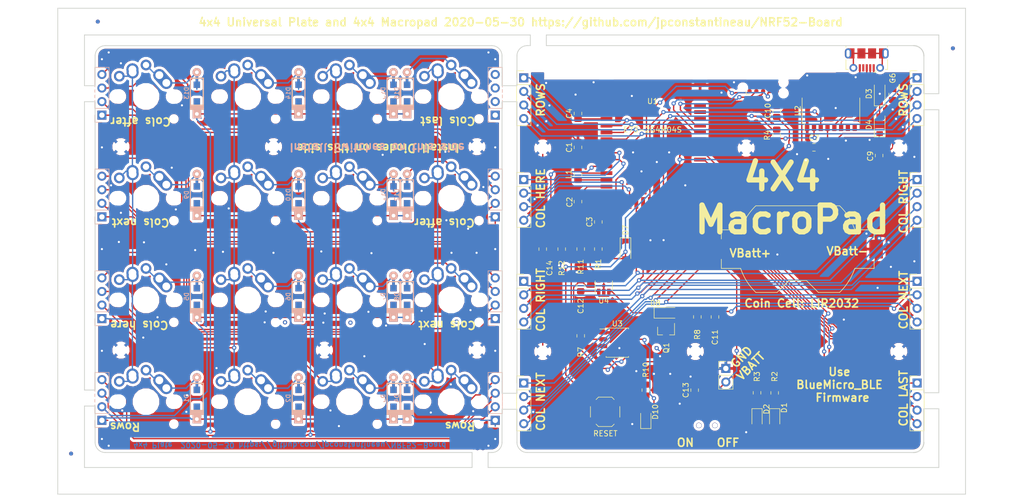
<source format=kicad_pcb>
(kicad_pcb (version 20171130) (host pcbnew "(5.0.0)")
  (layers (0 F.Cu signal) (31 B.Cu signal) (34 B.Paste user) (35 F.Paste user) (36 B.SilkS user) (37 F.SilkS user) (38 B.Mask user) (39 F.Mask user) (44 Edge.Cuts user))
  (net 0 "")
  (net 1 GND)
  (net 2 "Net-(C1-Pad1)")
  (net 3 "Net-(C2-Pad1)")
  (net 4 VCC)
  (net 5 SWDIO)
  (net 6 RESET)
  (net 7 SWDCLK)
  (net 8 "Net-(L1-Pad2)")
  (net 9 RXD)
  (net 10 TXD)
  (net 11 "Net-(C4-Pad1)")
  (net 12 "Net-(C12-Pad1)")
  (net 13 "Net-(D2-Pad1)")
  (net 14 "Net-(R7-Pad2)")
  (net 15 "Net-(D4-Pad2)")
  (net 16 "Net-(D5-Pad2)")
  (net 17 "Net-(D6-Pad2)")
  (net 18 ROW1)
  (net 19 ROW2)
  (net 20 ROW3)
  (net 21 ROW4)
  (net 22 COL5)
  (net 23 COL6)
  (net 24 COL7)
  (net 25 COL8)
  (net 26 COL12)
  (net 27 COL11)
  (net 28 COL10)
  (net 29 COL9)
  (net 30 COL4)
  (net 31 COL3)
  (net 32 COL2)
  (net 33 COL1)
  (net 34 "Net-(D1-Pad2)")
  (net 35 "Net-(D2-Pad2)")
  (net 36 "Net-(D3-Pad2)")
  (net 37 "Net-(D7-Pad2)")
  (net 38 "Net-(D8-Pad2)")
  (net 39 "Net-(D9-Pad2)")
  (net 40 "Net-(D10-Pad2)")
  (net 41 "Net-(D11-Pad2)")
  (net 42 "Net-(D12-Pad2)")
  (net 43 "Net-(D13-Pad2)")
  (net 44 "Net-(D14-Pad2)")
  (net 45 "Net-(D15-Pad2)")
  (net 46 "Net-(D16-Pad2)")
  (net 47 COL16)
  (net 48 COL15)
  (net 49 COL14)
  (net 50 COL13)
  (net 51 BLUELED)
  (net 52 "Net-(D1-Pad1)")
  (net 53 REDLED)
  (net 54 "Net-(C7-Pad1)")
  (net 55 "Net-(C9-Pad1)")
  (net 56 DTR)
  (net 57 "Net-(D3-Pad1)")
  (net 58 "Net-(J17-Pad3)")
  (net 59 "Net-(J17-Pad2)")
  (net 60 "Net-(J17-Pad6)")
  (net 61 "Net-(R4-Pad1)")
  (net 62 VBUS)
  (net 63 VBATT)
  (net 64 "Net-(C14-Pad1)")
  (net 65 "Net-(D9-Pad1)")
  (net 66 "Net-(D10-Pad1)")
  (net 67 "Net-(BT1-Pad1)")
  (module Keebio-Parts:breakaway-mousebites (layer F.Cu) (at 114.1 116.000004)
    (fp_text reference REF** hide)
    (fp_text value breakaway-mousebites hide)
    (pad "" np_thru_hole circle (at 0 -0.2) (size 0.508 0.508) (drill 0.508) (layers *.Cu *.Mask))
    (pad "" np_thru_hole circle (at 1.016 -0.2) (size 0.508 0.508) (drill 0.508) (layers *.Cu *.Mask))
    (pad "" np_thru_hole circle (at -1.016 -0.2) (size 0.508 0.508) (drill 0.508) (layers *.Cu *.Mask))
  )
  (module Keebio-Parts:breakaway-mousebites (layer F.Cu) (at 114.116 113.2 180)
    (fp_text reference REF** hide)
    (fp_text value breakaway-mousebites hide)
    (pad "" np_thru_hole circle (at -1.016 -0.2 180) (size 0.508 0.508) (drill 0.508) (layers *.Cu *.Mask))
    (pad "" np_thru_hole circle (at 1.016 -0.2 180) (size 0.508 0.508) (drill 0.508) (layers *.Cu *.Mask))
    (pad "" np_thru_hole circle (at 0 -0.2 180) (size 0.508 0.508) (drill 0.508) (layers *.Cu *.Mask))
  )
  (module Keebio-Parts:breakaway-mousebites (layer F.Cu) (at 125 37)
    (fp_text reference REF** hide)
    (fp_text value breakaway-mousebites hide)
    (pad "" np_thru_hole circle (at -1.016 -0.2) (size 0.508 0.508) (drill 0.508) (layers *.Cu *.Mask))
    (pad "" np_thru_hole circle (at 1.016 -0.2) (size 0.508 0.508) (drill 0.508) (layers *.Cu *.Mask))
    (pad "" np_thru_hole circle (at 0 -0.2) (size 0.508 0.508) (drill 0.508) (layers *.Cu *.Mask))
  )
  (module Keebio-Parts:breakaway-mousebites (layer F.Cu) (at 125 35 180)
    (fp_text reference REF** hide)
    (fp_text value breakaway-mousebites hide)
    (pad "" np_thru_hole circle (at 0 -0.2 180) (size 0.508 0.508) (drill 0.508) (layers *.Cu *.Mask))
    (pad "" np_thru_hole circle (at 1.016 -0.2 180) (size 0.508 0.508) (drill 0.508) (layers *.Cu *.Mask))
    (pad "" np_thru_hole circle (at -1.016 -0.2 180) (size 0.508 0.508) (drill 0.508) (layers *.Cu *.Mask))
  )
  (module Keebio-Parts:breakaway-mousebites (layer F.Cu) (at 120.798 103.6 90)
    (fp_text reference REF** hide)
    (fp_text value breakaway-mousebites hide)
    (pad "" np_thru_hole circle (at 0 -0.2 90) (size 0.508 0.508) (drill 0.508) (layers *.Cu *.Mask))
    (pad "" np_thru_hole circle (at 1.016 -0.2 90) (size 0.508 0.508) (drill 0.508) (layers *.Cu *.Mask))
    (pad "" np_thru_hole circle (at -1.016 -0.2 90) (size 0.508 0.508) (drill 0.508) (layers *.Cu *.Mask))
  )
  (module Keebio-Parts:breakaway-mousebites (layer F.Cu) (at 118.366 103.6 270)
    (fp_text reference REF** hide)
    (fp_text value breakaway-mousebites hide)
    (pad "" np_thru_hole circle (at -1.016 -0.2 270) (size 0.508 0.508) (drill 0.508) (layers *.Cu *.Mask))
    (pad "" np_thru_hole circle (at 1.016 -0.2 270) (size 0.508 0.508) (drill 0.508) (layers *.Cu *.Mask))
    (pad "" np_thru_hole circle (at 0 -0.2 270) (size 0.508 0.508) (drill 0.508) (layers *.Cu *.Mask))
  )
  (module Keebio-Parts:breakaway-mousebites (layer F.Cu) (at 120.798 46.002 90)
    (fp_text reference REF** hide)
    (fp_text value breakaway-mousebites hide)
    (pad "" np_thru_hole circle (at -1.016 -0.2 90) (size 0.508 0.508) (drill 0.508) (layers *.Cu *.Mask))
    (pad "" np_thru_hole circle (at 1.016 -0.2 90) (size 0.508 0.508) (drill 0.508) (layers *.Cu *.Mask))
    (pad "" np_thru_hole circle (at 0 -0.2 90) (size 0.508 0.508) (drill 0.508) (layers *.Cu *.Mask))
  )
  (module Keebio-Parts:breakaway-mousebites (layer F.Cu) (at 118.239 46 270)
    (fp_text reference REF** hide)
    (fp_text value breakaway-mousebites hide)
    (pad "" np_thru_hole circle (at 0 -0.2 270) (size 0.508 0.508) (drill 0.508) (layers *.Cu *.Mask))
    (pad "" np_thru_hole circle (at 1.016 -0.2 270) (size 0.508 0.508) (drill 0.508) (layers *.Cu *.Mask))
    (pad "" np_thru_hole circle (at -1.016 -0.2 270) (size 0.508 0.508) (drill 0.508) (layers *.Cu *.Mask))
  )
  (module Keebio-Parts:breakaway-mousebites (layer F.Cu) (at 197.433 47.5 270)
    (fp_text reference REF** hide)
    (fp_text value breakaway-mousebites hide)
    (pad "" np_thru_hole circle (at 0 -0.2 270) (size 0.508 0.508) (drill 0.508) (layers *.Cu *.Mask))
    (pad "" np_thru_hole circle (at 1.016 -0.2 270) (size 0.508 0.508) (drill 0.508) (layers *.Cu *.Mask))
    (pad "" np_thru_hole circle (at -1.016 -0.2 270) (size 0.508 0.508) (drill 0.508) (layers *.Cu *.Mask))
  )
  (module Keebio-Parts:breakaway-mousebites (layer F.Cu) (at 197.36 103.5 270)
    (fp_text reference REF** hide)
    (fp_text value breakaway-mousebites hide)
    (pad "" np_thru_hole circle (at -1.016 -0.2 270) (size 0.508 0.508) (drill 0.508) (layers *.Cu *.Mask))
    (pad "" np_thru_hole circle (at 1.016 -0.2 270) (size 0.508 0.508) (drill 0.508) (layers *.Cu *.Mask))
    (pad "" np_thru_hole circle (at 0 -0.2 270) (size 0.508 0.508) (drill 0.508) (layers *.Cu *.Mask))
  )
  (module Keebio-Parts:breakaway-mousebites (layer F.Cu) (at 42 103 90)
    (fp_text reference REF** hide)
    (fp_text value breakaway-mousebites hide)
    (pad "" np_thru_hole circle (at -1.016 -0.2 90) (size 0.508 0.508) (drill 0.508) (layers *.Cu *.Mask))
    (pad "" np_thru_hole circle (at 1.016 -0.2 90) (size 0.508 0.508) (drill 0.508) (layers *.Cu *.Mask))
    (pad "" np_thru_hole circle (at 0 -0.2 90) (size 0.508 0.508) (drill 0.508) (layers *.Cu *.Mask))
  )
  (module Keebio-Parts:breakaway-mousebites (layer F.Cu) (at 42 46 90)
    (fp_text reference REF** hide)
    (fp_text value breakaway-mousebites hide)
    (pad "" np_thru_hole circle (at 0 -0.2 90) (size 0.508 0.508) (drill 0.508) (layers *.Cu *.Mask))
    (pad "" np_thru_hole circle (at 1.016 -0.2 90) (size 0.508 0.508) (drill 0.508) (layers *.Cu *.Mask))
    (pad "" np_thru_hole circle (at -1.016 -0.2 90) (size 0.508 0.508) (drill 0.508) (layers *.Cu *.Mask))
  )
  (module Keebio-Parts:breakaway-mousebites (layer F.Cu) (at 200 103.5 90)
    (fp_text reference REF** hide)
    (fp_text value breakaway-mousebites hide)
    (pad "" np_thru_hole circle (at 0 -0.2 90) (size 0.508 0.508) (drill 0.508) (layers *.Cu *.Mask))
    (pad "" np_thru_hole circle (at 1.016 -0.2 90) (size 0.508 0.508) (drill 0.508) (layers *.Cu *.Mask))
    (pad "" np_thru_hole circle (at -1.016 -0.2 90) (size 0.508 0.508) (drill 0.508) (layers *.Cu *.Mask))
  )
  (module Keebio-Parts:breakaway-mousebites (layer F.Cu) (at 200 47.5 90)
    (fp_text reference REF** hide)
    (fp_text value breakaway-mousebites hide)
    (pad "" np_thru_hole circle (at -1.016 -0.2 90) (size 0.508 0.508) (drill 0.508) (layers *.Cu *.Mask))
    (pad "" np_thru_hole circle (at 1.016 -0.2 90) (size 0.508 0.508) (drill 0.508) (layers *.Cu *.Mask))
    (pad "" np_thru_hole circle (at 0 -0.2 90) (size 0.508 0.508) (drill 0.508) (layers *.Cu *.Mask))
  )
  (module Keebio-Parts:breakaway-mousebites (layer F.Cu) (at 40 103 270)
    (fp_text reference REF** hide)
    (fp_text value breakaway-mousebites hide)
    (pad "" np_thru_hole circle (at 0 -0.2 270) (size 0.508 0.508) (drill 0.508) (layers *.Cu *.Mask))
    (pad "" np_thru_hole circle (at 1.016 -0.2 270) (size 0.508 0.508) (drill 0.508) (layers *.Cu *.Mask))
    (pad "" np_thru_hole circle (at -1.016 -0.2 270) (size 0.508 0.508) (drill 0.508) (layers *.Cu *.Mask))
  )
  (module kbd:HOLE_JLCPCBA (layer F.Cu) (at 202.64 32.5)
    (fp_text reference Ref**)
    (fp_text value Val**)
    (pad "" np_thru_hole circle (at 0 0) (size 1.152 1.152) (drill 1.152) (layers *.Cu *.Mask))
  )
  (module kbd:HOLE_JLCPCBA (layer F.Cu) (at 202.64 118.4)
    (fp_text reference Ref**)
    (fp_text value Val**)
    (pad "" np_thru_hole circle (at 0 0) (size 1.152 1.152) (drill 1.152) (layers *.Cu *.Mask))
  )
  (module kbd:HOLE_JLCPCBA (layer F.Cu) (at 37.5 118.4)
    (fp_text reference Ref**)
    (fp_text value Val**)
    (pad "" np_thru_hole circle (at 0 0) (size 1.152 1.152) (drill 1.152) (layers *.Cu *.Mask))
  )
  (module Fiducial:Fiducial_0.75mm_Dia_1.5mm_Outer (layer B.Cu) (at 37.5 113.4)
    (fp_text reference REF** hide)
    (fp_text value Fiducial_0.75mm_Dia_1.5mm_Outer)
    (pad ~ smd circle (at 0 0) (size 0.75 0.75) (layers B.Cu B.Mask) (clearance 0.375))
  )
  (module Fiducial:Fiducial_0.75mm_Dia_1.5mm_Outer (layer B.Cu) (at 202.64 37.5)
    (fp_text reference REF** hide)
    (fp_text value Fiducial_0.75mm_Dia_1.5mm_Outer)
    (pad ~ smd circle (at 0 0) (size 0.75 0.75) (layers B.Cu B.Mask) (clearance 0.375))
  )
  (module Fiducial:Fiducial_0.75mm_Dia_1.5mm_Outer (layer B.Cu) (at 42.5 32.5)
    (fp_text reference REF** hide)
    (fp_text value Fiducial_0.75mm_Dia_1.5mm_Outer)
    (pad ~ smd circle (at 0 0) (size 0.75 0.75) (layers B.Cu B.Mask) (clearance 0.375))
  )
  (module Fiducial:Fiducial_0.75mm_Dia_1.5mm_Outer (layer F.Cu) (at 202.64 37.5)
    (fp_text reference REF** hide)
    (fp_text value Fiducial_0.75mm_Dia_1.5mm_Outer)
    (pad ~ smd circle (at 0 0) (size 0.75 0.75) (layers F.Cu F.Mask) (clearance 0.375))
  )
  (module Fiducial:Fiducial_0.75mm_Dia_1.5mm_Outer (layer F.Cu) (at 37.5 113.4)
    (fp_text reference REF** hide)
    (fp_text value Fiducial_0.75mm_Dia_1.5mm_Outer)
    (pad ~ smd circle (at 0 0) (size 0.75 0.75) (layers F.Cu F.Mask) (clearance 0.375))
  )
  (module Fiducial:Fiducial_0.75mm_Dia_1.5mm_Outer (layer F.Cu) (at 42.5 32.5)
    (fp_text reference REF** hide)
    (fp_text value Fiducial_0.75mm_Dia_1.5mm_Outer)
    (pad ~ smd circle (at 0 0) (size 0.75 0.75) (layers F.Cu F.Mask) (clearance 0.375))
  )
  (module kbd:HOLE_JLCPCBA (layer F.Cu) (at 37.5 32.5)
    (fp_text reference Ref**)
    (fp_text value Val**)
    (pad "" np_thru_hole circle (at 0 0) (size 1.152 1.152) (drill 1.152) (layers *.Cu *.Mask))
  )
  (module Keebio-Parts:breakaway-mousebites (layer F.Cu) (at 40 46 270)
    (fp_text reference REF** hide)
    (fp_text value breakaway-mousebites hide)
    (pad "" np_thru_hole circle (at -1.016 -0.2 270) (size 0.508 0.508) (drill 0.508) (layers *.Cu *.Mask))
    (pad "" np_thru_hole circle (at 1.016 -0.2 270) (size 0.508 0.508) (drill 0.508) (layers *.Cu *.Mask))
    (pad "" np_thru_hole circle (at 0 -0.2 270) (size 0.508 0.508) (drill 0.508) (layers *.Cu *.Mask))
  )
  (module footprints:MX-Alps-Choc-1U (layer B.Cu) (at 108.675 46.525 180)
    (fp_text reference S16)
    (fp_text value CHERRY_MX)
    (pad "" np_thru_hole circle (at -5.22 -4.2 131.9) (size 0.8 0.8) (drill 0.8) (layers *.Cu *.Mask))
    (pad "" np_thru_hole circle (at 5.5 0 131.9) (size 1.7 1.7) (drill 1.7) (layers *.Cu *.Mask))
    (pad "" np_thru_hole circle (at -5.5 0 131.9) (size 1.7 1.7) (drill 1.7) (layers *.Cu *.Mask))
    (pad 1 thru_hole circle (at 0 5.9 180) (size 2 2) (drill 1.2) (layers *.Cu *.Mask) (net 46 "Net-(D16-Pad2)"))
    (pad 2 thru_hole circle (at 5 3.8 180) (size 2 2) (drill 1.2) (layers *.Cu *.Mask) (net 30 COL4))
    (pad "" np_thru_hole circle (at 5.08 0 131.9004) (size 1.75 1.75) (drill 1.75) (layers *.Cu *.Mask))
    (pad "" np_thru_hole circle (at -5.08 0 131.9004) (size 1.75 1.75) (drill 1.75) (layers *.Cu *.Mask))
    (pad 1 thru_hole circle (at -2.5 4 180) (size 2.25 2.25) (drill 1.47) (layers *.Cu *.Mask) (net 46 "Net-(D16-Pad2)"))
    (pad "" np_thru_hole circle (at 0 0 180) (size 3.9878 3.9878) (drill 3.9878) (layers *.Cu *.Mask))
    (pad 1 thru_hole oval (at -3.81 2.54 131.9) (size 4.211556 2.25) (drill 1.47 (offset 0.980778 0)) (layers *.Cu *.Mask) (net 46 "Net-(D16-Pad2)"))
    (pad 2 thru_hole circle (at 2.54 5.08 180) (size 2.25 2.25) (drill 1.47) (layers *.Cu *.Mask) (net 30 COL4))
    (pad 2 thru_hole oval (at 2.5 4.5 93.9) (size 2.831378 2.25) (drill 1.47 (offset 0.290689 0)) (layers *.Cu *.Mask) (net 30 COL4))
  )
  (module footprints:D_SOD123_axial-dual (layer B.Cu) (at 100.42 45.89 90)
    (fp_text reference D16 (at 0 -1.925 90) (layer B.SilkS) (effects (font (size 0.8 0.8)) (justify mirror)))
    (fp_text value DIODE hide)
    (pad 2 smd rect (at 2.7 0 90) (size 2.5 0.5) (layers B.Cu) (net 46 "Net-(D16-Pad2)"))
    (pad 1 smd rect (at -2.7 0 90) (size 2.5 0.5) (layers B.Cu) (net 21 ROW4))
    (pad 2 thru_hole circle (at 3.9 0 90) (size 1.6 1.6) (drill 0.7) (layers *.Cu *.Mask B.SilkS) (net 46 "Net-(D16-Pad2)"))
    (pad 1 thru_hole rect (at -3.9 0 90) (size 1.6 1.6) (drill 0.7) (layers *.Cu *.Mask B.SilkS) (net 21 ROW4))
    (pad 1 smd rect (at -1.575 0 90) (size 1.2 1.2) (layers B.Cu B.Paste B.Mask) (net 21 ROW4))
    (pad 2 smd rect (at 1.575 0 90) (size 1.2 1.2) (layers B.Cu B.Paste B.Mask) (net 46 "Net-(D16-Pad2)"))
    (pad 2 smd rect (at 2.7 0 90) (size 2.5 0.5) (layers F.Cu) (net 46 "Net-(D16-Pad2)"))
    (pad 2 smd rect (at 1.575 0 90) (size 1.2 1.2) (layers F.Cu F.Paste F.Mask) (net 46 "Net-(D16-Pad2)"))
    (pad 1 smd rect (at -1.575 0 90) (size 1.2 1.2) (layers F.Cu F.Paste F.Mask) (net 21 ROW4))
    (pad 1 smd rect (at -2.7 0 90) (size 2.5 0.5) (layers F.Cu) (net 21 ROW4))
  )
  (module footprints:MX-Alps-Choc-1U (layer B.Cu) (at 89.625 84.625 180)
    (fp_text reference S7)
    (fp_text value CHERRY_MX)
    (pad 2 thru_hole oval (at 2.5 4.5 93.9) (size 2.831378 2.25) (drill 1.47 (offset 0.290689 0)) (layers *.Cu *.Mask) (net 31 COL3))
    (pad 2 thru_hole circle (at 2.54 5.08 180) (size 2.25 2.25) (drill 1.47) (layers *.Cu *.Mask) (net 31 COL3))
    (pad 1 thru_hole oval (at -3.81 2.54 131.9) (size 4.211556 2.25) (drill 1.47 (offset 0.980778 0)) (layers *.Cu *.Mask) (net 37 "Net-(D7-Pad2)"))
    (pad "" np_thru_hole circle (at 0 0 180) (size 3.9878 3.9878) (drill 3.9878) (layers *.Cu *.Mask))
    (pad 1 thru_hole circle (at -2.5 4 180) (size 2.25 2.25) (drill 1.47) (layers *.Cu *.Mask) (net 37 "Net-(D7-Pad2)"))
    (pad "" np_thru_hole circle (at -5.08 0 131.9004) (size 1.75 1.75) (drill 1.75) (layers *.Cu *.Mask))
    (pad "" np_thru_hole circle (at 5.08 0 131.9004) (size 1.75 1.75) (drill 1.75) (layers *.Cu *.Mask))
    (pad 2 thru_hole circle (at 5 3.8 180) (size 2 2) (drill 1.2) (layers *.Cu *.Mask) (net 31 COL3))
    (pad 1 thru_hole circle (at 0 5.9 180) (size 2 2) (drill 1.2) (layers *.Cu *.Mask) (net 37 "Net-(D7-Pad2)"))
    (pad "" np_thru_hole circle (at -5.5 0 131.9) (size 1.7 1.7) (drill 1.7) (layers *.Cu *.Mask))
    (pad "" np_thru_hole circle (at 5.5 0 131.9) (size 1.7 1.7) (drill 1.7) (layers *.Cu *.Mask))
    (pad "" np_thru_hole circle (at -5.22 -4.2 131.9) (size 0.8 0.8) (drill 0.8) (layers *.Cu *.Mask))
  )
  (module footprints:D_SOD123_axial-dual (layer B.Cu) (at 80.1 103.04 90)
    (fp_text reference D2 (at 0 -1.925 90) (layer B.SilkS) (effects (font (size 0.8 0.8)) (justify mirror)))
    (fp_text value DIODE hide)
    (pad 2 smd rect (at 2.7 0 90) (size 2.5 0.5) (layers B.Cu) (net 35 "Net-(D2-Pad2)"))
    (pad 1 smd rect (at -2.7 0 90) (size 2.5 0.5) (layers B.Cu) (net 18 ROW1))
    (pad 2 thru_hole circle (at 3.9 0 90) (size 1.6 1.6) (drill 0.7) (layers *.Cu *.Mask B.SilkS) (net 35 "Net-(D2-Pad2)"))
    (pad 1 thru_hole rect (at -3.9 0 90) (size 1.6 1.6) (drill 0.7) (layers *.Cu *.Mask B.SilkS) (net 18 ROW1))
    (pad 1 smd rect (at -1.575 0 90) (size 1.2 1.2) (layers B.Cu B.Paste B.Mask) (net 18 ROW1))
    (pad 2 smd rect (at 1.575 0 90) (size 1.2 1.2) (layers B.Cu B.Paste B.Mask) (net 35 "Net-(D2-Pad2)"))
    (pad 2 smd rect (at 2.7 0 90) (size 2.5 0.5) (layers F.Cu) (net 35 "Net-(D2-Pad2)"))
    (pad 2 smd rect (at 1.575 0 90) (size 1.2 1.2) (layers F.Cu F.Paste F.Mask) (net 35 "Net-(D2-Pad2)"))
    (pad 1 smd rect (at -1.575 0 90) (size 1.2 1.2) (layers F.Cu F.Paste F.Mask) (net 18 ROW1))
    (pad 1 smd rect (at -2.7 0 90) (size 2.5 0.5) (layers F.Cu) (net 18 ROW1))
  )
  (module Connector_PinHeader_2.54mm:PinHeader_1x04_P2.54mm_Vertical (layer B.Cu) (at 43.27 107.1675)
    (fp_text reference J1 hide)
    (fp_text value Conn_01x04)
    (pad 1 thru_hole rect (at 0 0) (size 1.7 1.7) (drill 1) (layers *.Cu *.Mask) (net 18 ROW1))
    (pad 2 thru_hole oval (at 0 -2.54) (size 1.7 1.7) (drill 1) (layers *.Cu *.Mask) (net 19 ROW2))
    (pad 3 thru_hole oval (at 0 -5.08) (size 1.7 1.7) (drill 1) (layers *.Cu *.Mask) (net 20 ROW3))
    (pad 4 thru_hole oval (at 0 -7.62) (size 1.7 1.7) (drill 1) (layers *.Cu *.Mask) (net 21 ROW4))
  )
  (module Connector_PinHeader_2.54mm:PinHeader_1x04_P2.54mm_Vertical (layer B.Cu) (at 43.27 88.1175)
    (fp_text reference J2 hide)
    (fp_text value Conn_01x04)
    (pad 4 thru_hole oval (at 0 -7.62) (size 1.7 1.7) (drill 1) (layers *.Cu *.Mask) (net 30 COL4))
    (pad 3 thru_hole oval (at 0 -5.08) (size 1.7 1.7) (drill 1) (layers *.Cu *.Mask) (net 31 COL3))
    (pad 2 thru_hole oval (at 0 -2.54) (size 1.7 1.7) (drill 1) (layers *.Cu *.Mask) (net 32 COL2))
    (pad 1 thru_hole rect (at 0 0) (size 1.7 1.7) (drill 1) (layers *.Cu *.Mask) (net 33 COL1))
  )
  (module Connector_PinHeader_2.54mm:PinHeader_1x04_P2.54mm_Vertical (layer B.Cu) (at 43.27 69.0675)
    (fp_text reference J3 hide)
    (fp_text value Conn_01x04)
    (pad 1 thru_hole rect (at 0 0) (size 1.7 1.7) (drill 1) (layers *.Cu *.Mask) (net 22 COL5))
    (pad 2 thru_hole oval (at 0 -2.54) (size 1.7 1.7) (drill 1) (layers *.Cu *.Mask) (net 23 COL6))
    (pad 3 thru_hole oval (at 0 -5.08) (size 1.7 1.7) (drill 1) (layers *.Cu *.Mask) (net 24 COL7))
    (pad 4 thru_hole oval (at 0 -7.62) (size 1.7 1.7) (drill 1) (layers *.Cu *.Mask) (net 25 COL8))
  )
  (module Connector_PinHeader_2.54mm:PinHeader_1x04_P2.54mm_Vertical (layer B.Cu) (at 43.27 50.0175)
    (fp_text reference J4 hide)
    (fp_text value Conn_01x04)
    (pad 4 thru_hole oval (at 0 -7.62) (size 1.7 1.7) (drill 1) (layers *.Cu *.Mask) (net 26 COL12))
    (pad 3 thru_hole oval (at 0 -5.08) (size 1.7 1.7) (drill 1) (layers *.Cu *.Mask) (net 27 COL11))
    (pad 2 thru_hole oval (at 0 -2.54) (size 1.7 1.7) (drill 1) (layers *.Cu *.Mask) (net 28 COL10))
    (pad 1 thru_hole rect (at 0 0) (size 1.7 1.7) (drill 1) (layers *.Cu *.Mask) (net 29 COL9))
  )
  (module Connector_PinHeader_2.54mm:PinHeader_1x04_P2.54mm_Vertical (layer B.Cu) (at 116.93 107.1675)
    (fp_text reference J5 hide)
    (fp_text value Conn_01x04)
    (pad 1 thru_hole rect (at 0 0) (size 1.7 1.7) (drill 1) (layers *.Cu *.Mask) (net 18 ROW1))
    (pad 2 thru_hole oval (at 0 -2.54) (size 1.7 1.7) (drill 1) (layers *.Cu *.Mask) (net 19 ROW2))
    (pad 3 thru_hole oval (at 0 -5.08) (size 1.7 1.7) (drill 1) (layers *.Cu *.Mask) (net 20 ROW3))
    (pad 4 thru_hole oval (at 0 -7.62) (size 1.7 1.7) (drill 1) (layers *.Cu *.Mask) (net 21 ROW4))
  )
  (module Connector_PinHeader_2.54mm:PinHeader_1x04_P2.54mm_Vertical (layer B.Cu) (at 116.93 88.1175)
    (fp_text reference J6 hide)
    (fp_text value Conn_01x04)
    (pad 4 thru_hole oval (at 0 -7.62) (size 1.7 1.7) (drill 1) (layers *.Cu *.Mask) (net 25 COL8))
    (pad 3 thru_hole oval (at 0 -5.08) (size 1.7 1.7) (drill 1) (layers *.Cu *.Mask) (net 24 COL7))
    (pad 2 thru_hole oval (at 0 -2.54) (size 1.7 1.7) (drill 1) (layers *.Cu *.Mask) (net 23 COL6))
    (pad 1 thru_hole rect (at 0 0) (size 1.7 1.7) (drill 1) (layers *.Cu *.Mask) (net 22 COL5))
  )
  (module Connector_PinHeader_2.54mm:PinHeader_1x04_P2.54mm_Vertical (layer B.Cu) (at 116.93 69.0675)
    (fp_text reference J7 hide)
    (fp_text value Conn_01x04)
    (pad 1 thru_hole rect (at 0 0) (size 1.7 1.7) (drill 1) (layers *.Cu *.Mask) (net 29 COL9))
    (pad 2 thru_hole oval (at 0 -2.54) (size 1.7 1.7) (drill 1) (layers *.Cu *.Mask) (net 28 COL10))
    (pad 3 thru_hole oval (at 0 -5.08) (size 1.7 1.7) (drill 1) (layers *.Cu *.Mask) (net 27 COL11))
    (pad 4 thru_hole oval (at 0 -7.62) (size 1.7 1.7) (drill 1) (layers *.Cu *.Mask) (net 26 COL12))
  )
  (module Connector_PinHeader_2.54mm:PinHeader_1x04_P2.54mm_Vertical (layer B.Cu) (at 116.93 50.0175)
    (fp_text reference J8 hide)
    (fp_text value Conn_01x04)
    (pad 4 thru_hole oval (at 0 -7.62) (size 1.7 1.7) (drill 1) (layers *.Cu *.Mask))
    (pad 3 thru_hole oval (at 0 -5.08) (size 1.7 1.7) (drill 1) (layers *.Cu *.Mask))
    (pad 2 thru_hole oval (at 0 -2.54) (size 1.7 1.7) (drill 1) (layers *.Cu *.Mask))
    (pad 1 thru_hole rect (at 0 0) (size 1.7 1.7) (drill 1) (layers *.Cu *.Mask))
  )
  (module MountingHole:MountingHole_2.2mm_M2_ISO7380 (layer B.Cu) (at 46.826 55.923)
    (fp_text reference J11 hide)
    (fp_text value Conn_01x01)
    (pad 1 np_thru_hole circle (at 0 0) (size 2.2 2.2) (drill 2.2) (layers *.Cu *.Mask) (net 1 GND))
  )
  (module MountingHole:MountingHole_2.2mm_M2_ISO7380 (layer B.Cu) (at 113.501 94.023)
    (fp_text reference J12 hide)
    (fp_text value Conn_01x01)
    (pad 1 np_thru_hole circle (at 0 0) (size 2.2 2.2) (drill 2.2) (layers *.Cu *.Mask) (net 1 GND))
  )
  (module MountingHole:MountingHole_2.2mm_M2_ISO7380 (layer B.Cu) (at 113.501 55.923)
    (fp_text reference J13 hide)
    (fp_text value Conn_01x01)
    (pad 1 np_thru_hole circle (at 0 0) (size 2.2 2.2) (drill 2.2) (layers *.Cu *.Mask) (net 1 GND))
  )
  (module MountingHole:MountingHole_2.2mm_M2_ISO7380 (layer B.Cu) (at 75.401 55.923)
    (fp_text reference J14 hide)
    (fp_text value Conn_01x01)
    (pad 1 np_thru_hole circle (at 0 0) (size 2.2 2.2) (drill 2.2) (layers *.Cu *.Mask) (net 1 GND))
  )
  (module MountingHole:MountingHole_2.2mm_M2_ISO7380 (layer B.Cu) (at 84.926 94.023)
    (fp_text reference J15 hide)
    (fp_text value Conn_01x01)
    (pad 1 np_thru_hole circle (at 0 0) (size 2.2 2.2) (drill 2.2) (layers *.Cu *.Mask) (net 1 GND))
  )
  (module MountingHole:MountingHole_2.2mm_M2_ISO7380 (layer B.Cu) (at 46.826 94.023)
    (fp_text reference J16 hide)
    (fp_text value Conn_01x01)
    (pad 1 np_thru_hole circle (at 0 0) (size 2.2 2.2) (drill 2.2) (layers *.Cu *.Mask) (net 1 GND))
  )
  (module footprints:D_SOD123_axial-dual (layer B.Cu) (at 61.05 103.04 90)
    (fp_text reference D1 (at 0 -1.925 90) (layer B.SilkS) (effects (font (size 0.8 0.8)) (justify mirror)))
    (fp_text value DIODE hide)
    (pad 2 smd rect (at 2.7 0 90) (size 2.5 0.5) (layers B.Cu) (net 34 "Net-(D1-Pad2)"))
    (pad 1 smd rect (at -2.7 0 90) (size 2.5 0.5) (layers B.Cu) (net 18 ROW1))
    (pad 2 thru_hole circle (at 3.9 0 90) (size 1.6 1.6) (drill 0.7) (layers *.Cu *.Mask B.SilkS) (net 34 "Net-(D1-Pad2)"))
    (pad 1 thru_hole rect (at -3.9 0 90) (size 1.6 1.6) (drill 0.7) (layers *.Cu *.Mask B.SilkS) (net 18 ROW1))
    (pad 1 smd rect (at -1.575 0 90) (size 1.2 1.2) (layers B.Cu B.Paste B.Mask) (net 18 ROW1))
    (pad 2 smd rect (at 1.575 0 90) (size 1.2 1.2) (layers B.Cu B.Paste B.Mask) (net 34 "Net-(D1-Pad2)"))
    (pad 2 smd rect (at 2.7 0 90) (size 2.5 0.5) (layers F.Cu) (net 34 "Net-(D1-Pad2)"))
    (pad 2 smd rect (at 1.575 0 90) (size 1.2 1.2) (layers F.Cu F.Paste F.Mask) (net 34 "Net-(D1-Pad2)"))
    (pad 1 smd rect (at -1.575 0 90) (size 1.2 1.2) (layers F.Cu F.Paste F.Mask) (net 18 ROW1))
    (pad 1 smd rect (at -2.7 0 90) (size 2.5 0.5) (layers F.Cu) (net 18 ROW1))
  )
  (module footprints:D_SOD123_axial-dual (layer B.Cu) (at 97.88 103.04 90)
    (fp_text reference D3 (at 0 -1.925 90) (layer B.SilkS) (effects (font (size 0.8 0.8)) (justify mirror)))
    (fp_text value DIODE hide)
    (pad 1 smd rect (at -2.7 0 90) (size 2.5 0.5) (layers F.Cu) (net 18 ROW1))
    (pad 1 smd rect (at -1.575 0 90) (size 1.2 1.2) (layers F.Cu F.Paste F.Mask) (net 18 ROW1))
    (pad 2 smd rect (at 1.575 0 90) (size 1.2 1.2) (layers F.Cu F.Paste F.Mask) (net 36 "Net-(D3-Pad2)"))
    (pad 2 smd rect (at 2.7 0 90) (size 2.5 0.5) (layers F.Cu) (net 36 "Net-(D3-Pad2)"))
    (pad 2 smd rect (at 1.575 0 90) (size 1.2 1.2) (layers B.Cu B.Paste B.Mask) (net 36 "Net-(D3-Pad2)"))
    (pad 1 smd rect (at -1.575 0 90) (size 1.2 1.2) (layers B.Cu B.Paste B.Mask) (net 18 ROW1))
    (pad 1 thru_hole rect (at -3.9 0 90) (size 1.6 1.6) (drill 0.7) (layers *.Cu *.Mask B.SilkS) (net 18 ROW1))
    (pad 2 thru_hole circle (at 3.9 0 90) (size 1.6 1.6) (drill 0.7) (layers *.Cu *.Mask B.SilkS) (net 36 "Net-(D3-Pad2)"))
    (pad 1 smd rect (at -2.7 0 90) (size 2.5 0.5) (layers B.Cu) (net 18 ROW1))
    (pad 2 smd rect (at 2.7 0 90) (size 2.5 0.5) (layers B.Cu) (net 36 "Net-(D3-Pad2)"))
  )
  (module footprints:D_SOD123_axial-dual (layer B.Cu) (at 100.42 103.04 90)
    (fp_text reference D4 (at 0 -1.925 90) (layer B.SilkS) (effects (font (size 0.8 0.8)) (justify mirror)))
    (fp_text value DIODE hide)
    (pad 1 smd rect (at -2.7 0 90) (size 2.5 0.5) (layers F.Cu) (net 18 ROW1))
    (pad 1 smd rect (at -1.575 0 90) (size 1.2 1.2) (layers F.Cu F.Paste F.Mask) (net 18 ROW1))
    (pad 2 smd rect (at 1.575 0 90) (size 1.2 1.2) (layers F.Cu F.Paste F.Mask) (net 15 "Net-(D4-Pad2)"))
    (pad 2 smd rect (at 2.7 0 90) (size 2.5 0.5) (layers F.Cu) (net 15 "Net-(D4-Pad2)"))
    (pad 2 smd rect (at 1.575 0 90) (size 1.2 1.2) (layers B.Cu B.Paste B.Mask) (net 15 "Net-(D4-Pad2)"))
    (pad 1 smd rect (at -1.575 0 90) (size 1.2 1.2) (layers B.Cu B.Paste B.Mask) (net 18 ROW1))
    (pad 1 thru_hole rect (at -3.9 0 90) (size 1.6 1.6) (drill 0.7) (layers *.Cu *.Mask B.SilkS) (net 18 ROW1))
    (pad 2 thru_hole circle (at 3.9 0 90) (size 1.6 1.6) (drill 0.7) (layers *.Cu *.Mask B.SilkS) (net 15 "Net-(D4-Pad2)"))
    (pad 1 smd rect (at -2.7 0 90) (size 2.5 0.5) (layers B.Cu) (net 18 ROW1))
    (pad 2 smd rect (at 2.7 0 90) (size 2.5 0.5) (layers B.Cu) (net 15 "Net-(D4-Pad2)"))
  )
  (module footprints:D_SOD123_axial-dual (layer B.Cu) (at 61.05 83.99 90)
    (fp_text reference D5 (at 0 -1.925 90) (layer B.SilkS) (effects (font (size 0.8 0.8)) (justify mirror)))
    (fp_text value DIODE hide)
    (pad 2 smd rect (at 2.7 0 90) (size 2.5 0.5) (layers B.Cu) (net 16 "Net-(D5-Pad2)"))
    (pad 1 smd rect (at -2.7 0 90) (size 2.5 0.5) (layers B.Cu) (net 19 ROW2))
    (pad 2 thru_hole circle (at 3.9 0 90) (size 1.6 1.6) (drill 0.7) (layers *.Cu *.Mask B.SilkS) (net 16 "Net-(D5-Pad2)"))
    (pad 1 thru_hole rect (at -3.9 0 90) (size 1.6 1.6) (drill 0.7) (layers *.Cu *.Mask B.SilkS) (net 19 ROW2))
    (pad 1 smd rect (at -1.575 0 90) (size 1.2 1.2) (layers B.Cu B.Paste B.Mask) (net 19 ROW2))
    (pad 2 smd rect (at 1.575 0 90) (size 1.2 1.2) (layers B.Cu B.Paste B.Mask) (net 16 "Net-(D5-Pad2)"))
    (pad 2 smd rect (at 2.7 0 90) (size 2.5 0.5) (layers F.Cu) (net 16 "Net-(D5-Pad2)"))
    (pad 2 smd rect (at 1.575 0 90) (size 1.2 1.2) (layers F.Cu F.Paste F.Mask) (net 16 "Net-(D5-Pad2)"))
    (pad 1 smd rect (at -1.575 0 90) (size 1.2 1.2) (layers F.Cu F.Paste F.Mask) (net 19 ROW2))
    (pad 1 smd rect (at -2.7 0 90) (size 2.5 0.5) (layers F.Cu) (net 19 ROW2))
  )
  (module footprints:D_SOD123_axial-dual (layer B.Cu) (at 80.1 83.99 90)
    (fp_text reference D6 (at 0 -1.925 90) (layer B.SilkS) (effects (font (size 0.8 0.8)) (justify mirror)))
    (fp_text value DIODE hide)
    (pad 1 smd rect (at -2.7 0 90) (size 2.5 0.5) (layers F.Cu) (net 19 ROW2))
    (pad 1 smd rect (at -1.575 0 90) (size 1.2 1.2) (layers F.Cu F.Paste F.Mask) (net 19 ROW2))
    (pad 2 smd rect (at 1.575 0 90) (size 1.2 1.2) (layers F.Cu F.Paste F.Mask) (net 17 "Net-(D6-Pad2)"))
    (pad 2 smd rect (at 2.7 0 90) (size 2.5 0.5) (layers F.Cu) (net 17 "Net-(D6-Pad2)"))
    (pad 2 smd rect (at 1.575 0 90) (size 1.2 1.2) (layers B.Cu B.Paste B.Mask) (net 17 "Net-(D6-Pad2)"))
    (pad 1 smd rect (at -1.575 0 90) (size 1.2 1.2) (layers B.Cu B.Paste B.Mask) (net 19 ROW2))
    (pad 1 thru_hole rect (at -3.9 0 90) (size 1.6 1.6) (drill 0.7) (layers *.Cu *.Mask B.SilkS) (net 19 ROW2))
    (pad 2 thru_hole circle (at 3.9 0 90) (size 1.6 1.6) (drill 0.7) (layers *.Cu *.Mask B.SilkS) (net 17 "Net-(D6-Pad2)"))
    (pad 1 smd rect (at -2.7 0 90) (size 2.5 0.5) (layers B.Cu) (net 19 ROW2))
    (pad 2 smd rect (at 2.7 0 90) (size 2.5 0.5) (layers B.Cu) (net 17 "Net-(D6-Pad2)"))
  )
  (module footprints:D_SOD123_axial-dual (layer B.Cu) (at 97.88 83.99 90)
    (fp_text reference D7 (at 0 -1.925 90) (layer B.SilkS) (effects (font (size 0.8 0.8)) (justify mirror)))
    (fp_text value DIODE hide)
    (pad 2 smd rect (at 2.7 0 90) (size 2.5 0.5) (layers B.Cu) (net 37 "Net-(D7-Pad2)"))
    (pad 1 smd rect (at -2.7 0 90) (size 2.5 0.5) (layers B.Cu) (net 19 ROW2))
    (pad 2 thru_hole circle (at 3.9 0 90) (size 1.6 1.6) (drill 0.7) (layers *.Cu *.Mask B.SilkS) (net 37 "Net-(D7-Pad2)"))
    (pad 1 thru_hole rect (at -3.9 0 90) (size 1.6 1.6) (drill 0.7) (layers *.Cu *.Mask B.SilkS) (net 19 ROW2))
    (pad 1 smd rect (at -1.575 0 90) (size 1.2 1.2) (layers B.Cu B.Paste B.Mask) (net 19 ROW2))
    (pad 2 smd rect (at 1.575 0 90) (size 1.2 1.2) (layers B.Cu B.Paste B.Mask) (net 37 "Net-(D7-Pad2)"))
    (pad 2 smd rect (at 2.7 0 90) (size 2.5 0.5) (layers F.Cu) (net 37 "Net-(D7-Pad2)"))
    (pad 2 smd rect (at 1.575 0 90) (size 1.2 1.2) (layers F.Cu F.Paste F.Mask) (net 37 "Net-(D7-Pad2)"))
    (pad 1 smd rect (at -1.575 0 90) (size 1.2 1.2) (layers F.Cu F.Paste F.Mask) (net 19 ROW2))
    (pad 1 smd rect (at -2.7 0 90) (size 2.5 0.5) (layers F.Cu) (net 19 ROW2))
  )
  (module footprints:D_SOD123_axial-dual (layer B.Cu) (at 100.42 83.99 90)
    (fp_text reference D8 (at 0 -1.925 90) (layer B.SilkS) (effects (font (size 0.8 0.8)) (justify mirror)))
    (fp_text value DIODE hide)
    (pad 1 smd rect (at -2.7 0 90) (size 2.5 0.5) (layers F.Cu) (net 19 ROW2))
    (pad 1 smd rect (at -1.575 0 90) (size 1.2 1.2) (layers F.Cu F.Paste F.Mask) (net 19 ROW2))
    (pad 2 smd rect (at 1.575 0 90) (size 1.2 1.2) (layers F.Cu F.Paste F.Mask) (net 38 "Net-(D8-Pad2)"))
    (pad 2 smd rect (at 2.7 0 90) (size 2.5 0.5) (layers F.Cu) (net 38 "Net-(D8-Pad2)"))
    (pad 2 smd rect (at 1.575 0 90) (size 1.2 1.2) (layers B.Cu B.Paste B.Mask) (net 38 "Net-(D8-Pad2)"))
    (pad 1 smd rect (at -1.575 0 90) (size 1.2 1.2) (layers B.Cu B.Paste B.Mask) (net 19 ROW2))
    (pad 1 thru_hole rect (at -3.9 0 90) (size 1.6 1.6) (drill 0.7) (layers *.Cu *.Mask B.SilkS) (net 19 ROW2))
    (pad 2 thru_hole circle (at 3.9 0 90) (size 1.6 1.6) (drill 0.7) (layers *.Cu *.Mask B.SilkS) (net 38 "Net-(D8-Pad2)"))
    (pad 1 smd rect (at -2.7 0 90) (size 2.5 0.5) (layers B.Cu) (net 19 ROW2))
    (pad 2 smd rect (at 2.7 0 90) (size 2.5 0.5) (layers B.Cu) (net 38 "Net-(D8-Pad2)"))
  )
  (module footprints:D_SOD123_axial-dual (layer B.Cu) (at 61.05 64.94 90)
    (fp_text reference D9 (at 0 -1.925 90) (layer B.SilkS) (effects (font (size 0.8 0.8)) (justify mirror)))
    (fp_text value DIODE hide)
    (pad 1 smd rect (at -2.7 0 90) (size 2.5 0.5) (layers F.Cu) (net 20 ROW3))
    (pad 1 smd rect (at -1.575 0 90) (size 1.2 1.2) (layers F.Cu F.Paste F.Mask) (net 20 ROW3))
    (pad 2 smd rect (at 1.575 0 90) (size 1.2 1.2) (layers F.Cu F.Paste F.Mask) (net 39 "Net-(D9-Pad2)"))
    (pad 2 smd rect (at 2.7 0 90) (size 2.5 0.5) (layers F.Cu) (net 39 "Net-(D9-Pad2)"))
    (pad 2 smd rect (at 1.575 0 90) (size 1.2 1.2) (layers B.Cu B.Paste B.Mask) (net 39 "Net-(D9-Pad2)"))
    (pad 1 smd rect (at -1.575 0 90) (size 1.2 1.2) (layers B.Cu B.Paste B.Mask) (net 20 ROW3))
    (pad 1 thru_hole rect (at -3.9 0 90) (size 1.6 1.6) (drill 0.7) (layers *.Cu *.Mask B.SilkS) (net 20 ROW3))
    (pad 2 thru_hole circle (at 3.9 0 90) (size 1.6 1.6) (drill 0.7) (layers *.Cu *.Mask B.SilkS) (net 39 "Net-(D9-Pad2)"))
    (pad 1 smd rect (at -2.7 0 90) (size 2.5 0.5) (layers B.Cu) (net 20 ROW3))
    (pad 2 smd rect (at 2.7 0 90) (size 2.5 0.5) (layers B.Cu) (net 39 "Net-(D9-Pad2)"))
  )
  (module footprints:D_SOD123_axial-dual (layer B.Cu) (at 80.1 64.94 90)
    (fp_text reference D10 (at 0 -1.925 90) (layer B.SilkS) (effects (font (size 0.8 0.8)) (justify mirror)))
    (fp_text value DIODE hide)
    (pad 2 smd rect (at 2.7 0 90) (size 2.5 0.5) (layers B.Cu) (net 40 "Net-(D10-Pad2)"))
    (pad 1 smd rect (at -2.7 0 90) (size 2.5 0.5) (layers B.Cu) (net 20 ROW3))
    (pad 2 thru_hole circle (at 3.9 0 90) (size 1.6 1.6) (drill 0.7) (layers *.Cu *.Mask B.SilkS) (net 40 "Net-(D10-Pad2)"))
    (pad 1 thru_hole rect (at -3.9 0 90) (size 1.6 1.6) (drill 0.7) (layers *.Cu *.Mask B.SilkS) (net 20 ROW3))
    (pad 1 smd rect (at -1.575 0 90) (size 1.2 1.2) (layers B.Cu B.Paste B.Mask) (net 20 ROW3))
    (pad 2 smd rect (at 1.575 0 90) (size 1.2 1.2) (layers B.Cu B.Paste B.Mask) (net 40 "Net-(D10-Pad2)"))
    (pad 2 smd rect (at 2.7 0 90) (size 2.5 0.5) (layers F.Cu) (net 40 "Net-(D10-Pad2)"))
    (pad 2 smd rect (at 1.575 0 90) (size 1.2 1.2) (layers F.Cu F.Paste F.Mask) (net 40 "Net-(D10-Pad2)"))
    (pad 1 smd rect (at -1.575 0 90) (size 1.2 1.2) (layers F.Cu F.Paste F.Mask) (net 20 ROW3))
    (pad 1 smd rect (at -2.7 0 90) (size 2.5 0.5) (layers F.Cu) (net 20 ROW3))
  )
  (module footprints:D_SOD123_axial-dual (layer B.Cu) (at 97.88 64.94 90)
    (fp_text reference D11 (at 0 -1.925 90) (layer B.SilkS) (effects (font (size 0.8 0.8)) (justify mirror)))
    (fp_text value DIODE hide)
    (pad 1 smd rect (at -2.7 0 90) (size 2.5 0.5) (layers F.Cu) (net 20 ROW3))
    (pad 1 smd rect (at -1.575 0 90) (size 1.2 1.2) (layers F.Cu F.Paste F.Mask) (net 20 ROW3))
    (pad 2 smd rect (at 1.575 0 90) (size 1.2 1.2) (layers F.Cu F.Paste F.Mask) (net 41 "Net-(D11-Pad2)"))
    (pad 2 smd rect (at 2.7 0 90) (size 2.5 0.5) (layers F.Cu) (net 41 "Net-(D11-Pad2)"))
    (pad 2 smd rect (at 1.575 0 90) (size 1.2 1.2) (layers B.Cu B.Paste B.Mask) (net 41 "Net-(D11-Pad2)"))
    (pad 1 smd rect (at -1.575 0 90) (size 1.2 1.2) (layers B.Cu B.Paste B.Mask) (net 20 ROW3))
    (pad 1 thru_hole rect (at -3.9 0 90) (size 1.6 1.6) (drill 0.7) (layers *.Cu *.Mask B.SilkS) (net 20 ROW3))
    (pad 2 thru_hole circle (at 3.9 0 90) (size 1.6 1.6) (drill 0.7) (layers *.Cu *.Mask B.SilkS) (net 41 "Net-(D11-Pad2)"))
    (pad 1 smd rect (at -2.7 0 90) (size 2.5 0.5) (layers B.Cu) (net 20 ROW3))
    (pad 2 smd rect (at 2.7 0 90) (size 2.5 0.5) (layers B.Cu) (net 41 "Net-(D11-Pad2)"))
  )
  (module footprints:D_SOD123_axial-dual (layer B.Cu) (at 100.42 64.94 90)
    (fp_text reference D12 (at 0 -1.925 90) (layer B.SilkS) (effects (font (size 0.8 0.8)) (justify mirror)))
    (fp_text value DIODE hide)
    (pad 2 smd rect (at 2.7 0 90) (size 2.5 0.5) (layers B.Cu) (net 42 "Net-(D12-Pad2)"))
    (pad 1 smd rect (at -2.7 0 90) (size 2.5 0.5) (layers B.Cu) (net 20 ROW3))
    (pad 2 thru_hole circle (at 3.9 0 90) (size 1.6 1.6) (drill 0.7) (layers *.Cu *.Mask B.SilkS) (net 42 "Net-(D12-Pad2)"))
    (pad 1 thru_hole rect (at -3.9 0 90) (size 1.6 1.6) (drill 0.7) (layers *.Cu *.Mask B.SilkS) (net 20 ROW3))
    (pad 1 smd rect (at -1.575 0 90) (size 1.2 1.2) (layers B.Cu B.Paste B.Mask) (net 20 ROW3))
    (pad 2 smd rect (at 1.575 0 90) (size 1.2 1.2) (layers B.Cu B.Paste B.Mask) (net 42 "Net-(D12-Pad2)"))
    (pad 2 smd rect (at 2.7 0 90) (size 2.5 0.5) (layers F.Cu) (net 42 "Net-(D12-Pad2)"))
    (pad 2 smd rect (at 1.575 0 90) (size 1.2 1.2) (layers F.Cu F.Paste F.Mask) (net 42 "Net-(D12-Pad2)"))
    (pad 1 smd rect (at -1.575 0 90) (size 1.2 1.2) (layers F.Cu F.Paste F.Mask) (net 20 ROW3))
    (pad 1 smd rect (at -2.7 0 90) (size 2.5 0.5) (layers F.Cu) (net 20 ROW3))
  )
  (module footprints:D_SOD123_axial-dual (layer B.Cu) (at 61.05 45.89 90)
    (fp_text reference D13 (at 0 -1.925 90) (layer B.SilkS) (effects (font (size 0.8 0.8)) (justify mirror)))
    (fp_text value DIODE hide)
    (pad 2 smd rect (at 2.7 0 90) (size 2.5 0.5) (layers B.Cu) (net 43 "Net-(D13-Pad2)"))
    (pad 1 smd rect (at -2.7 0 90) (size 2.5 0.5) (layers B.Cu) (net 21 ROW4))
    (pad 2 thru_hole circle (at 3.9 0 90) (size 1.6 1.6) (drill 0.7) (layers *.Cu *.Mask B.SilkS) (net 43 "Net-(D13-Pad2)"))
    (pad 1 thru_hole rect (at -3.9 0 90) (size 1.6 1.6) (drill 0.7) (layers *.Cu *.Mask B.SilkS) (net 21 ROW4))
    (pad 1 smd rect (at -1.575 0 90) (size 1.2 1.2) (layers B.Cu B.Paste B.Mask) (net 21 ROW4))
    (pad 2 smd rect (at 1.575 0 90) (size 1.2 1.2) (layers B.Cu B.Paste B.Mask) (net 43 "Net-(D13-Pad2)"))
    (pad 2 smd rect (at 2.7 0 90) (size 2.5 0.5) (layers F.Cu) (net 43 "Net-(D13-Pad2)"))
    (pad 2 smd rect (at 1.575 0 90) (size 1.2 1.2) (layers F.Cu F.Paste F.Mask) (net 43 "Net-(D13-Pad2)"))
    (pad 1 smd rect (at -1.575 0 90) (size 1.2 1.2) (layers F.Cu F.Paste F.Mask) (net 21 ROW4))
    (pad 1 smd rect (at -2.7 0 90) (size 2.5 0.5) (layers F.Cu) (net 21 ROW4))
  )
  (module footprints:D_SOD123_axial-dual (layer B.Cu) (at 80.1 45.89 90)
    (fp_text reference D14 (at 0 -1.925 90) (layer B.SilkS) (effects (font (size 0.8 0.8)) (justify mirror)))
    (fp_text value DIODE hide)
    (pad 1 smd rect (at -2.7 0 90) (size 2.5 0.5) (layers F.Cu) (net 21 ROW4))
    (pad 1 smd rect (at -1.575 0 90) (size 1.2 1.2) (layers F.Cu F.Paste F.Mask) (net 21 ROW4))
    (pad 2 smd rect (at 1.575 0 90) (size 1.2 1.2) (layers F.Cu F.Paste F.Mask) (net 44 "Net-(D14-Pad2)"))
    (pad 2 smd rect (at 2.7 0 90) (size 2.5 0.5) (layers F.Cu) (net 44 "Net-(D14-Pad2)"))
    (pad 2 smd rect (at 1.575 0 90) (size 1.2 1.2) (layers B.Cu B.Paste B.Mask) (net 44 "Net-(D14-Pad2)"))
    (pad 1 smd rect (at -1.575 0 90) (size 1.2 1.2) (layers B.Cu B.Paste B.Mask) (net 21 ROW4))
    (pad 1 thru_hole rect (at -3.9 0 90) (size 1.6 1.6) (drill 0.7) (layers *.Cu *.Mask B.SilkS) (net 21 ROW4))
    (pad 2 thru_hole circle (at 3.9 0 90) (size 1.6 1.6) (drill 0.7) (layers *.Cu *.Mask B.SilkS) (net 44 "Net-(D14-Pad2)"))
    (pad 1 smd rect (at -2.7 0 90) (size 2.5 0.5) (layers B.Cu) (net 21 ROW4))
    (pad 2 smd rect (at 2.7 0 90) (size 2.5 0.5) (layers B.Cu) (net 44 "Net-(D14-Pad2)"))
  )
  (module footprints:D_SOD123_axial-dual (layer B.Cu) (at 97.88 45.89 90)
    (fp_text reference D15 (at 0 -1.925 90) (layer B.SilkS) (effects (font (size 0.8 0.8)) (justify mirror)))
    (fp_text value DIODE hide)
    (pad 1 smd rect (at -2.7 0 90) (size 2.5 0.5) (layers F.Cu) (net 21 ROW4))
    (pad 1 smd rect (at -1.575 0 90) (size 1.2 1.2) (layers F.Cu F.Paste F.Mask) (net 21 ROW4))
    (pad 2 smd rect (at 1.575 0 90) (size 1.2 1.2) (layers F.Cu F.Paste F.Mask) (net 45 "Net-(D15-Pad2)"))
    (pad 2 smd rect (at 2.7 0 90) (size 2.5 0.5) (layers F.Cu) (net 45 "Net-(D15-Pad2)"))
    (pad 2 smd rect (at 1.575 0 90) (size 1.2 1.2) (layers B.Cu B.Paste B.Mask) (net 45 "Net-(D15-Pad2)"))
    (pad 1 smd rect (at -1.575 0 90) (size 1.2 1.2) (layers B.Cu B.Paste B.Mask) (net 21 ROW4))
    (pad 1 thru_hole rect (at -3.9 0 90) (size 1.6 1.6) (drill 0.7) (layers *.Cu *.Mask B.SilkS) (net 21 ROW4))
    (pad 2 thru_hole circle (at 3.9 0 90) (size 1.6 1.6) (drill 0.7) (layers *.Cu *.Mask B.SilkS) (net 45 "Net-(D15-Pad2)"))
    (pad 1 smd rect (at -2.7 0 90) (size 2.5 0.5) (layers B.Cu) (net 21 ROW4))
    (pad 2 smd rect (at 2.7 0 90) (size 2.5 0.5) (layers B.Cu) (net 45 "Net-(D15-Pad2)"))
  )
  (module footprints:MX-Alps-Choc-1U (layer B.Cu) (at 51.525 103.675 180)
    (fp_text reference S1)
    (fp_text value CHERRY_MX)
    (pad 2 thru_hole oval (at 2.5 4.5 93.9) (size 2.831378 2.25) (drill 1.47 (offset 0.290689 0)) (layers *.Cu *.Mask) (net 33 COL1))
    (pad 2 thru_hole circle (at 2.54 5.08 180) (size 2.25 2.25) (drill 1.47) (layers *.Cu *.Mask) (net 33 COL1))
    (pad 1 thru_hole oval (at -3.81 2.54 131.9) (size 4.211556 2.25) (drill 1.47 (offset 0.980778 0)) (layers *.Cu *.Mask) (net 34 "Net-(D1-Pad2)"))
    (pad "" np_thru_hole circle (at 0 0 180) (size 3.9878 3.9878) (drill 3.9878) (layers *.Cu *.Mask))
    (pad 1 thru_hole circle (at -2.5 4 180) (size 2.25 2.25) (drill 1.47) (layers *.Cu *.Mask) (net 34 "Net-(D1-Pad2)"))
    (pad "" np_thru_hole circle (at -5.08 0 131.9004) (size 1.75 1.75) (drill 1.75) (layers *.Cu *.Mask))
    (pad "" np_thru_hole circle (at 5.08 0 131.9004) (size 1.75 1.75) (drill 1.75) (layers *.Cu *.Mask))
    (pad 2 thru_hole circle (at 5 3.8 180) (size 2 2) (drill 1.2) (layers *.Cu *.Mask) (net 33 COL1))
    (pad 1 thru_hole circle (at 0 5.9 180) (size 2 2) (drill 1.2) (layers *.Cu *.Mask) (net 34 "Net-(D1-Pad2)"))
    (pad "" np_thru_hole circle (at -5.5 0 131.9) (size 1.7 1.7) (drill 1.7) (layers *.Cu *.Mask))
    (pad "" np_thru_hole circle (at 5.5 0 131.9) (size 1.7 1.7) (drill 1.7) (layers *.Cu *.Mask))
    (pad "" np_thru_hole circle (at -5.22 -4.2 131.9) (size 0.8 0.8) (drill 0.8) (layers *.Cu *.Mask))
  )
  (module footprints:MX-Alps-Choc-1U (layer B.Cu) (at 70.575 103.675 180)
    (fp_text reference S2)
    (fp_text value CHERRY_MX)
    (pad "" np_thru_hole circle (at -5.22 -4.2 131.9) (size 0.8 0.8) (drill 0.8) (layers *.Cu *.Mask))
    (pad "" np_thru_hole circle (at 5.5 0 131.9) (size 1.7 1.7) (drill 1.7) (layers *.Cu *.Mask))
    (pad "" np_thru_hole circle (at -5.5 0 131.9) (size 1.7 1.7) (drill 1.7) (layers *.Cu *.Mask))
    (pad 1 thru_hole circle (at 0 5.9 180) (size 2 2) (drill 1.2) (layers *.Cu *.Mask) (net 35 "Net-(D2-Pad2)"))
    (pad 2 thru_hole circle (at 5 3.8 180) (size 2 2) (drill 1.2) (layers *.Cu *.Mask) (net 32 COL2))
    (pad "" np_thru_hole circle (at 5.08 0 131.9004) (size 1.75 1.75) (drill 1.75) (layers *.Cu *.Mask))
    (pad "" np_thru_hole circle (at -5.08 0 131.9004) (size 1.75 1.75) (drill 1.75) (layers *.Cu *.Mask))
    (pad 1 thru_hole circle (at -2.5 4 180) (size 2.25 2.25) (drill 1.47) (layers *.Cu *.Mask) (net 35 "Net-(D2-Pad2)"))
    (pad "" np_thru_hole circle (at 0 0 180) (size 3.9878 3.9878) (drill 3.9878) (layers *.Cu *.Mask))
    (pad 1 thru_hole oval (at -3.81 2.54 131.9) (size 4.211556 2.25) (drill 1.47 (offset 0.980778 0)) (layers *.Cu *.Mask) (net 35 "Net-(D2-Pad2)"))
    (pad 2 thru_hole circle (at 2.54 5.08 180) (size 2.25 2.25) (drill 1.47) (layers *.Cu *.Mask) (net 32 COL2))
    (pad 2 thru_hole oval (at 2.5 4.5 93.9) (size 2.831378 2.25) (drill 1.47 (offset 0.290689 0)) (layers *.Cu *.Mask) (net 32 COL2))
  )
  (module footprints:MX-Alps-Choc-1U (layer B.Cu) (at 89.625 103.675 180)
    (fp_text reference S3)
    (fp_text value CHERRY_MX)
    (pad 2 thru_hole oval (at 2.5 4.5 93.9) (size 2.831378 2.25) (drill 1.47 (offset 0.290689 0)) (layers *.Cu *.Mask) (net 31 COL3))
    (pad 2 thru_hole circle (at 2.54 5.08 180) (size 2.25 2.25) (drill 1.47) (layers *.Cu *.Mask) (net 31 COL3))
    (pad 1 thru_hole oval (at -3.81 2.54 131.9) (size 4.211556 2.25) (drill 1.47 (offset 0.980778 0)) (layers *.Cu *.Mask) (net 36 "Net-(D3-Pad2)"))
    (pad "" np_thru_hole circle (at 0 0 180) (size 3.9878 3.9878) (drill 3.9878) (layers *.Cu *.Mask))
    (pad 1 thru_hole circle (at -2.5 4 180) (size 2.25 2.25) (drill 1.47) (layers *.Cu *.Mask) (net 36 "Net-(D3-Pad2)"))
    (pad "" np_thru_hole circle (at -5.08 0 131.9004) (size 1.75 1.75) (drill 1.75) (layers *.Cu *.Mask))
    (pad "" np_thru_hole circle (at 5.08 0 131.9004) (size 1.75 1.75) (drill 1.75) (layers *.Cu *.Mask))
    (pad 2 thru_hole circle (at 5 3.8 180) (size 2 2) (drill 1.2) (layers *.Cu *.Mask) (net 31 COL3))
    (pad 1 thru_hole circle (at 0 5.9 180) (size 2 2) (drill 1.2) (layers *.Cu *.Mask) (net 36 "Net-(D3-Pad2)"))
    (pad "" np_thru_hole circle (at -5.5 0 131.9) (size 1.7 1.7) (drill 1.7) (layers *.Cu *.Mask))
    (pad "" np_thru_hole circle (at 5.5 0 131.9) (size 1.7 1.7) (drill 1.7) (layers *.Cu *.Mask))
    (pad "" np_thru_hole circle (at -5.22 -4.2 131.9) (size 0.8 0.8) (drill 0.8) (layers *.Cu *.Mask))
  )
  (module footprints:MX-Alps-Choc-1U (layer B.Cu) (at 108.675 103.675 180)
    (fp_text reference S4)
    (fp_text value CHERRY_MX)
    (pad "" np_thru_hole circle (at -5.22 -4.2 131.9) (size 0.8 0.8) (drill 0.8) (layers *.Cu *.Mask))
    (pad "" np_thru_hole circle (at 5.5 0 131.9) (size 1.7 1.7) (drill 1.7) (layers *.Cu *.Mask))
    (pad "" np_thru_hole circle (at -5.5 0 131.9) (size 1.7 1.7) (drill 1.7) (layers *.Cu *.Mask))
    (pad 1 thru_hole circle (at 0 5.9 180) (size 2 2) (drill 1.2) (layers *.Cu *.Mask) (net 15 "Net-(D4-Pad2)"))
    (pad 2 thru_hole circle (at 5 3.8 180) (size 2 2) (drill 1.2) (layers *.Cu *.Mask) (net 30 COL4))
    (pad "" np_thru_hole circle (at 5.08 0 131.9004) (size 1.75 1.75) (drill 1.75) (layers *.Cu *.Mask))
    (pad "" np_thru_hole circle (at -5.08 0 131.9004) (size 1.75 1.75) (drill 1.75) (layers *.Cu *.Mask))
    (pad 1 thru_hole circle (at -2.5 4 180) (size 2.25 2.25) (drill 1.47) (layers *.Cu *.Mask) (net 15 "Net-(D4-Pad2)"))
    (pad "" np_thru_hole circle (at 0 0 180) (size 3.9878 3.9878) (drill 3.9878) (layers *.Cu *.Mask))
    (pad 1 thru_hole oval (at -3.81 2.54 131.9) (size 4.211556 2.25) (drill 1.47 (offset 0.980778 0)) (layers *.Cu *.Mask) (net 15 "Net-(D4-Pad2)"))
    (pad 2 thru_hole circle (at 2.54 5.08 180) (size 2.25 2.25) (drill 1.47) (layers *.Cu *.Mask) (net 30 COL4))
    (pad 2 thru_hole oval (at 2.5 4.5 93.9) (size 2.831378 2.25) (drill 1.47 (offset 0.290689 0)) (layers *.Cu *.Mask) (net 30 COL4))
  )
  (module footprints:MX-Alps-Choc-1U (layer B.Cu) (at 51.525 84.625 180)
    (fp_text reference S5)
    (fp_text value CHERRY_MX)
    (pad "" np_thru_hole circle (at -5.22 -4.2 131.9) (size 0.8 0.8) (drill 0.8) (layers *.Cu *.Mask))
    (pad "" np_thru_hole circle (at 5.5 0 131.9) (size 1.7 1.7) (drill 1.7) (layers *.Cu *.Mask))
    (pad "" np_thru_hole circle (at -5.5 0 131.9) (size 1.7 1.7) (drill 1.7) (layers *.Cu *.Mask))
    (pad 1 thru_hole circle (at 0 5.9 180) (size 2 2) (drill 1.2) (layers *.Cu *.Mask) (net 16 "Net-(D5-Pad2)"))
    (pad 2 thru_hole circle (at 5 3.8 180) (size 2 2) (drill 1.2) (layers *.Cu *.Mask) (net 33 COL1))
    (pad "" np_thru_hole circle (at 5.08 0 131.9004) (size 1.75 1.75) (drill 1.75) (layers *.Cu *.Mask))
    (pad "" np_thru_hole circle (at -5.08 0 131.9004) (size 1.75 1.75) (drill 1.75) (layers *.Cu *.Mask))
    (pad 1 thru_hole circle (at -2.5 4 180) (size 2.25 2.25) (drill 1.47) (layers *.Cu *.Mask) (net 16 "Net-(D5-Pad2)"))
    (pad "" np_thru_hole circle (at 0 0 180) (size 3.9878 3.9878) (drill 3.9878) (layers *.Cu *.Mask))
    (pad 1 thru_hole oval (at -3.81 2.54 131.9) (size 4.211556 2.25) (drill 1.47 (offset 0.980778 0)) (layers *.Cu *.Mask) (net 16 "Net-(D5-Pad2)"))
    (pad 2 thru_hole circle (at 2.54 5.08 180) (size 2.25 2.25) (drill 1.47) (layers *.Cu *.Mask) (net 33 COL1))
    (pad 2 thru_hole oval (at 2.5 4.5 93.9) (size 2.831378 2.25) (drill 1.47 (offset 0.290689 0)) (layers *.Cu *.Mask) (net 33 COL1))
  )
  (module footprints:MX-Alps-Choc-1U (layer B.Cu) (at 70.575 84.625 180)
    (fp_text reference S6)
    (fp_text value CHERRY_MX)
    (pad 2 thru_hole oval (at 2.5 4.5 93.9) (size 2.831378 2.25) (drill 1.47 (offset 0.290689 0)) (layers *.Cu *.Mask) (net 32 COL2))
    (pad 2 thru_hole circle (at 2.54 5.08 180) (size 2.25 2.25) (drill 1.47) (layers *.Cu *.Mask) (net 32 COL2))
    (pad 1 thru_hole oval (at -3.81 2.54 131.9) (size 4.211556 2.25) (drill 1.47 (offset 0.980778 0)) (layers *.Cu *.Mask) (net 17 "Net-(D6-Pad2)"))
    (pad "" np_thru_hole circle (at 0 0 180) (size 3.9878 3.9878) (drill 3.9878) (layers *.Cu *.Mask))
    (pad 1 thru_hole circle (at -2.5 4 180) (size 2.25 2.25) (drill 1.47) (layers *.Cu *.Mask) (net 17 "Net-(D6-Pad2)"))
    (pad "" np_thru_hole circle (at -5.08 0 131.9004) (size 1.75 1.75) (drill 1.75) (layers *.Cu *.Mask))
    (pad "" np_thru_hole circle (at 5.08 0 131.9004) (size 1.75 1.75) (drill 1.75) (layers *.Cu *.Mask))
    (pad 2 thru_hole circle (at 5 3.8 180) (size 2 2) (drill 1.2) (layers *.Cu *.Mask) (net 32 COL2))
    (pad 1 thru_hole circle (at 0 5.9 180) (size 2 2) (drill 1.2) (layers *.Cu *.Mask) (net 17 "Net-(D6-Pad2)"))
    (pad "" np_thru_hole circle (at -5.5 0 131.9) (size 1.7 1.7) (drill 1.7) (layers *.Cu *.Mask))
    (pad "" np_thru_hole circle (at 5.5 0 131.9) (size 1.7 1.7) (drill 1.7) (layers *.Cu *.Mask))
    (pad "" np_thru_hole circle (at -5.22 -4.2 131.9) (size 0.8 0.8) (drill 0.8) (layers *.Cu *.Mask))
  )
  (module footprints:MX-Alps-Choc-1U (layer B.Cu) (at 108.675 84.625 180)
    (fp_text reference S8)
    (fp_text value CHERRY_MX)
    (pad "" np_thru_hole circle (at -5.22 -4.2 131.9) (size 0.8 0.8) (drill 0.8) (layers *.Cu *.Mask))
    (pad "" np_thru_hole circle (at 5.5 0 131.9) (size 1.7 1.7) (drill 1.7) (layers *.Cu *.Mask))
    (pad "" np_thru_hole circle (at -5.5 0 131.9) (size 1.7 1.7) (drill 1.7) (layers *.Cu *.Mask))
    (pad 1 thru_hole circle (at 0 5.9 180) (size 2 2) (drill 1.2) (layers *.Cu *.Mask) (net 38 "Net-(D8-Pad2)"))
    (pad 2 thru_hole circle (at 5 3.8 180) (size 2 2) (drill 1.2) (layers *.Cu *.Mask) (net 30 COL4))
    (pad "" np_thru_hole circle (at 5.08 0 131.9004) (size 1.75 1.75) (drill 1.75) (layers *.Cu *.Mask))
    (pad "" np_thru_hole circle (at -5.08 0 131.9004) (size 1.75 1.75) (drill 1.75) (layers *.Cu *.Mask))
    (pad 1 thru_hole circle (at -2.5 4 180) (size 2.25 2.25) (drill 1.47) (layers *.Cu *.Mask) (net 38 "Net-(D8-Pad2)"))
    (pad "" np_thru_hole circle (at 0 0 180) (size 3.9878 3.9878) (drill 3.9878) (layers *.Cu *.Mask))
    (pad 1 thru_hole oval (at -3.81 2.54 131.9) (size 4.211556 2.25) (drill 1.47 (offset 0.980778 0)) (layers *.Cu *.Mask) (net 38 "Net-(D8-Pad2)"))
    (pad 2 thru_hole circle (at 2.54 5.08 180) (size 2.25 2.25) (drill 1.47) (layers *.Cu *.Mask) (net 30 COL4))
    (pad 2 thru_hole oval (at 2.5 4.5 93.9) (size 2.831378 2.25) (drill 1.47 (offset 0.290689 0)) (layers *.Cu *.Mask) (net 30 COL4))
  )
  (module footprints:MX-Alps-Choc-1U (layer B.Cu) (at 51.525 65.575 180)
    (fp_text reference S9)
    (fp_text value CHERRY_MX)
    (pad "" np_thru_hole circle (at -5.22 -4.2 131.9) (size 0.8 0.8) (drill 0.8) (layers *.Cu *.Mask))
    (pad "" np_thru_hole circle (at 5.5 0 131.9) (size 1.7 1.7) (drill 1.7) (layers *.Cu *.Mask))
    (pad "" np_thru_hole circle (at -5.5 0 131.9) (size 1.7 1.7) (drill 1.7) (layers *.Cu *.Mask))
    (pad 1 thru_hole circle (at 0 5.9 180) (size 2 2) (drill 1.2) (layers *.Cu *.Mask) (net 39 "Net-(D9-Pad2)"))
    (pad 2 thru_hole circle (at 5 3.8 180) (size 2 2) (drill 1.2) (layers *.Cu *.Mask) (net 33 COL1))
    (pad "" np_thru_hole circle (at 5.08 0 131.9004) (size 1.75 1.75) (drill 1.75) (layers *.Cu *.Mask))
    (pad "" np_thru_hole circle (at -5.08 0 131.9004) (size 1.75 1.75) (drill 1.75) (layers *.Cu *.Mask))
    (pad 1 thru_hole circle (at -2.5 4 180) (size 2.25 2.25) (drill 1.47) (layers *.Cu *.Mask) (net 39 "Net-(D9-Pad2)"))
    (pad "" np_thru_hole circle (at 0 0 180) (size 3.9878 3.9878) (drill 3.9878) (layers *.Cu *.Mask))
    (pad 1 thru_hole oval (at -3.81 2.54 131.9) (size 4.211556 2.25) (drill 1.47 (offset 0.980778 0)) (layers *.Cu *.Mask) (net 39 "Net-(D9-Pad2)"))
    (pad 2 thru_hole circle (at 2.54 5.08 180) (size 2.25 2.25) (drill 1.47) (layers *.Cu *.Mask) (net 33 COL1))
    (pad 2 thru_hole oval (at 2.5 4.5 93.9) (size 2.831378 2.25) (drill 1.47 (offset 0.290689 0)) (layers *.Cu *.Mask) (net 33 COL1))
  )
  (module footprints:MX-Alps-Choc-1U (layer B.Cu) (at 70.575 65.575 180)
    (fp_text reference S10)
    (fp_text value CHERRY_MX)
    (pad 2 thru_hole oval (at 2.5 4.5 93.9) (size 2.831378 2.25) (drill 1.47 (offset 0.290689 0)) (layers *.Cu *.Mask) (net 32 COL2))
    (pad 2 thru_hole circle (at 2.54 5.08 180) (size 2.25 2.25) (drill 1.47) (layers *.Cu *.Mask) (net 32 COL2))
    (pad 1 thru_hole oval (at -3.81 2.54 131.9) (size 4.211556 2.25) (drill 1.47 (offset 0.980778 0)) (layers *.Cu *.Mask) (net 40 "Net-(D10-Pad2)"))
    (pad "" np_thru_hole circle (at 0 0 180) (size 3.9878 3.9878) (drill 3.9878) (layers *.Cu *.Mask))
    (pad 1 thru_hole circle (at -2.5 4 180) (size 2.25 2.25) (drill 1.47) (layers *.Cu *.Mask) (net 40 "Net-(D10-Pad2)"))
    (pad "" np_thru_hole circle (at -5.08 0 131.9004) (size 1.75 1.75) (drill 1.75) (layers *.Cu *.Mask))
    (pad "" np_thru_hole circle (at 5.08 0 131.9004) (size 1.75 1.75) (drill 1.75) (layers *.Cu *.Mask))
    (pad 2 thru_hole circle (at 5 3.8 180) (size 2 2) (drill 1.2) (layers *.Cu *.Mask) (net 32 COL2))
    (pad 1 thru_hole circle (at 0 5.9 180) (size 2 2) (drill 1.2) (layers *.Cu *.Mask) (net 40 "Net-(D10-Pad2)"))
    (pad "" np_thru_hole circle (at -5.5 0 131.9) (size 1.7 1.7) (drill 1.7) (layers *.Cu *.Mask))
    (pad "" np_thru_hole circle (at 5.5 0 131.9) (size 1.7 1.7) (drill 1.7) (layers *.Cu *.Mask))
    (pad "" np_thru_hole circle (at -5.22 -4.2 131.9) (size 0.8 0.8) (drill 0.8) (layers *.Cu *.Mask))
  )
  (module footprints:MX-Alps-Choc-1U (layer B.Cu) (at 89.625 65.575 180)
    (fp_text reference S11)
    (fp_text value CHERRY_MX)
    (pad 2 thru_hole oval (at 2.5 4.5 93.9) (size 2.831378 2.25) (drill 1.47 (offset 0.290689 0)) (layers *.Cu *.Mask) (net 31 COL3))
    (pad 2 thru_hole circle (at 2.54 5.08 180) (size 2.25 2.25) (drill 1.47) (layers *.Cu *.Mask) (net 31 COL3))
    (pad 1 thru_hole oval (at -3.81 2.54 131.9) (size 4.211556 2.25) (drill 1.47 (offset 0.980778 0)) (layers *.Cu *.Mask) (net 41 "Net-(D11-Pad2)"))
    (pad "" np_thru_hole circle (at 0 0 180) (size 3.9878 3.9878) (drill 3.9878) (layers *.Cu *.Mask))
    (pad 1 thru_hole circle (at -2.5 4 180) (size 2.25 2.25) (drill 1.47) (layers *.Cu *.Mask) (net 41 "Net-(D11-Pad2)"))
    (pad "" np_thru_hole circle (at -5.08 0 131.9004) (size 1.75 1.75) (drill 1.75) (layers *.Cu *.Mask))
    (pad "" np_thru_hole circle (at 5.08 0 131.9004) (size 1.75 1.75) (drill 1.75) (layers *.Cu *.Mask))
    (pad 2 thru_hole circle (at 5 3.8 180) (size 2 2) (drill 1.2) (layers *.Cu *.Mask) (net 31 COL3))
    (pad 1 thru_hole circle (at 0 5.9 180) (size 2 2) (drill 1.2) (layers *.Cu *.Mask) (net 41 "Net-(D11-Pad2)"))
    (pad "" np_thru_hole circle (at -5.5 0 131.9) (size 1.7 1.7) (drill 1.7) (layers *.Cu *.Mask))
    (pad "" np_thru_hole circle (at 5.5 0 131.9) (size 1.7 1.7) (drill 1.7) (layers *.Cu *.Mask))
    (pad "" np_thru_hole circle (at -5.22 -4.2 131.9) (size 0.8 0.8) (drill 0.8) (layers *.Cu *.Mask))
  )
  (module footprints:MX-Alps-Choc-1U (layer B.Cu) (at 108.675 65.575 180)
    (fp_text reference S12)
    (fp_text value CHERRY_MX)
    (pad 2 thru_hole oval (at 2.5 4.5 93.9) (size 2.831378 2.25) (drill 1.47 (offset 0.290689 0)) (layers *.Cu *.Mask) (net 30 COL4))
    (pad 2 thru_hole circle (at 2.54 5.08 180) (size 2.25 2.25) (drill 1.47) (layers *.Cu *.Mask) (net 30 COL4))
    (pad 1 thru_hole oval (at -3.81 2.54 131.9) (size 4.211556 2.25) (drill 1.47 (offset 0.980778 0)) (layers *.Cu *.Mask) (net 42 "Net-(D12-Pad2)"))
    (pad "" np_thru_hole circle (at 0 0 180) (size 3.9878 3.9878) (drill 3.9878) (layers *.Cu *.Mask))
    (pad 1 thru_hole circle (at -2.5 4 180) (size 2.25 2.25) (drill 1.47) (layers *.Cu *.Mask) (net 42 "Net-(D12-Pad2)"))
    (pad "" np_thru_hole circle (at -5.08 0 131.9004) (size 1.75 1.75) (drill 1.75) (layers *.Cu *.Mask))
    (pad "" np_thru_hole circle (at 5.08 0 131.9004) (size 1.75 1.75) (drill 1.75) (layers *.Cu *.Mask))
    (pad 2 thru_hole circle (at 5 3.8 180) (size 2 2) (drill 1.2) (layers *.Cu *.Mask) (net 30 COL4))
    (pad 1 thru_hole circle (at 0 5.9 180) (size 2 2) (drill 1.2) (layers *.Cu *.Mask) (net 42 "Net-(D12-Pad2)"))
    (pad "" np_thru_hole circle (at -5.5 0 131.9) (size 1.7 1.7) (drill 1.7) (layers *.Cu *.Mask))
    (pad "" np_thru_hole circle (at 5.5 0 131.9) (size 1.7 1.7) (drill 1.7) (layers *.Cu *.Mask))
    (pad "" np_thru_hole circle (at -5.22 -4.2 131.9) (size 0.8 0.8) (drill 0.8) (layers *.Cu *.Mask))
  )
  (module footprints:MX-Alps-Choc-1U (layer B.Cu) (at 51.525 46.525 180)
    (fp_text reference S13)
    (fp_text value CHERRY_MX)
    (pad "" np_thru_hole circle (at -5.22 -4.2 131.9) (size 0.8 0.8) (drill 0.8) (layers *.Cu *.Mask))
    (pad "" np_thru_hole circle (at 5.5 0 131.9) (size 1.7 1.7) (drill 1.7) (layers *.Cu *.Mask))
    (pad "" np_thru_hole circle (at -5.5 0 131.9) (size 1.7 1.7) (drill 1.7) (layers *.Cu *.Mask))
    (pad 1 thru_hole circle (at 0 5.9 180) (size 2 2) (drill 1.2) (layers *.Cu *.Mask) (net 43 "Net-(D13-Pad2)"))
    (pad 2 thru_hole circle (at 5 3.8 180) (size 2 2) (drill 1.2) (layers *.Cu *.Mask) (net 33 COL1))
    (pad "" np_thru_hole circle (at 5.08 0 131.9004) (size 1.75 1.75) (drill 1.75) (layers *.Cu *.Mask))
    (pad "" np_thru_hole circle (at -5.08 0 131.9004) (size 1.75 1.75) (drill 1.75) (layers *.Cu *.Mask))
    (pad 1 thru_hole circle (at -2.5 4 180) (size 2.25 2.25) (drill 1.47) (layers *.Cu *.Mask) (net 43 "Net-(D13-Pad2)"))
    (pad "" np_thru_hole circle (at 0 0 180) (size 3.9878 3.9878) (drill 3.9878) (layers *.Cu *.Mask))
    (pad 1 thru_hole oval (at -3.81 2.54 131.9) (size 4.211556 2.25) (drill 1.47 (offset 0.980778 0)) (layers *.Cu *.Mask) (net 43 "Net-(D13-Pad2)"))
    (pad 2 thru_hole circle (at 2.54 5.08 180) (size 2.25 2.25) (drill 1.47) (layers *.Cu *.Mask) (net 33 COL1))
    (pad 2 thru_hole oval (at 2.5 4.5 93.9) (size 2.831378 2.25) (drill 1.47 (offset 0.290689 0)) (layers *.Cu *.Mask) (net 33 COL1))
  )
  (module footprints:MX-Alps-Choc-1U (layer B.Cu) (at 70.575 46.525 180)
    (fp_text reference S14)
    (fp_text value CHERRY_MX)
    (pad "" np_thru_hole circle (at -5.22 -4.2 131.9) (size 0.8 0.8) (drill 0.8) (layers *.Cu *.Mask))
    (pad "" np_thru_hole circle (at 5.5 0 131.9) (size 1.7 1.7) (drill 1.7) (layers *.Cu *.Mask))
    (pad "" np_thru_hole circle (at -5.5 0 131.9) (size 1.7 1.7) (drill 1.7) (layers *.Cu *.Mask))
    (pad 1 thru_hole circle (at 0 5.9 180) (size 2 2) (drill 1.2) (layers *.Cu *.Mask) (net 44 "Net-(D14-Pad2)"))
    (pad 2 thru_hole circle (at 5 3.8 180) (size 2 2) (drill 1.2) (layers *.Cu *.Mask) (net 32 COL2))
    (pad "" np_thru_hole circle (at 5.08 0 131.9004) (size 1.75 1.75) (drill 1.75) (layers *.Cu *.Mask))
    (pad "" np_thru_hole circle (at -5.08 0 131.9004) (size 1.75 1.75) (drill 1.75) (layers *.Cu *.Mask))
    (pad 1 thru_hole circle (at -2.5 4 180) (size 2.25 2.25) (drill 1.47) (layers *.Cu *.Mask) (net 44 "Net-(D14-Pad2)"))
    (pad "" np_thru_hole circle (at 0 0 180) (size 3.9878 3.9878) (drill 3.9878) (layers *.Cu *.Mask))
    (pad 1 thru_hole oval (at -3.81 2.54 131.9) (size 4.211556 2.25) (drill 1.47 (offset 0.980778 0)) (layers *.Cu *.Mask) (net 44 "Net-(D14-Pad2)"))
    (pad 2 thru_hole circle (at 2.54 5.08 180) (size 2.25 2.25) (drill 1.47) (layers *.Cu *.Mask) (net 32 COL2))
    (pad 2 thru_hole oval (at 2.5 4.5 93.9) (size 2.831378 2.25) (drill 1.47 (offset 0.290689 0)) (layers *.Cu *.Mask) (net 32 COL2))
  )
  (module footprints:MX-Alps-Choc-1U (layer B.Cu) (at 89.625 46.525 180)
    (fp_text reference S15)
    (fp_text value CHERRY_MX)
    (pad 2 thru_hole oval (at 2.5 4.5 93.9) (size 2.831378 2.25) (drill 1.47 (offset 0.290689 0)) (layers *.Cu *.Mask) (net 31 COL3))
    (pad 2 thru_hole circle (at 2.54 5.08 180) (size 2.25 2.25) (drill 1.47) (layers *.Cu *.Mask) (net 31 COL3))
    (pad 1 thru_hole oval (at -3.81 2.54 131.9) (size 4.211556 2.25) (drill 1.47 (offset 0.980778 0)) (layers *.Cu *.Mask) (net 45 "Net-(D15-Pad2)"))
    (pad "" np_thru_hole circle (at 0 0 180) (size 3.9878 3.9878) (drill 3.9878) (layers *.Cu *.Mask))
    (pad 1 thru_hole circle (at -2.5 4 180) (size 2.25 2.25) (drill 1.47) (layers *.Cu *.Mask) (net 45 "Net-(D15-Pad2)"))
    (pad "" np_thru_hole circle (at -5.08 0 131.9004) (size 1.75 1.75) (drill 1.75) (layers *.Cu *.Mask))
    (pad "" np_thru_hole circle (at 5.08 0 131.9004) (size 1.75 1.75) (drill 1.75) (layers *.Cu *.Mask))
    (pad 2 thru_hole circle (at 5 3.8 180) (size 2 2) (drill 1.2) (layers *.Cu *.Mask) (net 31 COL3))
    (pad 1 thru_hole circle (at 0 5.9 180) (size 2 2) (drill 1.2) (layers *.Cu *.Mask) (net 45 "Net-(D15-Pad2)"))
    (pad "" np_thru_hole circle (at -5.5 0 131.9) (size 1.7 1.7) (drill 1.7) (layers *.Cu *.Mask))
    (pad "" np_thru_hole circle (at 5.5 0 131.9) (size 1.7 1.7) (drill 1.7) (layers *.Cu *.Mask))
    (pad "" np_thru_hole circle (at -5.22 -4.2 131.9) (size 0.8 0.8) (drill 0.8) (layers *.Cu *.Mask))
  )
  (module Connector_PinHeader_2.54mm:PinHeader_1x04_P2.54mm_Vertical (layer F.Cu) (at 122.27 43.0325)
    (fp_text reference J1 hide)
    (fp_text value Conn_01x04)
    (pad 1 thru_hole rect (at 0 0) (size 1.7 1.7) (drill 1) (layers *.Cu *.Mask) (net 18 ROW1))
    (pad 2 thru_hole oval (at 0 2.54) (size 1.7 1.7) (drill 1) (layers *.Cu *.Mask) (net 19 ROW2))
    (pad 3 thru_hole oval (at 0 5.08) (size 1.7 1.7) (drill 1) (layers *.Cu *.Mask) (net 20 ROW3))
    (pad 4 thru_hole oval (at 0 7.62) (size 1.7 1.7) (drill 1) (layers *.Cu *.Mask) (net 21 ROW4))
  )
  (module Connector_PinHeader_2.54mm:PinHeader_1x04_P2.54mm_Vertical (layer F.Cu) (at 122.27 62.0825)
    (fp_text reference J2 hide)
    (fp_text value Conn_01x04)
    (pad 4 thru_hole oval (at 0 7.62) (size 1.7 1.7) (drill 1) (layers *.Cu *.Mask) (net 30 COL4))
    (pad 3 thru_hole oval (at 0 5.08) (size 1.7 1.7) (drill 1) (layers *.Cu *.Mask) (net 31 COL3))
    (pad 2 thru_hole oval (at 0 2.54) (size 1.7 1.7) (drill 1) (layers *.Cu *.Mask) (net 32 COL2))
    (pad 1 thru_hole rect (at 0 0) (size 1.7 1.7) (drill 1) (layers *.Cu *.Mask) (net 33 COL1))
  )
  (module Connector_PinHeader_2.54mm:PinHeader_1x04_P2.54mm_Vertical (layer F.Cu) (at 122.27 81.1325)
    (fp_text reference J3 hide)
    (fp_text value Conn_01x04)
    (pad 1 thru_hole rect (at 0 0) (size 1.7 1.7) (drill 1) (layers *.Cu *.Mask) (net 22 COL5))
    (pad 2 thru_hole oval (at 0 2.54) (size 1.7 1.7) (drill 1) (layers *.Cu *.Mask) (net 23 COL6))
    (pad 3 thru_hole oval (at 0 5.08) (size 1.7 1.7) (drill 1) (layers *.Cu *.Mask) (net 24 COL7))
    (pad 4 thru_hole oval (at 0 7.62) (size 1.7 1.7) (drill 1) (layers *.Cu *.Mask) (net 25 COL8))
  )
  (module Connector_PinHeader_2.54mm:PinHeader_1x04_P2.54mm_Vertical (layer F.Cu) (at 122.27 100.1825)
    (fp_text reference J4 hide)
    (fp_text value Conn_01x04)
    (pad 4 thru_hole oval (at 0 7.62) (size 1.7 1.7) (drill 1) (layers *.Cu *.Mask) (net 26 COL12))
    (pad 3 thru_hole oval (at 0 5.08) (size 1.7 1.7) (drill 1) (layers *.Cu *.Mask) (net 27 COL11))
    (pad 2 thru_hole oval (at 0 2.54) (size 1.7 1.7) (drill 1) (layers *.Cu *.Mask) (net 28 COL10))
    (pad 1 thru_hole rect (at 0 0) (size 1.7 1.7) (drill 1) (layers *.Cu *.Mask) (net 29 COL9))
  )
  (module Connector_PinHeader_2.54mm:PinHeader_1x04_P2.54mm_Vertical (layer F.Cu) (at 195.93 43.0325)
    (fp_text reference J5 hide)
    (fp_text value Conn_01x04)
    (pad 1 thru_hole rect (at 0 0) (size 1.7 1.7) (drill 1) (layers *.Cu *.Mask) (net 18 ROW1))
    (pad 2 thru_hole oval (at 0 2.54) (size 1.7 1.7) (drill 1) (layers *.Cu *.Mask) (net 19 ROW2))
    (pad 3 thru_hole oval (at 0 5.08) (size 1.7 1.7) (drill 1) (layers *.Cu *.Mask) (net 20 ROW3))
    (pad 4 thru_hole oval (at 0 7.62) (size 1.7 1.7) (drill 1) (layers *.Cu *.Mask) (net 21 ROW4))
  )
  (module Connector_PinHeader_2.54mm:PinHeader_1x04_P2.54mm_Vertical (layer F.Cu) (at 195.93 62.0825)
    (fp_text reference J6 hide)
    (fp_text value Conn_01x04)
    (pad 4 thru_hole oval (at 0 7.62) (size 1.7 1.7) (drill 1) (layers *.Cu *.Mask) (net 25 COL8))
    (pad 3 thru_hole oval (at 0 5.08) (size 1.7 1.7) (drill 1) (layers *.Cu *.Mask) (net 24 COL7))
    (pad 2 thru_hole oval (at 0 2.54) (size 1.7 1.7) (drill 1) (layers *.Cu *.Mask) (net 23 COL6))
    (pad 1 thru_hole rect (at 0 0) (size 1.7 1.7) (drill 1) (layers *.Cu *.Mask) (net 22 COL5))
  )
  (module Connector_PinHeader_2.54mm:PinHeader_1x04_P2.54mm_Vertical (layer F.Cu) (at 195.93 81.1325)
    (fp_text reference J7 hide)
    (fp_text value Conn_01x04)
    (pad 1 thru_hole rect (at 0 0) (size 1.7 1.7) (drill 1) (layers *.Cu *.Mask) (net 29 COL9))
    (pad 2 thru_hole oval (at 0 2.54) (size 1.7 1.7) (drill 1) (layers *.Cu *.Mask) (net 28 COL10))
    (pad 3 thru_hole oval (at 0 5.08) (size 1.7 1.7) (drill 1) (layers *.Cu *.Mask) (net 27 COL11))
    (pad 4 thru_hole oval (at 0 7.62) (size 1.7 1.7) (drill 1) (layers *.Cu *.Mask) (net 26 COL12))
  )
  (module Connector_PinHeader_2.54mm:PinHeader_1x04_P2.54mm_Vertical (layer F.Cu) (at 195.93 100.1825)
    (fp_text reference J8 hide)
    (fp_text value Conn_01x04)
    (pad 4 thru_hole oval (at 0 7.62) (size 1.7 1.7) (drill 1) (layers *.Cu *.Mask) (net 47 COL16))
    (pad 3 thru_hole oval (at 0 5.08) (size 1.7 1.7) (drill 1) (layers *.Cu *.Mask) (net 48 COL15))
    (pad 2 thru_hole oval (at 0 2.54) (size 1.7 1.7) (drill 1) (layers *.Cu *.Mask) (net 49 COL14))
    (pad 1 thru_hole rect (at 0 0) (size 1.7 1.7) (drill 1) (layers *.Cu *.Mask) (net 50 COL13))
  )
  (module Capacitor_SMD:C_0805_2012Metric_Pad1.15x1.40mm_HandSolder (layer F.Cu) (at 132.43 56.05 90)
    (fp_text reference C1 (at 0 -1.65 90) (layer F.SilkS))
    (fp_text value 1uF hide)
    (pad 2 smd roundrect (at 1.025 0 90) (size 1.15 1.4) (layers F.Cu F.Paste F.Mask) (roundrect_rratio 0.217391) (net 1 GND))
    (pad 1 smd roundrect (at -1.025 0 90) (size 1.15 1.4) (layers F.Cu F.Paste F.Mask) (roundrect_rratio 0.217391) (net 2 "Net-(C1-Pad1)"))
  )
  (module Capacitor_SMD:C_0805_2012Metric_Pad1.15x1.40mm_HandSolder (layer F.Cu) (at 132.43 66.21 270)
    (fp_text reference C2 (at 0.1016 1.5748 270) (layer F.SilkS))
    (fp_text value 100nF hide)
    (pad 1 smd roundrect (at -1.025 0 270) (size 1.15 1.4) (layers F.Cu F.Paste F.Mask) (roundrect_rratio 0.217391) (net 3 "Net-(C2-Pad1)"))
    (pad 2 smd roundrect (at 1.025 0 270) (size 1.15 1.4) (layers F.Cu F.Paste F.Mask) (roundrect_rratio 0.217391) (net 1 GND))
  )
  (module Capacitor_SMD:C_0805_2012Metric_Pad1.15x1.40mm_HandSolder (layer F.Cu) (at 136.24 70.02 90)
    (fp_text reference C3 (at 0 -1.65 90) (layer F.SilkS))
    (fp_text value 10uF hide)
    (pad 1 smd roundrect (at -1.025 0 90) (size 1.15 1.4) (layers F.Cu F.Paste F.Mask) (roundrect_rratio 0.217391) (net 4 VCC))
    (pad 2 smd roundrect (at 1.025 0 90) (size 1.15 1.4) (layers F.Cu F.Paste F.Mask) (roundrect_rratio 0.217391) (net 1 GND))
  )
  (module Capacitor_SMD:C_0805_2012Metric_Pad1.15x1.40mm_HandSolder (layer F.Cu) (at 132.43 49.7 90)
    (fp_text reference C4 (at 0 -1.65 90) (layer F.SilkS))
    (fp_text value 100pF hide)
    (pad 2 smd roundrect (at 1.025 0 90) (size 1.15 1.4) (layers F.Cu F.Paste F.Mask) (roundrect_rratio 0.217391) (net 1 GND))
    (pad 1 smd roundrect (at -1.025 0 90) (size 1.15 1.4) (layers F.Cu F.Paste F.Mask) (roundrect_rratio 0.217391) (net 11 "Net-(C4-Pad1)"))
  )
  (module Capacitor_SMD:C_0805_2012Metric_Pad1.15x1.40mm_HandSolder (layer F.Cu) (at 132.43 61.13 270)
    (fp_text reference L1 (at -0.0508 1.7272 270) (layer F.SilkS))
    (fp_text value 10uH hide)
    (pad 1 smd roundrect (at -1.025 0 270) (size 1.15 1.4) (layers F.Cu F.Paste F.Mask) (roundrect_rratio 0.217391) (net 2 "Net-(C1-Pad1)"))
    (pad 2 smd roundrect (at 1.025 0 270) (size 1.15 1.4) (layers F.Cu F.Paste F.Mask) (roundrect_rratio 0.217391) (net 8 "Net-(L1-Pad2)"))
  )
  (module Package_TO_SOT_SMD:SOT-23 (layer F.Cu) (at 148.924 90.406 270)
    (fp_text reference Q1 (at 3.2004 -0.0508 270) (layer F.SilkS))
    (fp_text value SI2301CDS-T1-GE3 hide)
    (pad 1 smd rect (at -1 -0.95 270) (size 0.9 0.8) (layers F.Cu F.Paste F.Mask) (net 62 VBUS))
    (pad 2 smd rect (at -1 0.95 270) (size 0.9 0.8) (layers F.Cu F.Paste F.Mask) (net 12 "Net-(C12-Pad1)"))
    (pad 3 smd rect (at 1 0 270) (size 0.9 0.8) (layers F.Cu F.Paste F.Mask) (net 63 VBATT))
  )
  (module Capacitor_SMD:C_0805_2012Metric_Pad1.15x1.40mm_HandSolder (layer F.Cu) (at 136.24 75.091 270)
    (fp_text reference R1 (at 2.803 0 270) (layer F.SilkS))
    (fp_text value 10k hide)
    (pad 2 smd roundrect (at 1.025 0 270) (size 1.15 1.4) (layers F.Cu F.Paste F.Mask) (roundrect_rratio 0.217391) (net 6 RESET))
    (pad 1 smd roundrect (at -1.025 0 270) (size 1.15 1.4) (layers F.Cu F.Paste F.Mask) (roundrect_rratio 0.217391) (net 4 VCC))
  )
  (module MountingHole:MountingHole_2.2mm_M2_ISO7380 (layer F.Cu) (at 125.826 94.277)
    (fp_text reference J11 hide)
    (fp_text value Conn_01x01)
    (pad 1 np_thru_hole circle (at 0 0) (size 2.2 2.2) (drill 2.2) (layers *.Cu *.Mask) (net 1 GND))
  )
  (module MountingHole:MountingHole_2.2mm_M2_ISO7380 (layer F.Cu) (at 192.501 56.177)
    (fp_text reference J12 hide)
    (fp_text value Conn_01x01)
    (pad 1 np_thru_hole circle (at 0 0) (size 2.2 2.2) (drill 2.2) (layers *.Cu *.Mask) (net 1 GND))
  )
  (module MountingHole:MountingHole_2.2mm_M2_ISO7380 (layer F.Cu) (at 192.501 94.277)
    (fp_text reference J13 hide)
    (fp_text value Conn_01x01)
    (pad 1 np_thru_hole circle (at 0 0) (size 2.2 2.2) (drill 2.2) (layers *.Cu *.Mask) (net 1 GND))
  )
  (module MountingHole:MountingHole_2.2mm_M2_ISO7380 (layer F.Cu) (at 154.401 94.277)
    (fp_text reference J14 hide)
    (fp_text value Conn_01x01)
    (pad 1 np_thru_hole circle (at 0 0) (size 2.2 2.2) (drill 2.2) (layers *.Cu *.Mask) (net 1 GND))
  )
  (module MountingHole:MountingHole_2.2mm_M2_ISO7380 (layer F.Cu) (at 163.926 56.177)
    (fp_text reference J15 hide)
    (fp_text value Conn_01x01)
    (pad 1 np_thru_hole circle (at 0 0) (size 2.2 2.2) (drill 2.2) (layers *.Cu *.Mask) (net 1 GND))
  )
  (module MountingHole:MountingHole_2.2mm_M2_ISO7380 (layer F.Cu) (at 125.826 56.177)
    (fp_text reference J16 hide)
    (fp_text value Conn_01x01)
    (pad 1 np_thru_hole circle (at 0 0) (size 2.2 2.2) (drill 2.2) (layers *.Cu *.Mask) (net 1 GND))
  )
  (module E73:SPDT_C128955 (layer F.Cu) (at 156.56 108.12 180)
    (fp_text reference SW1 hide)
    (fp_text value SW_SPDT)
    (pad "" np_thru_hole circle (at 1.5 0 180) (size 1 1) (drill 0.9) (layers *.Cu *.Mask))
    (pad "" np_thru_hole circle (at -1.5 0 180) (size 1 1) (drill 0.9) (layers *.Cu *.Mask))
    (pad 2 smd rect (at -0.75 2.075 180) (size 0.9 1.25) (layers F.Cu F.Paste F.Mask) (net 67 "Net-(BT1-Pad1)"))
    (pad 3 smd rect (at -2.25 2.075 180) (size 0.9 1.25) (layers F.Cu F.Paste F.Mask))
    (pad 1 smd rect (at 2.25 2.075 180) (size 0.9 1.25) (layers F.Cu F.Paste F.Mask) (net 63 VBATT))
    (pad 0 smd rect (at 3.7 -1.1 180) (size 0.9 0.9) (layers F.Cu F.Paste F.Mask))
    (pad 0 smd rect (at 3.7 1.1 180) (size 0.9 0.9) (layers F.Cu F.Paste F.Mask))
    (pad 0 smd rect (at -3.7 1.1 180) (size 0.9 0.9) (layers F.Cu F.Paste F.Mask))
    (pad 0 smd rect (at -3.7 -1.1 180) (size 0.9 0.9) (layers F.Cu F.Paste F.Mask))
  )
  (module E73:SW_TACT_ALPS_SKQGABE010 (layer F.Cu) (at 137.51 105.58 180)
    (fp_text reference SW2 hide)
    (fp_text value RESET (at -0.0508 -4.064 180) (layer F.SilkS))
    (pad 1 smd rect (at -3.1 -1.85 180) (size 1.8 1.1) (layers F.Cu F.Paste F.Mask) (net 1 GND))
    (pad 1 smd rect (at 3.1 -1.85 180) (size 1.8 1.1) (layers F.Cu F.Paste F.Mask) (net 1 GND))
    (pad 2 smd rect (at -3.1 1.85 180) (size 1.8 1.1) (layers F.Cu F.Paste F.Mask) (net 6 RESET))
    (pad 2 smd rect (at 3.1 1.85 180) (size 1.8 1.1) (layers F.Cu F.Paste F.Mask) (net 6 RESET))
  )
  (module E73:E73-2G4M04S (layer F.Cu) (at 146.4 52.24 180)
    (fp_text reference U1 (at 0 4.826 180) (layer F.SilkS))
    (fp_text value E73-2G4M04S (at 0 -0.5 180) (layer F.SilkS))
    (pad 27 smd rect (at -7.112 -14.224 180) (size 0.72 2.2) (layers F.Cu F.Paste F.Mask) (net 27 COL11))
    (pad 26 smd rect (at -5.842 -14.224 180) (size 0.72 2.2) (layers F.Cu F.Paste F.Mask) (net 28 COL10))
    (pad 25 smd rect (at -4.572 -14.224 180) (size 0.72 2.2) (layers F.Cu F.Paste F.Mask) (net 29 COL9))
    (pad 24 smd rect (at -3.302 -14.224 180) (size 0.72 2.2) (layers F.Cu F.Paste F.Mask) (net 25 COL8))
    (pad 23 smd rect (at -2.032 -14.224 180) (size 0.72 2.2) (layers F.Cu F.Paste F.Mask) (net 9 RXD))
    (pad 22 smd rect (at -0.762 -14.224 180) (size 0.72 2.2) (layers F.Cu F.Paste F.Mask) (net 24 COL7))
    (pad 21 smd rect (at 0.508 -14.224 180) (size 0.72 2.2) (layers F.Cu F.Paste F.Mask) (net 10 TXD))
    (pad 20 smd rect (at 1.778 -14.224 180) (size 0.72 2.2) (layers F.Cu F.Paste F.Mask) (net 23 COL6))
    (pad 19 smd rect (at 3.048 -14.224 180) (size 0.72 2.2) (layers F.Cu F.Paste F.Mask) (net 22 COL5))
    (pad 18 smd rect (at 4.318 -14.224 180) (size 0.72 2.2) (layers F.Cu F.Paste F.Mask) (net 30 COL4))
    (pad 17 smd rect (at 5.588 -14.224 180) (size 0.72 2.2) (layers F.Cu F.Paste F.Mask) (net 31 COL3))
    (pad 16 smd rect (at 6.858 -14.224 180) (size 0.72 2.2) (layers F.Cu F.Paste F.Mask) (net 4 VCC))
    (pad 28 smd rect (at -8.89 -12.446 180) (size 2.2 0.72) (layers F.Cu F.Paste F.Mask) (net 26 COL12))
    (pad 29 smd rect (at -8.89 -11.176 180) (size 2.2 0.72) (layers F.Cu F.Paste F.Mask) (net 47 COL16))
    (pad 30 smd rect (at -8.89 -9.906 180) (size 2.2 0.72) (layers F.Cu F.Paste F.Mask) (net 48 COL15))
    (pad 31 smd rect (at -8.89 -8.636 180) (size 2.2 0.72) (layers F.Cu F.Paste F.Mask) (net 49 COL14))
    (pad 32 smd rect (at -8.89 -7.366 180) (size 2.2 0.72) (layers F.Cu F.Paste F.Mask) (net 53 REDLED))
    (pad 33 smd rect (at -8.89 -6.096 180) (size 2.2 0.72) (layers F.Cu F.Paste F.Mask) (net 50 COL13))
    (pad 34 smd rect (at -8.89 -4.826 180) (size 2.2 0.72) (layers F.Cu F.Paste F.Mask) (net 51 BLUELED))
    (pad 35 smd rect (at -8.89 -3.556 180) (size 2.2 0.72) (layers F.Cu F.Paste F.Mask))
    (pad 36 smd rect (at -8.89 -2.286 180) (size 2.2 0.72) (layers F.Cu F.Paste F.Mask) (net 6 RESET))
    (pad 37 smd rect (at -8.89 -1.016 180) (size 2.2 0.72) (layers F.Cu F.Paste F.Mask) (net 7 SWDCLK))
    (pad 38 smd rect (at -8.89 0.254 180) (size 2.2 0.72) (layers F.Cu F.Paste F.Mask) (net 5 SWDIO))
    (pad 39 smd rect (at -8.89 1.524 180) (size 2.2 0.72) (layers F.Cu F.Paste F.Mask))
    (pad 40 smd rect (at -8.89 2.794 180) (size 2.2 0.72) (layers F.Cu F.Paste F.Mask))
    (pad 41 smd rect (at -8.89 4.064 180) (size 2.2 0.72) (layers F.Cu F.Paste F.Mask))
    (pad 42 smd rect (at -8.89 6.604 180) (size 2.2 0.72) (layers F.Cu F.Paste F.Mask) (net 1 GND))
    (pad 43 smd rect (at -8.89 7.874 180) (size 2.2 0.72) (layers F.Cu F.Paste F.Mask) (net 1 GND))
    (pad 0 smd rect (at 8.636 7.874 180) (size 2.2 0.72) (layers F.Cu F.Paste F.Mask) (net 1 GND))
    (pad 1 smd rect (at 8.636 6.604 180) (size 2.2 0.72) (layers F.Cu F.Paste F.Mask) (net 1 GND))
    (pad 2 smd rect (at 8.636 4.064 180) (size 2.2 0.72) (layers F.Cu F.Paste F.Mask) (net 1 GND))
    (pad 3 smd rect (at 8.636 2.794 180) (size 2.2 0.72) (layers F.Cu F.Paste F.Mask))
    (pad 4 smd rect (at 8.636 1.524 180) (size 2.2 0.72) (layers F.Cu F.Paste F.Mask) (net 11 "Net-(C4-Pad1)"))
    (pad 5 smd rect (at 8.636 0.254 180) (size 2.2 0.72) (layers F.Cu F.Paste F.Mask) (net 18 ROW1))
    (pad 6 smd rect (at 8.636 -1.016 180) (size 2.2 0.72) (layers F.Cu F.Paste F.Mask) (net 19 ROW2))
    (pad 7 smd rect (at 8.636 -2.286 180) (size 2.2 0.72) (layers F.Cu F.Paste F.Mask) (net 20 ROW3))
    (pad 8 smd rect (at 8.636 -3.556 180) (size 2.2 0.72) (layers F.Cu F.Paste F.Mask) (net 21 ROW4))
    (pad 9 smd rect (at 8.636 -4.826 180) (size 2.2 0.72) (layers F.Cu F.Paste F.Mask) (net 33 COL1))
    (pad 10 smd rect (at 8.636 -6.096 180) (size 2.2 0.72) (layers F.Cu F.Paste F.Mask) (net 32 COL2))
    (pad 11 smd rect (at 8.636 -7.366 180) (size 2.2 0.72) (layers F.Cu F.Paste F.Mask) (net 64 "Net-(C14-Pad1)"))
    (pad 12 smd rect (at 8.636 -8.636 180) (size 2.2 0.72) (layers F.Cu F.Paste F.Mask) (net 2 "Net-(C1-Pad1)"))
    (pad 13 smd rect (at 8.636 -9.906 180) (size 2.2 0.72) (layers F.Cu F.Paste F.Mask) (net 8 "Net-(L1-Pad2)"))
    (pad 14 smd rect (at 8.636 -11.176 180) (size 2.2 0.72) (layers F.Cu F.Paste F.Mask) (net 3 "Net-(C2-Pad1)"))
    (pad 15 smd rect (at 8.636 -12.446 180) (size 2.2 0.72) (layers F.Cu F.Paste F.Mask) (net 1 GND))
  )
  (module LED_SMD:LED_0805_2012Metric_Pad1.15x1.40mm_HandSolder (layer F.Cu) (at 169.26 106.85 270)
    (fp_text reference D1 (at -2.032 -1.778 270) (layer F.SilkS))
    (fp_text value BLUE hide)
    (pad 2 smd roundrect (at 1.025 0 270) (size 1.15 1.4) (layers F.Cu F.Paste F.Mask) (roundrect_rratio 0.217391) (net 51 BLUELED))
    (pad 1 smd roundrect (at -1.025 0 270) (size 1.15 1.4) (layers F.Cu F.Paste F.Mask) (roundrect_rratio 0.217391) (net 52 "Net-(D1-Pad1)"))
  )
  (module LED_SMD:LED_0805_2012Metric_Pad1.15x1.40mm_HandSolder (layer F.Cu) (at 165.958 106.85 270)
    (fp_text reference D2 (at -1.778 -1.778 270) (layer F.SilkS))
    (fp_text value RED hide)
    (pad 1 smd roundrect (at -1.025 0 270) (size 1.15 1.4) (layers F.Cu F.Paste F.Mask) (roundrect_rratio 0.217391) (net 13 "Net-(D2-Pad1)"))
    (pad 2 smd roundrect (at 1.025 0 270) (size 1.15 1.4) (layers F.Cu F.Paste F.Mask) (roundrect_rratio 0.217391) (net 53 REDLED))
  )
  (module Resistor_SMD:R_0805_2012Metric_Pad1.15x1.40mm_HandSolder (layer F.Cu) (at 169.26 102.032999 90)
    (fp_text reference R2 (at 3.056999 0 90) (layer F.SilkS))
    (fp_text value 1k hide)
    (pad 2 smd roundrect (at 1.025 0 90) (size 1.15 1.4) (layers F.Cu F.Paste F.Mask) (roundrect_rratio 0.217391) (net 1 GND))
    (pad 1 smd roundrect (at -1.025 0 90) (size 1.15 1.4) (layers F.Cu F.Paste F.Mask) (roundrect_rratio 0.217391) (net 52 "Net-(D1-Pad1)"))
  )
  (module Resistor_SMD:R_0805_2012Metric_Pad1.15x1.40mm_HandSolder (layer F.Cu) (at 165.958 102.015001 90)
    (fp_text reference R3 (at 3.039001 0 90) (layer F.SilkS))
    (fp_text value 1k hide)
    (pad 1 smd roundrect (at -1.025 0 90) (size 1.15 1.4) (layers F.Cu F.Paste F.Mask) (roundrect_rratio 0.217391) (net 13 "Net-(D2-Pad1)"))
    (pad 2 smd roundrect (at 1.025 0 90) (size 1.15 1.4) (layers F.Cu F.Paste F.Mask) (roundrect_rratio 0.217391) (net 1 GND))
  )
  (module Capacitor_SMD:C_0805_2012Metric_Pad1.15x1.40mm_HandSolder (layer F.Cu) (at 191.358 46.144 270)
    (fp_text reference C6 (at -3.048 0 270) (layer F.SilkS))
    (fp_text value 100nF hide)
    (pad 2 smd roundrect (at 1.025 0 270) (size 1.15 1.4) (layers F.Cu F.Paste F.Mask) (roundrect_rratio 0.217391) (net 1 GND))
    (pad 1 smd roundrect (at -1.025 0 270) (size 1.15 1.4) (layers F.Cu F.Paste F.Mask) (roundrect_rratio 0.217391) (net 62 VBUS))
  )
  (module Capacitor_SMD:C_0805_2012Metric_Pad1.15x1.40mm_HandSolder (layer F.Cu) (at 176.617 56.05 180)
    (fp_text reference C7 (at -0.009 1.778 180) (layer F.SilkS))
    (fp_text value 100nF hide)
    (pad 2 smd roundrect (at 1.025 0 180) (size 1.15 1.4) (layers F.Cu F.Paste F.Mask) (roundrect_rratio 0.217391) (net 1 GND))
    (pad 1 smd roundrect (at -1.025 0 180) (size 1.15 1.4) (layers F.Cu F.Paste F.Mask) (roundrect_rratio 0.217391) (net 54 "Net-(C7-Pad1)"))
  )
  (module Capacitor_SMD:C_0805_2012Metric_Pad1.15x1.40mm_HandSolder (layer F.Cu) (at 188.818 57.582999 270)
    (fp_text reference C9 (at 0.118001 1.651 270) (layer F.SilkS))
    (fp_text value 100nF hide)
    (pad 1 smd roundrect (at -1.025 0 270) (size 1.15 1.4) (layers F.Cu F.Paste F.Mask) (roundrect_rratio 0.217391) (net 55 "Net-(C9-Pad1)"))
    (pad 2 smd roundrect (at 1.025 0 270) (size 1.15 1.4) (layers F.Cu F.Paste F.Mask) (roundrect_rratio 0.217391) (net 1 GND))
  )
  (module Capacitor_SMD:C_0805_2012Metric_Pad1.15x1.40mm_HandSolder (layer F.Cu) (at 169.641 49.328 90)
    (fp_text reference C10 (at 0.136 -1.651 90) (layer F.SilkS))
    (fp_text value 100nF hide)
    (pad 1 smd roundrect (at -1.025 0 90) (size 1.15 1.4) (layers F.Cu F.Paste F.Mask) (roundrect_rratio 0.217391) (net 6 RESET))
    (pad 2 smd roundrect (at 1.025 0 90) (size 1.15 1.4) (layers F.Cu F.Paste F.Mask) (roundrect_rratio 0.217391) (net 56 DTR))
  )
  (module Diode_SMD:D_SOD-123 (layer F.Cu) (at 188.9196 46.017 90)
    (fp_text reference D3 (at 0 -2 90) (layer F.SilkS))
    (fp_text value 1N4148 hide)
    (pad 2 smd rect (at 1.65 0 90) (size 0.9 1.2) (layers F.Cu F.Paste F.Mask) (net 62 VBUS))
    (pad 1 smd rect (at -1.65 0 90) (size 0.9 1.2) (layers F.Cu F.Paste F.Mask) (net 57 "Net-(D3-Pad1)"))
  )
  (module Diode_SMD:D_SOD-123 (layer F.Cu) (at 188.9196 51.8072 90)
    (fp_text reference D4 (at 0 -2 90) (layer F.SilkS))
    (fp_text value 1N4148 hide)
    (pad 1 smd rect (at -1.65 0 90) (size 0.9 1.2) (layers F.Cu F.Paste F.Mask) (net 55 "Net-(C9-Pad1)"))
    (pad 2 smd rect (at 1.65 0 90) (size 0.9 1.2) (layers F.Cu F.Paste F.Mask) (net 57 "Net-(D3-Pad1)"))
  )
  (module Diode_SMD:D_SOD-123 (layer F.Cu) (at 141.32 75.228 270)
    (fp_text reference D7 (at -3.682 0 270) (layer F.SilkS))
    (fp_text value 1N4148)
    (pad 1 smd rect (at -1.65 0 270) (size 0.9 1.2) (layers F.Cu F.Paste F.Mask) (net 4 VCC))
    (pad 2 smd rect (at 1.65 0 270) (size 0.9 1.2) (layers F.Cu F.Paste F.Mask) (net 6 RESET))
  )
  (module Resistor_SMD:R_0805_2012Metric_Pad1.15x1.40mm_HandSolder (layer F.Cu) (at 169.641003 53.754994 90)
    (fp_text reference R4 (at -0.009006 -1.778003 270) (layer F.SilkS))
    (fp_text value 1k hide)
    (pad 1 smd roundrect (at -1.025 0 90) (size 1.15 1.4) (layers F.Cu F.Paste F.Mask) (roundrect_rratio 0.217391) (net 61 "Net-(R4-Pad1)"))
    (pad 2 smd roundrect (at 1.025 0 90) (size 1.15 1.4) (layers F.Cu F.Paste F.Mask) (roundrect_rratio 0.217391) (net 9 RXD))
  )
  (module Package_SO:SOP-16_4.4x10.4mm_P1.27mm (layer F.Cu) (at 179.801 49.192 90)
    (fp_text reference U2 (at 0 -6.2 90) (layer F.SilkS))
    (fp_text value CH340C hide)
    (pad 1 smd rect (at -3.15 -4.45 90) (size 1.3 0.8) (layers F.Cu F.Paste F.Mask) (net 1 GND))
    (pad 2 smd rect (at -3.15 -3.17 90) (size 1.3 0.8) (layers F.Cu F.Paste F.Mask) (net 61 "Net-(R4-Pad1)"))
    (pad 3 smd rect (at -3.15 -1.91 90) (size 1.3 0.8) (layers F.Cu F.Paste F.Mask) (net 10 TXD))
    (pad 4 smd rect (at -3.15 -0.64 90) (size 1.3 0.8) (layers F.Cu F.Paste F.Mask) (net 54 "Net-(C7-Pad1)"))
    (pad 5 smd rect (at -3.15 0.64 90) (size 1.3 0.8) (layers F.Cu F.Paste F.Mask) (net 58 "Net-(J17-Pad3)"))
    (pad 6 smd rect (at -3.15 1.91 90) (size 1.3 0.8) (layers F.Cu F.Paste F.Mask) (net 59 "Net-(J17-Pad2)"))
    (pad 7 smd rect (at -3.15 3.17 90) (size 1.3 0.8) (layers F.Cu F.Paste F.Mask))
    (pad 8 smd rect (at -3.15 4.45 90) (size 1.3 0.8) (layers F.Cu F.Paste F.Mask))
    (pad 9 smd rect (at 3.15 4.45 90) (size 1.3 0.8) (layers F.Cu F.Paste F.Mask))
    (pad 10 smd rect (at 3.15 3.17 90) (size 1.3 0.8) (layers F.Cu F.Paste F.Mask))
    (pad 11 smd rect (at 3.15 1.91 90) (size 1.3 0.8) (layers F.Cu F.Paste F.Mask))
    (pad 12 smd rect (at 3.15 0.64 90) (size 1.3 0.8) (layers F.Cu F.Paste F.Mask))
    (pad 13 smd rect (at 3.15 -0.64 90) (size 1.3 0.8) (layers F.Cu F.Paste F.Mask) (net 56 DTR))
    (pad 14 smd rect (at 3.15 -1.91 90) (size 1.3 0.8) (layers F.Cu F.Paste F.Mask))
    (pad 15 smd rect (at 3.15 -3.17 90) (size 1.3 0.8) (layers F.Cu F.Paste F.Mask))
    (pad 16 smd rect (at 3.15 -4.45 90) (size 1.3 0.8) (layers F.Cu F.Paste F.Mask) (net 55 "Net-(C9-Pad1)"))
  )
  (module Connector_USB:USB_Micro-B_Molex-105017-0001 (layer F.Cu) (at 186.5066 39.6924 180)
    (fp_text reference J17 hide)
    (fp_text value USB_B_Micro)
    (pad 6 smd rect (at 1 1.2375 180) (size 1.5 1.9) (layers F.Cu F.Paste F.Mask) (net 60 "Net-(J17-Pad6)"))
    (pad 6 thru_hole circle (at -2.5 -1.4625 180) (size 1.45 1.45) (drill 0.85) (layers *.Cu *.Mask) (net 60 "Net-(J17-Pad6)"))
    (pad 2 smd rect (at -0.65 -1.4625 180) (size 0.4 1.35) (layers F.Cu F.Paste F.Mask) (net 59 "Net-(J17-Pad2)"))
    (pad 1 smd rect (at -1.3 -1.4625 180) (size 0.4 1.35) (layers F.Cu F.Paste F.Mask) (net 62 VBUS))
    (pad 5 smd rect (at 1.3 -1.4625 180) (size 0.4 1.35) (layers F.Cu F.Paste F.Mask) (net 1 GND))
    (pad 4 smd rect (at 0.65 -1.4625 180) (size 0.4 1.35) (layers F.Cu F.Paste F.Mask))
    (pad 3 smd rect (at 0 -1.4625 180) (size 0.4 1.35) (layers F.Cu F.Paste F.Mask) (net 58 "Net-(J17-Pad3)"))
    (pad 6 thru_hole circle (at 2.5 -1.4625 180) (size 1.45 1.45) (drill 0.85) (layers *.Cu *.Mask) (net 60 "Net-(J17-Pad6)"))
    (pad 6 smd rect (at -1 1.2375 180) (size 1.5 1.9) (layers F.Cu F.Paste F.Mask) (net 60 "Net-(J17-Pad6)"))
    (pad 6 thru_hole oval (at -3.5 1.2375) (size 1.2 1.9) (drill oval 0.6 1.3) (layers *.Cu *.Mask) (net 60 "Net-(J17-Pad6)"))
    (pad 6 thru_hole oval (at 3.5 1.2375 180) (size 1.2 1.9) (drill oval 0.6 1.3) (layers *.Cu *.Mask) (net 60 "Net-(J17-Pad6)"))
    (pad 6 smd rect (at 2.9 1.2375 180) (size 1.2 1.9) (layers F.Cu F.Mask) (net 60 "Net-(J17-Pad6)"))
    (pad 6 smd rect (at -2.9 1.2375 180) (size 1.2 1.9) (layers F.Cu F.Mask) (net 60 "Net-(J17-Pad6)"))
  )
  (module Capacitor_SMD:C_0805_2012Metric_Pad1.15x1.40mm_HandSolder (layer F.Cu) (at 158.084 87.808999 270)
    (fp_text reference C11 (at 3.801001 0 270) (layer F.SilkS))
    (fp_text value 10uF hide)
    (pad 1 smd roundrect (at -1.025 0 270) (size 1.15 1.4) (layers F.Cu F.Paste F.Mask) (roundrect_rratio 0.217391) (net 62 VBUS))
    (pad 2 smd roundrect (at 1.025 0 270) (size 1.15 1.4) (layers F.Cu F.Paste F.Mask) (roundrect_rratio 0.217391) (net 1 GND))
  )
  (module Capacitor_SMD:C_0805_2012Metric_Pad1.15x1.40mm_HandSolder (layer F.Cu) (at 132.938 81.966999 90)
    (fp_text reference C12 (at -3.801001 0 90) (layer F.SilkS))
    (fp_text value 10uF hide)
    (pad 2 smd roundrect (at 1.025 0 90) (size 1.15 1.4) (layers F.Cu F.Paste F.Mask) (roundrect_rratio 0.217391) (net 1 GND))
    (pad 1 smd roundrect (at -1.025 0 90) (size 1.15 1.4) (layers F.Cu F.Paste F.Mask) (roundrect_rratio 0.217391) (net 12 "Net-(C12-Pad1)"))
  )
  (module Capacitor_SMD:C_0805_2012Metric_Pad1.15x1.40mm_HandSolder (layer F.Cu) (at 154.274 101.516 90)
    (fp_text reference C13 (at 0 -1.65 90) (layer F.SilkS))
    (fp_text value 10uF hide)
    (pad 1 smd roundrect (at -1.025 0 90) (size 1.15 1.4) (layers F.Cu F.Paste F.Mask) (roundrect_rratio 0.217391) (net 63 VBATT))
    (pad 2 smd roundrect (at 1.025 0 90) (size 1.15 1.4) (layers F.Cu F.Paste F.Mask) (roundrect_rratio 0.217391) (net 1 GND))
  )
  (module Capacitor_SMD:C_0805_2012Metric_Pad1.15x1.40mm_HandSolder (layer F.Cu) (at 125.826 75.1 270)
    (fp_text reference C14 (at 3.556 -1.27 270) (layer F.SilkS))
    (fp_text value 1nF hide)
    (pad 2 smd roundrect (at 1.025 0 270) (size 1.15 1.4) (layers F.Cu F.Paste F.Mask) (roundrect_rratio 0.217391) (net 1 GND))
    (pad 1 smd roundrect (at -1.025 0 270) (size 1.15 1.4) (layers F.Cu F.Paste F.Mask) (roundrect_rratio 0.217391) (net 64 "Net-(C14-Pad1)"))
  )
  (module Diode_SMD:D_SOD-123 (layer F.Cu) (at 148.94 87.038)
    (fp_text reference D8 (at -2.032 -1.778) (layer F.SilkS))
    (fp_text value B5819W hide)
    (pad 1 smd rect (at -1.65 0) (size 0.9 1.2) (layers F.Cu F.Paste F.Mask) (net 12 "Net-(C12-Pad1)"))
    (pad 2 smd rect (at 1.65 0) (size 0.9 1.2) (layers F.Cu F.Paste F.Mask) (net 62 VBUS))
  )
  (module LED_SMD:LED_0805_2012Metric_Pad1.15x1.40mm_HandSolder (layer F.Cu) (at 145.13 106.85 90)
    (fp_text reference D10 (at 1.27 1.778 90) (layer F.SilkS))
    (fp_text value RED hide)
    (pad 2 smd roundrect (at 1.025 0 90) (size 1.15 1.4) (layers F.Cu F.Paste F.Mask) (roundrect_rratio 0.217391) (net 40 "Net-(D10-Pad2)"))
    (pad 1 smd roundrect (at -1.025 0 90) (size 1.15 1.4) (layers F.Cu F.Paste F.Mask) (roundrect_rratio 0.217391) (net 66 "Net-(D10-Pad1)"))
  )
  (module Connector_PinHeader_2.54mm:PinHeader_1x02_P2.54mm_Vertical (layer F.Cu) (at 160.116 97.452)
    (fp_text reference J10 hide)
    (fp_text value Conn_01x02)
    (pad 1 thru_hole rect (at 0 0) (size 1.7 1.7) (drill 1) (layers *.Cu *.Mask) (net 1 GND))
    (pad 2 thru_hole oval (at 0 2.54) (size 1.7 1.7) (drill 1) (layers *.Cu *.Mask) (net 67 "Net-(BT1-Pad1)"))
  )
  (module Resistor_SMD:R_0805_2012Metric_Pad1.15x1.40mm_HandSolder (layer F.Cu) (at 132.938 91.347 270)
    (fp_text reference R7 (at 3.057 0 270) (layer F.SilkS))
    (fp_text value 10k hide)
    (pad 2 smd roundrect (at 1.025 0 270) (size 1.15 1.4) (layers F.Cu F.Paste F.Mask) (roundrect_rratio 0.217391) (net 14 "Net-(R7-Pad2)"))
    (pad 1 smd roundrect (at -1.025 0 270) (size 1.15 1.4) (layers F.Cu F.Paste F.Mask) (roundrect_rratio 0.217391) (net 1 GND))
  )
  (module Resistor_SMD:R_0805_2012Metric_Pad1.15x1.40mm_HandSolder (layer F.Cu) (at 154.782 87.8 90)
    (fp_text reference R8 (at -3.302 0 90) (layer F.SilkS))
    (fp_text value 100k hide)
    (pad 2 smd roundrect (at 1.025 0 90) (size 1.15 1.4) (layers F.Cu F.Paste F.Mask) (roundrect_rratio 0.217391) (net 62 VBUS))
    (pad 1 smd roundrect (at -1.025 0 90) (size 1.15 1.4) (layers F.Cu F.Paste F.Mask) (roundrect_rratio 0.217391) (net 1 GND))
  )
  (module Resistor_SMD:R_0805_2012Metric_Pad1.15x1.40mm_HandSolder (layer F.Cu) (at 145.13 101.507001 270)
    (fp_text reference R10 (at -3.801001 0 270) (layer F.SilkS))
    (fp_text value 1k hide)
    (pad 1 smd roundrect (at -1.025 0 270) (size 1.15 1.4) (layers F.Cu F.Paste F.Mask) (roundrect_rratio 0.217391) (net 62 VBUS))
    (pad 2 smd roundrect (at 1.025 0 270) (size 1.15 1.4) (layers F.Cu F.Paste F.Mask) (roundrect_rratio 0.217391) (net 40 "Net-(D10-Pad2)"))
  )
  (module Resistor_SMD:R_0805_2012Metric_Pad1.15x1.40mm_HandSolder (layer F.Cu) (at 132.938 75.091 90)
    (fp_text reference R11 (at -3.311 0 90) (layer F.SilkS))
    (fp_text value 806k hide)
    (pad 1 smd roundrect (at -1.025 0 90) (size 1.15 1.4) (layers F.Cu F.Paste F.Mask) (roundrect_rratio 0.217391) (net 63 VBATT))
    (pad 2 smd roundrect (at 1.025 0 90) (size 1.15 1.4) (layers F.Cu F.Paste F.Mask) (roundrect_rratio 0.217391) (net 64 "Net-(C14-Pad1)"))
  )
  (module Resistor_SMD:R_0805_2012Metric_Pad1.15x1.40mm_HandSolder (layer F.Cu) (at 129.382 75.1 270)
    (fp_text reference R12 (at 3.556 0 270) (layer F.SilkS))
    (fp_text value 2M hide)
    (pad 2 smd roundrect (at 1.025 0 270) (size 1.15 1.4) (layers F.Cu F.Paste F.Mask) (roundrect_rratio 0.217391) (net 1 GND))
    (pad 1 smd roundrect (at -1.025 0 270) (size 1.15 1.4) (layers F.Cu F.Paste F.Mask) (roundrect_rratio 0.217391) (net 64 "Net-(C14-Pad1)"))
  )
  (module Package_SO:SSOP-8_3.95x5.21x3.27mm_P1.27mm (layer F.Cu) (at 139.796 92.626)
    (fp_text reference U3 (at 0 -3.55) (layer F.SilkS))
    (fp_text value TP4056 hide)
    (pad 5 smd rect (at 2.625 1.905) (size 1.45 0.8) (layers F.Cu F.Paste F.Mask) (net 63 VBATT))
    (pad 6 smd rect (at 2.625 0.635) (size 1.45 0.8) (layers F.Cu F.Paste F.Mask))
    (pad 7 smd rect (at 2.625 -0.635) (size 1.45 0.8) (layers F.Cu F.Paste F.Mask) (net 66 "Net-(D10-Pad1)"))
    (pad 8 smd rect (at 2.625 -1.905) (size 1.45 0.8) (layers F.Cu F.Paste F.Mask) (net 62 VBUS))
    (pad 4 smd rect (at -2.625 1.905) (size 1.45 0.8) (layers F.Cu F.Paste F.Mask) (net 62 VBUS))
    (pad 3 smd rect (at -2.625 0.635) (size 1.45 0.8) (layers F.Cu F.Paste F.Mask) (net 1 GND))
    (pad 2 smd rect (at -2.625 -0.635) (size 1.45 0.8) (layers F.Cu F.Paste F.Mask) (net 14 "Net-(R7-Pad2)"))
    (pad 1 smd rect (at -2.625 -1.905) (size 1.45 0.8) (layers F.Cu F.Paste F.Mask) (net 1 GND))
  )
  (module Package_TO_SOT_SMD:SOT-23-5 (layer F.Cu) (at 137.256 81.958 90)
    (fp_text reference U4 (at -2.794 0 180) (layer F.SilkS))
    (fp_text value AP2112K-3.3 hide)
    (pad 1 smd rect (at -1.1 -0.95 90) (size 1.06 0.65) (layers F.Cu F.Paste F.Mask) (net 12 "Net-(C12-Pad1)"))
    (pad 2 smd rect (at -1.1 0 90) (size 1.06 0.65) (layers F.Cu F.Paste F.Mask) (net 1 GND))
    (pad 3 smd rect (at -1.1 0.95 90) (size 1.06 0.65) (layers F.Cu F.Paste F.Mask) (net 12 "Net-(C12-Pad1)"))
    (pad 4 smd rect (at 1.1 0.95 90) (size 1.06 0.65) (layers F.Cu F.Paste F.Mask))
    (pad 5 smd rect (at 1.1 -0.95 90) (size 1.06 0.65) (layers F.Cu F.Paste F.Mask) (net 4 VCC))
  )
  (module Connector:Tag-Connect_TC2050-IDC-NL_2x05_P1.27mm_Vertical (layer F.Cu) (at 167.100997 44.874002)
    (fp_text reference J9 hide)
    (fp_text value Conn_02x05_Counter_Clockwise)
    (pad "" np_thru_hole circle (at 3.81 -1.016) (size 0.9906 0.9906) (drill 0.9906) (layers *.Cu *.Mask))
    (pad "" np_thru_hole circle (at 3.81 1.016) (size 0.9906 0.9906) (drill 0.9906) (layers *.Cu *.Mask))
    (pad "" np_thru_hole circle (at -3.81 0) (size 0.9906 0.9906) (drill 0.9906) (layers *.Cu *.Mask))
    (pad 1 connect circle (at -2.54 0.635) (size 0.7874 0.7874) (layers F.Cu F.Mask) (net 4 VCC))
    (pad 2 connect circle (at -1.27 0.635) (size 0.7874 0.7874) (layers F.Cu F.Mask) (net 5 SWDIO))
    (pad 3 connect circle (at 0 0.635) (size 0.7874 0.7874) (layers F.Cu F.Mask) (net 1 GND))
    (pad 4 connect circle (at 1.27 0.635) (size 0.7874 0.7874) (layers F.Cu F.Mask) (net 7 SWDCLK))
    (pad 5 connect circle (at 2.54 0.635) (size 0.7874 0.7874) (layers F.Cu F.Mask))
    (pad 6 connect circle (at 2.54 -0.635) (size 0.7874 0.7874) (layers F.Cu F.Mask))
    (pad 7 connect circle (at 1.27 -0.635) (size 0.7874 0.7874) (layers F.Cu F.Mask))
    (pad 8 connect circle (at 0 -0.635) (size 0.7874 0.7874) (layers F.Cu F.Mask))
    (pad 9 connect circle (at -1.27 -0.635) (size 0.7874 0.7874) (layers F.Cu F.Mask))
    (pad 10 connect circle (at -2.54 -0.635) (size 0.7874 0.7874) (layers F.Cu F.Mask))
  )
  (module E73:Keystone_1058_1x2032-CoinCell (layer F.Cu) (at 173.578 75.1)
    (fp_text reference BT1 hide)
    (fp_text value Battery_Cell)
    (pad 1 smd rect (at -14.68 0) (size 2.54 3.51) (layers F.Cu F.Paste F.Mask) (net 67 "Net-(BT1-Pad1)"))
    (pad 2 smd rect (at 14.68 0) (size 2.54 3.51) (layers F.Cu F.Paste F.Mask) (net 1 GND))
  )
  (gr_text "4x4 Universal Plate and 4x4 Macropad 2020-05-30 https://github.com/jpconstantineau/NRF52-Board" (at 121.7 32.6) (layer F.SilkS) (effects (font (size 1.5 1.5) (thickness 0.3))))
  (gr_line (start 112.6 116) (end 40 116) (layer Edge.Cuts) (width 0.15))
  (gr_line (start 115.6 113.2) (end 116.3 113.2) (layer Edge.Cuts) (width 0.15))
  (gr_line (start 115.6 116) (end 115.6 113.2) (layer Edge.Cuts) (width 0.15))
  (gr_line (start 112.6 116) (end 112.6 113.2) (layer Edge.Cuts) (width 0.15))
  (gr_line (start 122.905 37) (end 123.5 37) (layer Edge.Cuts) (width 0.15))
  (gr_line (start 40 35) (end 123.5 35) (layer Edge.Cuts) (width 0.15))
  (gr_line (start 123.5 37) (end 123.5 35) (layer Edge.Cuts) (width 0.15))
  (gr_line (start 126.5 37) (end 126.5 35) (layer Edge.Cuts) (width 0.15))
  (gr_line (start 121 105.1) (end 121 111.295) (layer Edge.Cuts) (width 0.15))
  (gr_line (start 118.2 105.1) (end 118.2 111.295) (layer Edge.Cuts) (width 0.15))
  (gr_line (start 121 102.1) (end 118.2 102.1) (layer Edge.Cuts) (width 0.15))
  (gr_line (start 121 105.1) (end 118.2 105.1) (layer Edge.Cuts) (width 0.15))
  (gr_line (start 121 47.54) (end 121 102.1) (layer Edge.Cuts) (width 0.15))
  (gr_line (start 118.2 47.54) (end 118.2 102.1) (layer Edge.Cuts) (width 0.15))
  (gr_line (start 121 47.5) (end 118.2 47.5) (layer Edge.Cuts) (width 0.15))
  (gr_line (start 121 44.5) (end 118.2 44.5) (layer Edge.Cuts) (width 0.15))
  (gr_line (start 197.2 46) (end 197.2 38.905) (layer Edge.Cuts) (width 0.15))
  (gr_line (start 197.179 111.295) (end 197.179 105) (layer Edge.Cuts) (width 0.15))
  (gr_line (start 42 104.5) (end 42 111.295) (layer Edge.Cuts) (width 0.15))
  (gr_line (start 42 44.5) (end 42 38.905) (layer Edge.Cuts) (width 0.15))
  (gr_line (start 200 46) (end 200 35) (layer Edge.Cuts) (width 0.15))
  (gr_line (start 200 116) (end 200 105) (layer Edge.Cuts) (width 0.15))
  (gr_line (start 197.2 46) (end 200 46) (layer Edge.Cuts) (width 0.15))
  (gr_line (start 197.2 49) (end 200 49) (layer Edge.Cuts) (width 0.15))
  (gr_line (start 197.2 102) (end 200 102) (layer Edge.Cuts) (width 0.15))
  (gr_line (start 197.2 105) (end 200 105) (layer Edge.Cuts) (width 0.15))
  (gr_line (start 42 44.5) (end 40 44.5) (layer Edge.Cuts) (width 0.15))
  (gr_line (start 40 47.5) (end 42 47.5) (layer Edge.Cuts) (width 0.15))
  (gr_line (start 40 101.5) (end 42 101.5) (layer Edge.Cuts) (width 0.15))
  (gr_line (start 40 104.5) (end 42 104.5) (layer Edge.Cuts) (width 0.15))
  (gr_line (start 40 104.5) (end 40 116) (layer Edge.Cuts) (width 0.15))
  (gr_line (start 40 44.5) (end 40 35) (layer Edge.Cuts) (width 0.15))
  (gr_line (start 40 101.5) (end 40 47.5) (layer Edge.Cuts) (width 0.15))
  (gr_line (start 200 116) (end 115.6 116) (layer Edge.Cuts) (width 0.15))
  (gr_line (start 200 49) (end 200 102) (layer Edge.Cuts) (width 0.15))
  (gr_line (start 205 121) (end 205 30) (layer Edge.Cuts) (width 0.15))
  (gr_line (start 35 121) (end 205 121) (layer Edge.Cuts) (width 0.15))
  (gr_line (start 35 30) (end 35 121) (layer Edge.Cuts) (width 0.15))
  (gr_line (start 126.5 35) (end 200 35) (layer Edge.Cuts) (width 0.15))
  (gr_line (start 35 30) (end 205 30) (layer Edge.Cuts) (width 0.15))
  (gr_arc (start 43.905 38.905) (end 42 38.905) (angle 90) (layer Edge.Cuts) (width 0.15))
  (gr_arc (start 116.295 38.905) (end 116.295 37) (angle 90) (layer Edge.Cuts) (width 0.15))
  (gr_arc (start 116.295 111.295) (end 118.2 111.295) (angle 90) (layer Edge.Cuts) (width 0.15))
  (gr_arc (start 43.905 111.295) (end 43.905 113.2) (angle 90) (layer Edge.Cuts) (width 0.15))
  (gr_text "Cols after" (at 107.405 70.147 180) (layer F.SilkS) (effects (font (size 1.5 1.5) (thickness 0.3))))
  (gr_text "Cols after" (at 50.509 51.224 180) (layer F.SilkS) (effects (font (size 1.5 1.5) (thickness 0.3))))
  (gr_text "Cols last" (at 108.04 51.097 180) (layer F.SilkS) (effects (font (size 1.5 1.5) (thickness 0.3))))
  (gr_text "Cols next" (at 50.509 70.147 180) (layer F.SilkS) (effects (font (size 1.5 1.5) (thickness 0.3))))
  (gr_text "Cols next" (at 107.913 89.324 180) (layer F.SilkS) (effects (font (size 1.5 1.5) (thickness 0.3))))
  (gr_text "Cols here" (at 50.255 89.324 180) (layer F.SilkS) (effects (font (size 1.5 1.5) (thickness 0.3))))
  (gr_text Rows (at 110.326 108.247 180) (layer F.SilkS) (effects (font (size 1.5 1.5) (thickness 0.3))))
  (gr_text Rows (at 47.588 108.374 180) (layer F.SilkS) (effects (font (size 1.5 1.5) (thickness 0.3))))
  (gr_text "Install Diodes on this side" (at 94.959 56.177 180) (layer F.SilkS) (effects (font (size 1.5 1.5) (thickness 0.3))))
  (gr_text "Install Switches on this side" (at 94.832 56.05 180) (layer B.SilkS) (effects (font (size 1.5 1.5) (thickness 0.3)) (justify mirror)))
  (gr_text "4x4 Plate  2020-05-30 https://github.com/jpconstantineau/NRF52-Board" (at 78.449 111.803 180) (layer B.Cu) (effects (font (size 1 1) (thickness 0.2)) (justify mirror)))
  (gr_line (start 112.6 113.2) (end 43.905 113.2) (layer Edge.Cuts) (width 0.15))
  (gr_line (start 118.2 38.905) (end 118.2 44.5) (layer Edge.Cuts) (width 0.15))
  (gr_line (start 43.905 37) (end 116.295 37) (layer Edge.Cuts) (width 0.15))
  (gr_line (start 42 101.5) (end 42 47.5) (layer Edge.Cuts) (width 0.15))
  (gr_text "Coin Cell: LIR2032" (at 174.34 85.26) (layer F.SilkS) (effects (font (size 1.5 1.5) (thickness 0.3))))
  (gr_text VBatt- (at 182.849 75.481) (layer F.SilkS) (effects (font (size 1.5 1.5) (thickness 0.3))))
  (gr_text VBatt+ (at 164.688 75.862) (layer F.SilkS) (effects (font (size 1.5 1.5) (thickness 0.3))))
  (gr_text "ON\n" (at 152.5468 111.3458) (layer F.SilkS) (effects (font (size 1.5 1.5) (thickness 0.3))))
  (gr_text "GND\nVBATT\n" (at 163.926 96.182 45) (layer F.SilkS) (effects (font (size 1.5 1.5) (thickness 0.3))))
  (gr_text "Use \nBlueMicro_BLE \nFirmware" (at 181.96 100.5) (layer F.SilkS) (effects (font (size 1.5 1.5) (thickness 0.3))))
  (gr_arc (start 122.905 111.295) (end 121 111.295) (angle -90) (layer Edge.Cuts) (width 0.15))
  (gr_arc (start 195.295 111.295) (end 195.295 113.2) (angle -90) (layer Edge.Cuts) (width 0.2))
  (gr_arc (start 195.295 38.905) (end 197.2 38.905) (angle -90) (layer Edge.Cuts) (width 0.2))
  (gr_arc (start 122.905 38.905) (end 122.905 37) (angle -90) (layer Edge.Cuts) (width 0.15))
  (gr_text "COL LAST" (at 193.39 103.04 90) (layer F.SilkS) (effects (font (size 1.5 1.5) (thickness 0.3))))
  (gr_text "COL NEXT" (at 193.39 84.625 90) (layer F.SilkS) (effects (font (size 1.5 1.5) (thickness 0.3))))
  (gr_text "COL NEXT" (at 125.445 103.675 90) (layer F.SilkS) (effects (font (size 1.5 1.5) (thickness 0.3))))
  (gr_text "COL RIGHT" (at 193.39 66.21 90) (layer F.SilkS) (effects (font (size 1.5 1.5) (thickness 0.3))))
  (gr_text "COL RIGHT" (at 125.445 84.625 90) (layer F.SilkS) (effects (font (size 1.5 1.5) (thickness 0.3))))
  (gr_text "COL HERE" (at 125.445 65.575 90) (layer F.SilkS) (effects (font (size 1.5 1.5) (thickness 0.3))))
  (gr_text ROWS (at 193.39 47.16 90) (layer F.SilkS) (effects (font (size 1.5 1.5) (thickness 0.3))))
  (gr_text ROWS (at 125.445 47.16 90) (layer F.SilkS) (effects (font (size 1.5 1.5) (thickness 0.3))))
  (gr_text OFF (at 160.5224 111.3458) (layer F.SilkS) (effects (font (size 1.5 1.5) (thickness 0.3))))
  (gr_text "4X4 \nMacroPad" (at 172.562 65.575) (layer F.SilkS) (effects (font (size 5 5) (thickness 1))))
  (gr_line (start 195.295 37) (end 126.5 37) (layer Edge.Cuts) (width 0.15))
  (gr_line (start 197.2 102) (end 197.2 49) (layer Edge.Cuts) (width 0.15))
  (gr_line (start 122.905 113.2) (end 195.295 113.2) (layer Edge.Cuts) (width 0.15))
  (gr_line (start 121 38.905) (end 121 44.5) (layer Edge.Cuts) (width 0.15))
  (via (at 109.691 88.689) (size 0.8) (drill 0.4) (layers F.Cu B.Cu) (net 0))
  (via (at 95.848 57.447) (size 0.8) (drill 0.4) (layers F.Cu B.Cu) (net 1))
  (via (at 67.019 67.48) (size 0.8) (drill 0.4) (layers F.Cu B.Cu) (net 1))
  (via (at 92.419 95.166) (size 0.8) (drill 0.4) (layers F.Cu B.Cu) (net 1))
  (via (at 103.722 92.88) (size 0.8) (drill 0.4) (layers F.Cu B.Cu) (net 1))
  (via (at 64.733 97.3885) (size 0.8) (drill 0.4) (layers F.Cu B.Cu) (net 1))
  (via (at 59.2085 102.4685) (size 0.8) (drill 0.4) (layers F.Cu B.Cu) (net 1))
  (via (at 59.0815 105.58) (size 0.8) (drill 0.4) (layers F.Cu B.Cu) (net 1))
  (via (at 107.786 69.7025) (size 0.8) (drill 0.4) (layers F.Cu B.Cu) (net 1))
  (via (at 46.445 73.7665) (size 0.8) (drill 0.4) (layers F.Cu B.Cu) (net 1))
  (via (at 51.144 73.83) (size 0.8) (drill 0.4) (layers F.Cu B.Cu) (net 1))
  (via (at 60.7325 75.2905) (size 0.8) (drill 0.4) (layers F.Cu B.Cu) (net 1))
  (via (at 65.9395 75.608) (size 0.8) (drill 0.4) (layers F.Cu B.Cu) (net 1))
  (via (at 75.401 75.7985) (size 0.8) (drill 0.4) (layers F.Cu B.Cu) (net 1))
  (via (at 84.3545 75.5445) (size 0.8) (drill 0.4) (layers F.Cu B.Cu) (net 1))
  (via (at 93.7525 75.862) (size 0.8) (drill 0.4) (layers F.Cu B.Cu) (net 1))
  (via (at 108.7385 75.7985) (size 0.8) (drill 0.4) (layers F.Cu B.Cu) (net 1))
  (via (at 113.4375 75.7985) (size 0.8) (drill 0.4) (layers F.Cu B.Cu) (net 1))
  (via (at 111.85 71.29) (size 0.8) (drill 0.4) (layers F.Cu B.Cu) (net 1))
  (via (at 56.351 59.86) (size 0.8) (drill 0.4) (layers F.Cu B.Cu) (net 1))
  (via (at 53.684 87.8635) (size 0.8) (drill 0.4) (layers F.Cu B.Cu) (net 1))
  (via (at 55.335 77.9575) (size 0.8) (drill 0.4) (layers F.Cu B.Cu) (net 1))
  (via (at 51.017 91.6735) (size 0.8) (drill 0.4) (layers F.Cu B.Cu) (net 1))
  (via (at 73.9405 86.784) (size 0.8) (drill 0.4) (layers F.Cu B.Cu) (net 1))
  (via (at 84.9895 87.165) (size 0.8) (drill 0.4) (layers F.Cu B.Cu) (net 1))
  (via (at 93.181 86.8475) (size 0.8) (drill 0.4) (layers F.Cu B.Cu) (net 1))
  (via (at 103.1505 86.657) (size 0.8) (drill 0.4) (layers F.Cu B.Cu) (net 1))
  (via (at 112.2945 86.53) (size 0.8) (drill 0.4) (layers F.Cu B.Cu) (net 1))
  (via (at 46.826 68.3055) (size 0.8) (drill 0.4) (layers F.Cu B.Cu) (net 1))
  (via (at 89.8155 88.8795) (size 0.8) (drill 0.4) (layers F.Cu B.Cu) (net 11))
  (via (at 84.7355 88.8795) (size 0.8) (drill 0.4) (layers F.Cu B.Cu) (net 1))
  (via (at 87.6565 108.247) (size 0.8) (drill 0.4) (layers F.Cu B.Cu) (net 1))
  (via (at 46.826 40.302) (size 0.8) (drill 0.4) (layers F.Cu B.Cu) (net 1))
  (via (at 58.256 48.176) (size 0.8) (drill 0.4) (layers F.Cu B.Cu) (net 1))
  (via (at 114.7075 63.4795) (size 0.8) (drill 0.4) (layers F.Cu B.Cu) (net 1))
  (via (at 57.113 67.6705) (size 0.8) (drill 0.4) (layers F.Cu B.Cu) (net 1))
  (via (at 44.9845 63.162) (size 0.8) (drill 0.4) (layers F.Cu B.Cu) (net 1))
  (via (at 73.75 88.816) (size 0.8) (drill 0.4) (layers F.Cu B.Cu) (net 1))
  (via (at 77.56 88.816) (size 0.8) (drill 0.4) (layers F.Cu B.Cu) (net 21))
  (via (at 47.08 105.326) (size 0.8) (drill 0.4) (layers F.Cu B.Cu) (net 1))
  (via (at 108.6115 100.4365) (size 0.8) (drill 0.4) (layers F.Cu B.Cu) (net 1))
  (via (at 112.8025 105.453) (size 0.8) (drill 0.4) (layers F.Cu B.Cu) (net 1))
  (via (at 107.5955 56.8755) (size 0.8) (drill 0.4) (layers F.Cu B.Cu) (net 1))
  (via (at 96.483 89.42449) (size 0.8) (drill 0.4) (layers F.Cu B.Cu) (net 1))
  (via (at 43.27 39.54) (size 0.8) (drill 0.4) (layers F.Cu B.Cu) (net 1))
  (via (at 44.54 38.27) (size 0.8) (drill 0.4) (layers F.Cu B.Cu) (net 1))
  (via (at 116.93 39.54) (size 0.8) (drill 0.4) (layers F.Cu B.Cu) (net 1))
  (via (at 115.66 38.27) (size 0.8) (drill 0.4) (layers F.Cu B.Cu) (net 1))
  (via (at 116.93 110.66) (size 0.8) (drill 0.4) (layers F.Cu B.Cu) (net 1))
  (via (at 115.66 111.93) (size 0.8) (drill 0.4) (layers F.Cu B.Cu) (net 1))
  (via (at 43.27 110.66) (size 0.8) (drill 0.4) (layers F.Cu B.Cu) (net 1))
  (via (at 44.54 111.93) (size 0.8) (drill 0.4) (layers F.Cu B.Cu) (net 1))
  (via (at 43.27 94.15) (size 0.8) (drill 0.4) (layers F.Cu B.Cu) (net 1))
  (via (at 43.27 75.1) (size 0.8) (drill 0.4) (layers F.Cu B.Cu) (net 1))
  (via (at 43.27 56.05) (size 0.8) (drill 0.4) (layers F.Cu B.Cu) (net 1))
  (via (at 116.93 56.05) (size 0.8) (drill 0.4) (layers F.Cu B.Cu) (net 1))
  (via (at 116.93 75.1) (size 0.8) (drill 0.4) (layers F.Cu B.Cu) (net 1))
  (via (at 116.93 94.15) (size 0.8) (drill 0.4) (layers F.Cu B.Cu) (net 1))
  (via (at 104.865 105.707) (size 0.8) (drill 0.4) (layers F.Cu B.Cu) (net 1))
  (via (at 86.069 105.326) (size 0.8) (drill 0.4) (layers F.Cu B.Cu) (net 1))
  (segment (start 137.764 44.366) (end 137.764 45.636) (width 0.25) (layer F.Cu) (net 1))
  (segment (start 137.764 46.246) (end 137.764 48.176) (width 0.25) (layer F.Cu) (net 1))
  (segment (start 137.764 45.636) (end 137.764 46.246) (width 0.25) (layer F.Cu) (net 1))
  (segment (start 132.929 48.176) (end 132.43 48.675) (width 0.25) (layer F.Cu) (net 1))
  (segment (start 137.764 48.176) (end 132.929 48.176) (width 0.25) (layer F.Cu) (net 1))
  (segment (start 132.43 55.025) (end 128.883 51.478) (width 0.25) (layer F.Cu) (net 1))
  (segment (start 129.627 51.478) (end 132.43 48.675) (width 0.25) (layer F.Cu) (net 1))
  (segment (start 128.883 51.478) (end 129.627 51.478) (width 0.25) (layer F.Cu) (net 1))
  (segment (start 128.883 53.12) (end 125.826 56.177) (width 0.25) (layer F.Cu) (net 1))
  (segment (start 128.883 51.478) (end 128.883 53.12) (width 0.25) (layer F.Cu) (net 1))
  (segment (start 134.979 64.686) (end 132.43 67.235) (width 0.25) (layer F.Cu) (net 1))
  (segment (start 137.764 64.686) (end 134.979 64.686) (width 0.25) (layer F.Cu) (net 1))
  (segment (start 137.764 67.471) (end 136.24 68.995) (width 0.25) (layer F.Cu) (net 1))
  (segment (start 137.764 64.686) (end 137.764 67.471) (width 0.25) (layer F.Cu) (net 1))
  (segment (start 137.764 44.366) (end 155.29 44.366) (width 0.25) (layer F.Cu) (net 1))
  (segment (start 155.29 44.366) (end 155.29 45.636) (width 0.25) (layer F.Cu) (net 1))
  (segment (start 156.64 45.636) (end 155.29 45.636) (width 0.25) (layer F.Cu) (net 1))
  (segment (start 156.799001 45.795001) (end 156.64 45.636) (width 0.25) (layer F.Cu) (net 1))
  (segment (start 134.41 106.63) (end 134.41 107.43) (width 0.25) (layer F.Cu) (net 1))
  (segment (start 124.726001 96.946001) (end 134.41 106.63) (width 0.25) (layer F.Cu) (net 1))
  (segment (start 124.726001 95.376999) (end 124.726001 96.946001) (width 0.25) (layer F.Cu) (net 1))
  (segment (start 125.826 94.277) (end 124.726001 95.376999) (width 0.25) (layer F.Cu) (net 1))
  (segment (start 135.56 107.43) (end 140.61 107.43) (width 0.25) (layer F.Cu) (net 1))
  (segment (start 134.41 107.43) (end 135.56 107.43) (width 0.25) (layer F.Cu) (net 1))
  (segment (start 140.61 107.43) (end 140.96 107.43) (width 0.25) (layer F.Cu) (net 1))
  (via (at 144.3172 60.5458) (size 0.8) (drill 0.4) (layers F.Cu B.Cu) (net 1))
  (via (at 147.1874 58.7932) (size 0.8) (drill 0.4) (layers F.Cu B.Cu) (net 1))
  (via (at 149.4988 56.9898) (size 0.8) (drill 0.4) (layers F.Cu B.Cu) (net 1))
  (via (at 152.5214 63.162) (size 0.8) (drill 0.4) (layers F.Cu B.Cu) (net 1))
  (via (at 142.5138 46.4234) (size 0.8) (drill 0.4) (layers F.Cu B.Cu) (net 1))
  (via (at 131.9728 46.1694) (size 0.8) (drill 0.4) (layers F.Cu B.Cu) (net 1))
  (via (at 191.0278 78.4274) (size 0.8) (drill 0.4) (layers F.Cu B.Cu) (net 1))
  (via (at 186.4558 72.2044) (size 0.8) (drill 0.4) (layers F.Cu B.Cu) (net 1))
  (via (at 145.9936 73.449) (size 0.8) (drill 0.4) (layers F.Cu B.Cu) (net 1))
  (via (at 148.4574 73.4236) (size 0.8) (drill 0.4) (layers F.Cu B.Cu) (net 1))
  (via (at 142.7424 56.9898) (size 0.8) (drill 0.4) (layers F.Cu B.Cu) (net 1))
  (segment (start 159.3032 45.795001) (end 156.799001 45.795001) (width 0.25) (layer F.Cu) (net 1))
  (via (at 159.3032 45.795001) (size 0.8) (drill 0.4) (layers F.Cu B.Cu) (net 1))
  (via (at 127.0706 48.2014) (size 0.8) (drill 0.4) (layers F.Cu B.Cu) (net 1))
  (via (at 126.4864 51.1478) (size 0.8) (drill 0.4) (layers F.Cu B.Cu) (net 1))
  (via (at 124.8608 51.9352) (size 0.8) (drill 0.4) (layers F.Cu B.Cu) (net 1))
  (via (at 125.2926 63.1874) (size 0.8) (drill 0.4) (layers F.Cu B.Cu) (net 1))
  (via (at 124.302 65.7274) (size 0.8) (drill 0.4) (layers F.Cu B.Cu) (net 1))
  (via (at 125.0894 101.3636) (size 0.8) (drill 0.4) (layers F.Cu B.Cu) (net 1))
  (via (at 188.5386 82.3644) (size 0.8) (drill 0.4) (layers F.Cu B.Cu) (net 1))
  (segment (start 191.358 56.067999) (end 191.358 48.938) (width 0.25) (layer F.Cu) (net 1))
  (segment (start 188.818 58.607999) (end 191.358 56.067999) (width 0.25) (layer F.Cu) (net 1))
  (segment (start 191.467001 56.177) (end 191.358 56.067999) (width 0.25) (layer F.Cu) (net 1))
  (segment (start 192.501 56.177) (end 191.467001 56.177) (width 0.25) (layer F.Cu) (net 1))
  (segment (start 188.818 59.282999) (end 189.58 60.044999) (width 0.25) (layer F.Cu) (net 1))
  (segment (start 188.818 58.607999) (end 188.818 59.282999) (width 0.25) (layer F.Cu) (net 1))
  (segment (start 184.42899 42.91301) (end 185.2066 42.1354) (width 0.25) (layer F.Cu) (net 1))
  (segment (start 185.2066 42.1354) (end 185.2066 41.1549) (width 0.25) (layer F.Cu) (net 1))
  (via (at 184.42899 42.91301) (size 0.8) (drill 0.4) (layers F.Cu B.Cu) (net 1))
  (segment (start 125.826 76.125) (end 129.382 76.125) (width 0.25) (layer F.Cu) (net 1))
  (segment (start 125.826 62.654) (end 125.2926 63.1874) (width 0.25) (layer F.Cu) (net 1))
  (segment (start 125.826 56.177) (end 125.826 62.654) (width 0.25) (layer F.Cu) (net 1))
  (segment (start 125.2926 64.7368) (end 124.302 65.7274) (width 0.25) (layer F.Cu) (net 1))
  (segment (start 125.2926 63.1874) (end 125.2926 64.7368) (width 0.25) (layer F.Cu) (net 1))
  (segment (start 124.302 74.601) (end 125.826 76.125) (width 0.25) (layer F.Cu) (net 1))
  (segment (start 124.302 65.7274) (end 124.302 74.601) (width 0.25) (layer F.Cu) (net 1))
  (segment (start 126.925999 57.276999) (end 125.826 56.177) (width 0.25) (layer F.Cu) (net 1))
  (segment (start 129.382 59.733) (end 126.925999 57.276999) (width 0.25) (layer F.Cu) (net 1))
  (segment (start 129.382 64.187) (end 129.382 59.733) (width 0.25) (layer F.Cu) (net 1))
  (segment (start 132.43 67.235) (end 129.382 64.187) (width 0.25) (layer F.Cu) (net 1))
  (segment (start 135.44 68.995) (end 136.24 68.995) (width 0.25) (layer F.Cu) (net 1))
  (segment (start 133.515 68.995) (end 135.44 68.995) (width 0.25) (layer F.Cu) (net 1))
  (segment (start 132.43 67.91) (end 133.515 68.995) (width 0.25) (layer F.Cu) (net 1))
  (segment (start 132.43 67.235) (end 132.43 67.91) (width 0.25) (layer F.Cu) (net 1))
  (segment (start 125.826 94.277) (end 125.826 76.125) (width 0.25) (layer F.Cu) (net 1))
  (segment (start 136.772 90.322) (end 137.171 90.721) (width 0.25) (layer F.Cu) (net 1))
  (segment (start 132.938 90.322) (end 136.772 90.322) (width 0.25) (layer F.Cu) (net 1))
  (segment (start 138.146 90.721) (end 138.526 91.101) (width 0.25) (layer F.Cu) (net 1))
  (segment (start 137.171 90.721) (end 138.146 90.721) (width 0.25) (layer F.Cu) (net 1))
  (segment (start 137.496 93.261) (end 137.171 93.261) (width 0.25) (layer F.Cu) (net 1))
  (segment (start 138.526 92.231) (end 137.496 93.261) (width 0.25) (layer F.Cu) (net 1))
  (segment (start 138.526 91.101) (end 138.526 92.231) (width 0.25) (layer F.Cu) (net 1))
  (segment (start 157.576 97.452) (end 154.401 94.277) (width 0.25) (layer F.Cu) (net 1))
  (segment (start 160.116 97.452) (end 157.576 97.452) (width 0.25) (layer F.Cu) (net 1))
  (segment (start 157.313 97.452) (end 154.274 100.491) (width 0.25) (layer F.Cu) (net 1))
  (segment (start 160.116 97.452) (end 157.313 97.452) (width 0.25) (layer F.Cu) (net 1))
  (segment (start 137.256 82.278) (end 137.256 83.058) (width 0.25) (layer F.Cu) (net 1))
  (segment (start 136.936 81.958) (end 137.256 82.278) (width 0.25) (layer F.Cu) (net 1))
  (segment (start 132.938 80.941999) (end 133.954001 81.958) (width 0.25) (layer F.Cu) (net 1))
  (segment (start 133.954001 81.958) (end 136.936 81.958) (width 0.25) (layer F.Cu) (net 1))
  (segment (start 132.314628 81.565371) (end 132.938 80.941999) (width 0.25) (layer F.Cu) (net 1))
  (segment (start 131.61001 82.269989) (end 132.314628 81.565371) (width 0.25) (layer F.Cu) (net 1))
  (segment (start 131.61001 88.99401) (end 131.61001 82.269989) (width 0.25) (layer F.Cu) (net 1))
  (segment (start 132.938 90.322) (end 131.61001 88.99401) (width 0.25) (layer F.Cu) (net 1))
  (via (at 124.034105 105.584575) (size 0.8) (drill 0.4) (layers F.Cu B.Cu) (net 1))
  (segment (start 160.116 94.159) (end 154.782 88.825) (width 0.25) (layer F.Cu) (net 1))
  (segment (start 160.116 97.452) (end 160.116 94.159) (width 0.25) (layer F.Cu) (net 1))
  (segment (start 162.419999 97.452) (end 165.958 100.990001) (width 0.25) (layer F.Cu) (net 1))
  (segment (start 160.116 97.452) (end 162.419999 97.452) (width 0.25) (layer F.Cu) (net 1))
  (segment (start 169.242002 100.990001) (end 169.26 101.007999) (width 0.25) (layer F.Cu) (net 1))
  (segment (start 165.958 100.990001) (end 169.242002 100.990001) (width 0.25) (layer F.Cu) (net 1))
  (via (at 132.176 79.418) (size 0.8) (drill 0.4) (layers F.Cu B.Cu) (net 1))
  (segment (start 132.938 80.941999) (end 132.938 80.18) (width 0.25) (layer F.Cu) (net 1))
  (segment (start 132.938 80.18) (end 132.176 79.418) (width 0.25) (layer F.Cu) (net 1))
  (via (at 128.874 78.148) (size 0.8) (drill 0.4) (layers F.Cu B.Cu) (net 1))
  (segment (start 128.874 78.205002) (end 128.874 78.148) (width 0.25) (layer B.Cu) (net 1))
  (segment (start 132.176 79.418) (end 130.086998 79.418) (width 0.25) (layer B.Cu) (net 1))
  (segment (start 130.086998 79.418) (end 128.874 78.205002) (width 0.25) (layer B.Cu) (net 1))
  (segment (start 128.874 76.633) (end 129.382 76.125) (width 0.25) (layer F.Cu) (net 1))
  (segment (start 128.874 78.148) (end 128.874 76.633) (width 0.25) (layer F.Cu) (net 1))
  (via (at 153.512 98.976) (size 0.8) (drill 0.4) (layers F.Cu B.Cu) (net 1))
  (segment (start 154.274 100.491) (end 154.274 99.738) (width 0.25) (layer F.Cu) (net 1))
  (segment (start 154.274 99.738) (end 153.512 98.976) (width 0.25) (layer F.Cu) (net 1))
  (segment (start 153.512 98.976) (end 153.512 102.024) (width 0.25) (layer B.Cu) (net 1))
  (via (at 142.59 107.866) (size 0.8) (drill 0.4) (layers F.Cu B.Cu) (net 1))
  (segment (start 153.512 102.024) (end 151.48 104.056) (width 0.25) (layer B.Cu) (net 1))
  (segment (start 147.67 107.866) (end 142.59 107.866) (width 0.25) (layer B.Cu) (net 1))
  (segment (start 141.046 107.866) (end 140.61 107.43) (width 0.25) (layer F.Cu) (net 1))
  (segment (start 142.59 107.866) (end 141.046 107.866) (width 0.25) (layer F.Cu) (net 1))
  (segment (start 151.48 104.056) (end 147.67 107.866) (width 0.25) (layer B.Cu) (net 1))
  (via (at 151.48 104.056) (size 0.8) (drill 0.4) (layers F.Cu B.Cu) (net 1))
  (via (at 149.702 98.468) (size 0.8) (drill 0.4) (layers F.Cu B.Cu) (net 1))
  (via (at 143.352 97.96) (size 0.8) (drill 0.4) (layers F.Cu B.Cu) (net 1))
  (via (at 146.654 98.468) (size 0.8) (drill 0.4) (layers F.Cu B.Cu) (net 1))
  (via (at 188.818 73.068) (size 0.8) (drill 0.4) (layers F.Cu B.Cu) (net 1))
  (via (at 190.596 73.83) (size 0.8) (drill 0.4) (layers F.Cu B.Cu) (net 1))
  (via (at 163.926 109.39) (size 0.8) (drill 0.4) (layers F.Cu B.Cu) (net 1))
  (via (at 195.422 77.386) (size 0.8) (drill 0.4) (layers F.Cu B.Cu) (net 1))
  (via (at 195.422 57.828) (size 0.8) (drill 0.4) (layers F.Cu B.Cu) (net 1))
  (via (at 191.358 43.35) (size 0.8) (drill 0.4) (layers F.Cu B.Cu) (net 1))
  (segment (start 158.075001 88.825) (end 158.084 88.833999) (width 0.25) (layer F.Cu) (net 1))
  (segment (start 154.782 88.825) (end 158.075001 88.825) (width 0.25) (layer F.Cu) (net 1))
  (via (at 169.768 76.116) (size 0.8) (drill 0.4) (layers F.Cu B.Cu) (net 1))
  (via (at 182.214 88.308) (size 0.8) (drill 0.4) (layers F.Cu B.Cu) (net 1))
  (segment (start 167.100997 45.763003) (end 167.100997 45.509002) (width 0.25) (layer F.Cu) (net 1))
  (segment (start 166.974 45.89) (end 167.100997 45.763003) (width 0.25) (layer F.Cu) (net 1))
  (segment (start 166.974 46.017) (end 166.974 45.89) (width 0.25) (layer F.Cu) (net 1))
  (segment (start 165.577 47.414) (end 166.974 46.017) (width 0.25) (layer F.Cu) (net 1))
  (segment (start 159.3032 45.795001) (end 160.922199 47.414) (width 0.25) (layer F.Cu) (net 1))
  (segment (start 160.922199 47.414) (end 165.577 47.414) (width 0.25) (layer F.Cu) (net 1))
  (segment (start 175.351 55.809) (end 175.592 56.05) (width 0.25) (layer F.Cu) (net 1))
  (segment (start 175.351 52.342) (end 175.351 55.809) (width 0.25) (layer F.Cu) (net 1))
  (via (at 180.69 48.684) (size 0.8) (drill 0.4) (layers F.Cu B.Cu) (net 1))
  (via (at 182.595 54.78) (size 0.8) (drill 0.4) (layers F.Cu B.Cu) (net 1))
  (via (at 179.293 58.209) (size 0.8) (drill 0.4) (layers F.Cu B.Cu) (net 1))
  (via (at 175.102 58.463) (size 0.8) (drill 0.4) (layers F.Cu B.Cu) (net 1))
  (via (at 173.451 57.32) (size 0.8) (drill 0.4) (layers F.Cu B.Cu) (net 1))
  (via (at 187.04 54.653) (size 0.8) (drill 0.4) (layers F.Cu B.Cu) (net 1))
  (via (at 175.356 42.588) (size 0.8) (drill 0.4) (layers F.Cu B.Cu) (net 1))
  (via (at 161.64 43.858) (size 0.8) (drill 0.4) (layers F.Cu B.Cu) (net 1))
  (via (at 126.461 43.985) (size 0.8) (drill 0.4) (layers F.Cu B.Cu) (net 1))
  (via (at 135.351 43.858) (size 0.8) (drill 0.4) (layers F.Cu B.Cu) (net 1))
  (via (at 188.945 46.017) (size 0.8) (drill 0.4) (layers F.Cu B.Cu) (net 1))
  (via (at 140.177 93.642) (size 0.8) (drill 0.4) (layers F.Cu B.Cu) (net 1))
  (via (at 147.797 95.166) (size 0.8) (drill 0.4) (layers F.Cu B.Cu) (net 1))
  (segment (start 191.358 48.938) (end 191.358 47.169) (width 0.25) (layer F.Cu) (net 1))
  (via (at 191.358 48.938) (size 0.8) (drill 0.4) (layers F.Cu B.Cu) (net 1))
  (via (at 191.993 50.716) (size 0.8) (drill 0.4) (layers F.Cu B.Cu) (net 1))
  (via (at 193.263 52.24) (size 0.8) (drill 0.4) (layers F.Cu B.Cu) (net 1))
  (segment (start 132.43 57.75) (end 132.43 60.105) (width 0.25) (layer F.Cu) (net 2))
  (segment (start 132.43 57.075) (end 132.43 57.75) (width 0.25) (layer F.Cu) (net 2))
  (segment (start 133.201 60.876) (end 132.43 60.105) (width 0.25) (layer F.Cu) (net 2))
  (segment (start 137.764 60.876) (end 133.201 60.876) (width 0.25) (layer F.Cu) (net 2))
  (segment (start 134.199 63.416) (end 132.43 65.185) (width 0.25) (layer F.Cu) (net 3))
  (segment (start 137.764 63.416) (end 134.199 63.416) (width 0.25) (layer F.Cu) (net 3))
  (segment (start 139.542 67.814) (end 139.542 66.464) (width 0.25) (layer F.Cu) (net 4))
  (segment (start 136.934372 70.421628) (end 139.542 67.814) (width 0.25) (layer F.Cu) (net 4))
  (segment (start 136.863372 70.421628) (end 136.934372 70.421628) (width 0.25) (layer F.Cu) (net 4))
  (segment (start 136.24 71.045) (end 136.863372 70.421628) (width 0.25) (layer F.Cu) (net 4))
  (segment (start 139.542 66.464) (end 139.542 62.146) (width 0.25) (layer F.Cu) (net 4))
  (segment (start 139.542 62.146) (end 145.257 56.431) (width 0.25) (layer F.Cu) (net 4))
  (segment (start 145.257 56.431) (end 145.257 49.954) (width 0.25) (layer F.Cu) (net 4))
  (via (at 147.797 47.668) (size 0.8) (drill 0.4) (layers F.Cu B.Cu) (net 4))
  (segment (start 145.257 49.954) (end 147.543 47.668) (width 0.25) (layer F.Cu) (net 4))
  (segment (start 147.543 47.668) (end 147.797 47.668) (width 0.25) (layer F.Cu) (net 4))
  (segment (start 136.24 71.045) (end 136.24 74.066) (width 0.25) (layer F.Cu) (net 4))
  (segment (start 140.832 74.066) (end 141.32 73.578) (width 0.25) (layer F.Cu) (net 4))
  (segment (start 136.24 74.066) (end 140.832 74.066) (width 0.25) (layer F.Cu) (net 4))
  (segment (start 136.306 80.078) (end 136.306 80.858) (width 0.25) (layer F.Cu) (net 4))
  (segment (start 134.716 78.488) (end 136.306 80.078) (width 0.25) (layer F.Cu) (net 4))
  (segment (start 134.716 75.354) (end 134.716 78.488) (width 0.25) (layer F.Cu) (net 4))
  (segment (start 135.986 74.084) (end 134.716 75.354) (width 0.25) (layer F.Cu) (net 4))
  (segment (start 136.24 74.066) (end 136.24 74.084) (width 0.25) (layer F.Cu) (net 4))
  (segment (start 136.24 74.084) (end 135.986 74.084) (width 0.25) (layer F.Cu) (net 4))
  (segment (start 147.797 47.668) (end 150.845 44.62) (width 0.25) (layer B.Cu) (net 4))
  (segment (start 150.845 44.62) (end 159.989 44.62) (width 0.25) (layer B.Cu) (net 4))
  (segment (start 160.859001 45.490001) (end 161.259 45.89) (width 0.25) (layer B.Cu) (net 4))
  (segment (start 159.989 44.62) (end 160.859001 45.490001) (width 0.25) (layer B.Cu) (net 4))
  (via (at 161.259 45.89) (size 0.8) (drill 0.4) (layers F.Cu B.Cu) (net 4))
  (segment (start 161.824685 45.89) (end 161.259 45.89) (width 0.25) (layer F.Cu) (net 4))
  (segment (start 161.914686 45.799999) (end 161.824685 45.89) (width 0.25) (layer F.Cu) (net 4))
  (segment (start 164.397001 45.799999) (end 161.914686 45.799999) (width 0.25) (layer F.Cu) (net 4))
  (segment (start 164.561 45.636) (end 164.397001 45.799999) (width 0.25) (layer F.Cu) (net 4))
  (segment (start 164.560997 45.509002) (end 164.560997 45.635997) (width 0.25) (layer F.Cu) (net 4))
  (segment (start 164.560997 45.635997) (end 164.561 45.636) (width 0.25) (layer F.Cu) (net 4))
  (segment (start 151.607 48.450695) (end 151.607 47.88501) (width 0.25) (layer F.Cu) (net 5))
  (segment (start 155.29 51.986) (end 154.55 51.986) (width 0.25) (layer F.Cu) (net 5))
  (segment (start 151.607 49.043) (end 151.607 48.450695) (width 0.25) (layer F.Cu) (net 5))
  (segment (start 154.55 51.986) (end 151.607 49.043) (width 0.25) (layer F.Cu) (net 5))
  (via (at 151.607 47.88501) (size 0.8) (drill 0.4) (layers F.Cu B.Cu) (net 5))
  (via (at 162.656 46.652) (size 0.8) (drill 0.4) (layers F.Cu B.Cu) (net 5))
  (segment (start 165.830997 45.509002) (end 164.687999 46.652) (width 0.25) (layer F.Cu) (net 5))
  (segment (start 163.221685 46.652) (end 162.656 46.652) (width 0.25) (layer F.Cu) (net 5))
  (segment (start 164.687999 46.652) (end 163.221685 46.652) (width 0.25) (layer F.Cu) (net 5))
  (segment (start 161.944997 47.051999) (end 162.256001 47.051999) (width 0.25) (layer B.Cu) (net 5))
  (segment (start 161.111986 47.88501) (end 161.944997 47.051999) (width 0.25) (layer B.Cu) (net 5))
  (segment (start 162.256001 47.051999) (end 162.656 46.652) (width 0.25) (layer B.Cu) (net 5))
  (segment (start 151.607 47.88501) (end 161.111986 47.88501) (width 0.25) (layer B.Cu) (net 5))
  (segment (start 140.61 103.73) (end 135.406 103.73) (width 0.25) (layer F.Cu) (net 6))
  (segment (start 135.406 103.73) (end 134.41 103.73) (width 0.25) (layer F.Cu) (net 6))
  (via (at 151.48 58.336) (size 0.8) (drill 0.4) (layers F.Cu B.Cu) (net 6))
  (segment (start 151.48 57.770315) (end 151.48 58.336) (width 0.25) (layer F.Cu) (net 6))
  (segment (start 151.48 57.596) (end 151.48 57.770315) (width 0.25) (layer F.Cu) (net 6))
  (segment (start 154.55 54.526) (end 151.48 57.596) (width 0.25) (layer F.Cu) (net 6))
  (segment (start 155.29 54.526) (end 154.55 54.526) (width 0.25) (layer F.Cu) (net 6))
  (segment (start 151.48 58.901685) (end 151.48 58.336) (width 0.25) (layer B.Cu) (net 6))
  (segment (start 151.48 59.098) (end 151.48 58.901685) (width 0.25) (layer B.Cu) (net 6))
  (segment (start 137.002 76.878) (end 141.32 76.878) (width 0.25) (layer F.Cu) (net 6))
  (segment (start 136.24 76.116) (end 137.002 76.878) (width 0.25) (layer F.Cu) (net 6))
  (via (at 141.32 75.608) (size 0.8) (drill 0.4) (layers F.Cu B.Cu) (net 6))
  (segment (start 141.32 76.878) (end 141.32 75.608) (width 0.25) (layer F.Cu) (net 6))
  (segment (start 141.32 69.258) (end 151.48 59.098) (width 0.25) (layer B.Cu) (net 6))
  (segment (start 141.32 75.608) (end 141.32 69.258) (width 0.25) (layer B.Cu) (net 6))
  (via (at 130.144 78.402) (size 0.8) (drill 0.4) (layers F.Cu B.Cu) (net 6))
  (segment (start 134.41 103.73) (end 134.41 102.93) (width 0.25) (layer F.Cu) (net 6))
  (segment (start 141.32 75.608) (end 138.526 78.402) (width 0.25) (layer B.Cu) (net 6))
  (segment (start 130.144 78.967685) (end 130.144 78.402) (width 0.25) (layer F.Cu) (net 6))
  (segment (start 130.144 98.664) (end 130.144 78.967685) (width 0.25) (layer F.Cu) (net 6))
  (segment (start 134.41 102.93) (end 130.144 98.664) (width 0.25) (layer F.Cu) (net 6))
  (segment (start 138.526 78.402) (end 130.709685 78.402) (width 0.25) (layer B.Cu) (net 6))
  (segment (start 130.709685 78.402) (end 130.144 78.402) (width 0.25) (layer B.Cu) (net 6))
  (via (at 171.927 55.796002) (size 0.8) (drill 0.4) (layers F.Cu B.Cu) (net 6))
  (segment (start 151.48 58.336) (end 169.387002 58.336) (width 0.25) (layer B.Cu) (net 6))
  (segment (start 171.527001 56.196001) (end 171.927 55.796002) (width 0.25) (layer B.Cu) (net 6))
  (segment (start 169.387002 58.336) (end 171.527001 56.196001) (width 0.25) (layer B.Cu) (net 6))
  (segment (start 170.264372 50.976372) (end 169.641 50.353) (width 0.25) (layer F.Cu) (net 6))
  (segment (start 172.017001 52.729001) (end 170.264372 50.976372) (width 0.25) (layer F.Cu) (net 6))
  (segment (start 172.017001 54.747001) (end 172.017001 52.729001) (width 0.25) (layer F.Cu) (net 6))
  (segment (start 171.927 54.837002) (end 172.017001 54.747001) (width 0.25) (layer F.Cu) (net 6))
  (segment (start 171.927 55.796002) (end 171.927 54.837002) (width 0.25) (layer F.Cu) (net 6))
  (via (at 150.337 47.83199) (size 0.8) (drill 0.4) (layers F.Cu B.Cu) (net 7))
  (segment (start 150.337 48.397675) (end 150.337 47.83199) (width 0.25) (layer F.Cu) (net 7))
  (segment (start 150.337 49.043) (end 150.337 48.397675) (width 0.25) (layer F.Cu) (net 7))
  (segment (start 154.55 53.256) (end 150.337 49.043) (width 0.25) (layer F.Cu) (net 7))
  (segment (start 155.29 53.256) (end 154.55 53.256) (width 0.25) (layer F.Cu) (net 7))
  (via (at 167.99 46.525) (size 0.8) (drill 0.4) (layers F.Cu B.Cu) (net 7))
  (segment (start 167.99 45.889999) (end 168.370997 45.509002) (width 0.25) (layer F.Cu) (net 7))
  (segment (start 167.99 46.525) (end 167.99 45.889999) (width 0.25) (layer F.Cu) (net 7))
  (segment (start 162.434998 45.799998) (end 161.074996 47.16) (width 0.25) (layer B.Cu) (net 7))
  (segment (start 167.99 46.525) (end 167.264998 45.799998) (width 0.25) (layer B.Cu) (net 7))
  (segment (start 161.074996 47.16) (end 151.00899 47.16) (width 0.25) (layer B.Cu) (net 7))
  (segment (start 150.736999 47.431991) (end 150.337 47.83199) (width 0.25) (layer B.Cu) (net 7))
  (segment (start 167.264998 45.799998) (end 162.434998 45.799998) (width 0.25) (layer B.Cu) (net 7))
  (segment (start 151.00899 47.16) (end 150.736999 47.431991) (width 0.25) (layer B.Cu) (net 7))
  (segment (start 132.439 62.146) (end 132.43 62.155) (width 0.25) (layer F.Cu) (net 8))
  (segment (start 137.764 62.146) (end 132.439 62.146) (width 0.25) (layer F.Cu) (net 8))
  (via (at 149.702 50.208) (size 0.8) (drill 0.4) (layers F.Cu B.Cu) (net 9))
  (segment (start 148.432 66.464) (end 148.432 51.478) (width 0.25) (layer F.Cu) (net 9))
  (segment (start 148.432 51.478) (end 149.702 50.208) (width 0.25) (layer F.Cu) (net 9))
  (segment (start 149.702 50.208) (end 149.829 50.335) (width 0.25) (layer B.Cu) (net 9))
  (segment (start 164.90501 50.208) (end 164.942 50.17101) (width 0.25) (layer B.Cu) (net 9))
  (via (at 164.942 50.17101) (size 0.8) (drill 0.4) (layers F.Cu B.Cu) (net 9))
  (segment (start 149.702 50.208) (end 164.90501 50.208) (width 0.25) (layer B.Cu) (net 9))
  (segment (start 164.97899 50.208) (end 164.942 50.17101) (width 0.25) (layer F.Cu) (net 9))
  (segment (start 166.319009 50.208) (end 164.97899 50.208) (width 0.25) (layer F.Cu) (net 9))
  (segment (start 169.641003 52.729994) (end 168.841003 52.729994) (width 0.25) (layer F.Cu) (net 9))
  (segment (start 168.841003 52.729994) (end 166.319009 50.208) (width 0.25) (layer F.Cu) (net 9))
  (via (at 148.432 49.446) (size 0.8) (drill 0.4) (layers F.Cu B.Cu) (net 10))
  (segment (start 145.892 51.986) (end 145.892 66.464) (width 0.25) (layer F.Cu) (net 10))
  (segment (start 148.432 49.446) (end 145.892 51.986) (width 0.25) (layer F.Cu) (net 10))
  (segment (start 177.891 52.342) (end 177.891 50.457) (width 0.25) (layer F.Cu) (net 10))
  (segment (start 177.152999 49.718999) (end 176.753 49.319) (width 0.25) (layer F.Cu) (net 10))
  (segment (start 148.432 49.446) (end 176.626 49.446) (width 0.25) (layer B.Cu) (net 10))
  (via (at 176.753 49.319) (size 0.8) (drill 0.4) (layers F.Cu B.Cu) (net 10))
  (segment (start 176.626 49.446) (end 176.753 49.319) (width 0.25) (layer B.Cu) (net 10))
  (segment (start 177.891 50.457) (end 177.152999 49.718999) (width 0.25) (layer F.Cu) (net 10))
  (segment (start 132.439 50.716) (end 132.43 50.725) (width 0.25) (layer F.Cu) (net 11))
  (segment (start 137.764 50.716) (end 132.439 50.716) (width 0.25) (layer F.Cu) (net 11))
  (segment (start 136.239999 82.991999) (end 136.306 83.058) (width 0.25) (layer F.Cu) (net 12))
  (segment (start 132.938 82.991999) (end 136.239999 82.991999) (width 0.25) (layer F.Cu) (net 12))
  (segment (start 138.206 83.838) (end 138.206 83.058) (width 0.25) (layer F.Cu) (net 12))
  (segment (start 138.130999 83.913001) (end 138.206 83.838) (width 0.25) (layer F.Cu) (net 12))
  (segment (start 136.381001 83.913001) (end 138.130999 83.913001) (width 0.25) (layer F.Cu) (net 12))
  (segment (start 136.306 83.838) (end 136.381001 83.913001) (width 0.25) (layer F.Cu) (net 12))
  (segment (start 136.306 83.058) (end 136.306 83.838) (width 0.25) (layer F.Cu) (net 12))
  (segment (start 146.59 87.038) (end 147.29 87.038) (width 0.25) (layer F.Cu) (net 12))
  (segment (start 142.761 87.038) (end 146.59 87.038) (width 0.25) (layer F.Cu) (net 12))
  (segment (start 138.781 83.058) (end 142.761 87.038) (width 0.25) (layer F.Cu) (net 12))
  (segment (start 138.206 83.058) (end 138.781 83.058) (width 0.25) (layer F.Cu) (net 12))
  (segment (start 147.974 88.572) (end 147.974 89.406) (width 0.25) (layer F.Cu) (net 12))
  (segment (start 147.29 87.038) (end 147.29 87.888) (width 0.25) (layer F.Cu) (net 12))
  (segment (start 147.29 87.888) (end 147.974 88.572) (width 0.25) (layer F.Cu) (net 12))
  (segment (start 165.958 103.040001) (end 165.958 105.825) (width 0.25) (layer F.Cu) (net 13))
  (segment (start 132.938 92.372) (end 134.462 92.372) (width 0.25) (layer F.Cu) (net 14))
  (segment (start 134.843 91.991) (end 137.171 91.991) (width 0.25) (layer F.Cu) (net 14))
  (segment (start 134.462 92.372) (end 134.843 91.991) (width 0.25) (layer F.Cu) (net 14))
  (segment (start 110.575 99.675) (end 111.175 99.675) (width 0.25) (layer B.Cu) (net 15))
  (segment (start 108.675 97.775) (end 110.575 99.675) (width 0.25) (layer B.Cu) (net 15))
  (segment (start 101.219999 99.939999) (end 101.701499 99.939999) (width 0.25) (layer B.Cu) (net 15))
  (segment (start 100.42 99.14) (end 101.219999 99.939999) (width 0.25) (layer B.Cu) (net 15))
  (segment (start 108.675 99.189213) (end 108.675 97.775) (width 0.25) (layer B.Cu) (net 15))
  (segment (start 106.508114 101.356099) (end 108.675 99.189213) (width 0.25) (layer B.Cu) (net 15))
  (segment (start 103.117599 101.356099) (end 106.508114 101.356099) (width 0.25) (layer B.Cu) (net 15))
  (segment (start 101.701499 99.939999) (end 103.117599 101.356099) (width 0.25) (layer B.Cu) (net 15))
  (segment (start 54.885 82.085) (end 55.335 82.085) (width 0.25) (layer B.Cu) (net 16))
  (segment (start 51.525 78.725) (end 54.885 82.085) (width 0.25) (layer B.Cu) (net 16))
  (segment (start 60.250001 80.889999) (end 61.05 80.09) (width 0.25) (layer B.Cu) (net 16))
  (segment (start 59.85 81.29) (end 60.250001 80.889999) (width 0.25) (layer B.Cu) (net 16))
  (segment (start 56.13 81.29) (end 59.85 81.29) (width 0.25) (layer B.Cu) (net 16))
  (segment (start 55.335 82.085) (end 56.13 81.29) (width 0.25) (layer B.Cu) (net 16))
  (segment (start 80.1 82.79) (end 80.1 81.29) (width 0.25) (layer B.Cu) (net 17))
  (segment (start 72.475 80.625) (end 73.075 80.625) (width 0.25) (layer B.Cu) (net 17))
  (segment (start 70.575 78.725) (end 72.475 80.625) (width 0.25) (layer B.Cu) (net 17))
  (segment (start 78.105 82.085) (end 80.1 80.09) (width 0.25) (layer B.Cu) (net 17))
  (segment (start 74.385 82.085) (end 78.105 82.085) (width 0.25) (layer B.Cu) (net 17))
  (segment (start 43.27 107.1675) (end 44.37 107.1675) (width 0.25) (layer F.Cu) (net 18))
  (segment (start 61.05 105.74) (end 61.05 106.74) (width 0.25) (layer B.Cu) (net 18))
  (segment (start 116.93 108.2675) (end 116.93 107.1675) (width 0.25) (layer B.Cu) (net 18))
  (segment (start 100.92 105.74) (end 100.42 105.74) (width 0.25) (layer B.Cu) (net 18))
  (segment (start 102.12 106.94) (end 100.92 105.74) (width 0.25) (layer B.Cu) (net 18))
  (segment (start 114.033002 106.94) (end 102.12 106.94) (width 0.25) (layer B.Cu) (net 18))
  (segment (start 114.260502 107.1675) (end 114.033002 106.94) (width 0.25) (layer B.Cu) (net 18))
  (segment (start 116.93 107.1675) (end 114.260502 107.1675) (width 0.25) (layer B.Cu) (net 18))
  (segment (start 99.37 106.94) (end 97.88 106.94) (width 0.25) (layer B.Cu) (net 18))
  (segment (start 100.42 106.94) (end 99.37 106.94) (width 0.25) (layer B.Cu) (net 18))
  (segment (start 43.4975 106.94) (end 43.27 107.1675) (width 0.25) (layer B.Cu) (net 18))
  (segment (start 80.1 106.94) (end 97.88 106.94) (width 0.25) (layer F.Cu) (net 18))
  (segment (start 62.1 106.94) (end 80.1 106.94) (width 0.25) (layer F.Cu) (net 18))
  (segment (start 61.05 106.94) (end 62.1 106.94) (width 0.25) (layer F.Cu) (net 18))
  (segment (start 60 106.94) (end 61.05 106.94) (width 0.25) (layer B.Cu) (net 18))
  (segment (start 59.783 106.723) (end 60 106.94) (width 0.25) (layer B.Cu) (net 18))
  (segment (start 43.27 107.1675) (end 43.7145 106.723) (width 0.25) (layer B.Cu) (net 18))
  (segment (start 43.7145 106.723) (end 59.783 106.723) (width 0.25) (layer B.Cu) (net 18))
  (segment (start 140.558 51.986) (end 141.174001 51.369999) (width 0.25) (layer F.Cu) (net 18))
  (segment (start 123.37 43.0325) (end 131.3075 50.97) (width 0.25) (layer B.Cu) (net 18))
  (segment (start 131.3075 50.97) (end 141.574 50.97) (width 0.25) (layer B.Cu) (net 18))
  (segment (start 122.27 43.0325) (end 123.37 43.0325) (width 0.25) (layer B.Cu) (net 18))
  (segment (start 137.764 51.986) (end 140.558 51.986) (width 0.25) (layer F.Cu) (net 18))
  (segment (start 141.174001 51.369999) (end 141.574 50.97) (width 0.25) (layer F.Cu) (net 18))
  (via (at 141.574 50.97) (size 0.8) (drill 0.4) (layers F.Cu B.Cu) (net 18))
  (segment (start 164.413988 50.97) (end 142.139685 50.97) (width 0.25) (layer B.Cu) (net 18))
  (segment (start 178.334004 50.97) (end 178.153993 51.150011) (width 0.25) (layer B.Cu) (net 18))
  (segment (start 178.153993 51.150011) (end 164.593999 51.150011) (width 0.25) (layer B.Cu) (net 18))
  (segment (start 195.93 43.0325) (end 194.83 43.0325) (width 0.25) (layer B.Cu) (net 18))
  (segment (start 142.139685 50.97) (end 141.574 50.97) (width 0.25) (layer B.Cu) (net 18))
  (segment (start 186.8925 50.97) (end 178.334004 50.97) (width 0.25) (layer B.Cu) (net 18))
  (segment (start 194.83 43.0325) (end 186.8925 50.97) (width 0.25) (layer B.Cu) (net 18))
  (segment (start 164.593999 51.150011) (end 164.413988 50.97) (width 0.25) (layer B.Cu) (net 18))
  (segment (start 61.05 87.89) (end 61.849999 88.689999) (width 0.25) (layer B.Cu) (net 19))
  (segment (start 97.88 87.89) (end 100.42 87.89) (width 0.25) (layer B.Cu) (net 19))
  (segment (start 100.42 87.89) (end 101.219999 88.689999) (width 0.25) (layer B.Cu) (net 19))
  (segment (start 97.88 87.69) (end 97.88 86.69) (width 0.25) (layer B.Cu) (net 19))
  (segment (start 80.1 87.89) (end 80.899999 88.689999) (width 0.25) (layer B.Cu) (net 19))
  (segment (start 61.05 87.89) (end 80.1 87.89) (width 0.25) (layer F.Cu) (net 19))
  (segment (start 80.1 87.89) (end 97.88 87.89) (width 0.25) (layer F.Cu) (net 19))
  (segment (start 49.239 110.5965) (end 44.119999 105.477499) (width 0.25) (layer F.Cu) (net 19))
  (segment (start 116.93 104.6275) (end 114.6522 106.9053) (width 0.25) (layer F.Cu) (net 19))
  (segment (start 112.940522 106.9053) (end 109.249322 110.5965) (width 0.25) (layer F.Cu) (net 19))
  (segment (start 109.249322 110.5965) (end 49.239 110.5965) (width 0.25) (layer F.Cu) (net 19))
  (segment (start 44.119999 105.477499) (end 43.27 104.6275) (width 0.25) (layer F.Cu) (net 19))
  (segment (start 114.6522 106.9053) (end 112.940522 106.9053) (width 0.25) (layer F.Cu) (net 19))
  (segment (start 43.27 104.6275) (end 44.915489 106.272989) (width 0.25) (layer B.Cu) (net 19))
  (segment (start 44.915489 106.272989) (end 56.864511 106.272989) (width 0.25) (layer B.Cu) (net 19))
  (segment (start 62.955 101.77) (end 62.955 90.845) (width 0.25) (layer B.Cu) (net 19))
  (segment (start 62.955 90.845) (end 61.05 88.94) (width 0.25) (layer B.Cu) (net 19))
  (segment (start 61.6215 103.1035) (end 62.955 101.77) (width 0.25) (layer B.Cu) (net 19))
  (segment (start 61.05 88.94) (end 61.05 87.89) (width 0.25) (layer B.Cu) (net 19))
  (segment (start 60.034 103.1035) (end 61.6215 103.1035) (width 0.25) (layer B.Cu) (net 19))
  (segment (start 56.864511 106.272989) (end 60.034 103.1035) (width 0.25) (layer B.Cu) (net 19))
  (via (at 142.463 51.732) (size 0.8) (drill 0.4) (layers F.Cu B.Cu) (net 19))
  (segment (start 189.7705 51.732) (end 143.028685 51.732) (width 0.25) (layer B.Cu) (net 19))
  (segment (start 195.93 45.5725) (end 189.7705 51.732) (width 0.25) (layer B.Cu) (net 19))
  (segment (start 143.028685 51.732) (end 142.463 51.732) (width 0.25) (layer B.Cu) (net 19))
  (segment (start 140.939 53.256) (end 142.063001 52.131999) (width 0.25) (layer F.Cu) (net 19))
  (segment (start 142.063001 52.131999) (end 142.463 51.732) (width 0.25) (layer F.Cu) (net 19))
  (segment (start 137.764 53.256) (end 140.939 53.256) (width 0.25) (layer F.Cu) (net 19))
  (segment (start 141.897315 51.732) (end 142.463 51.732) (width 0.25) (layer B.Cu) (net 19))
  (segment (start 128.4295 51.732) (end 141.897315 51.732) (width 0.25) (layer B.Cu) (net 19))
  (segment (start 122.27 45.5725) (end 128.4295 51.732) (width 0.25) (layer B.Cu) (net 19))
  (segment (start 101.219999 69.639999) (end 100.42 68.84) (width 0.25) (layer B.Cu) (net 20))
  (segment (start 100.42 68.84) (end 97.88 68.84) (width 0.25) (layer B.Cu) (net 20))
  (segment (start 61.05 68.84) (end 100.42 68.84) (width 0.25) (layer F.Cu) (net 20))
  (via (at 82.3225 109.87149) (size 0.8) (drill 0.4) (layers F.Cu B.Cu) (net 20))
  (segment (start 82.3225 72.1125) (end 82.3225 109.305805) (width 0.25) (layer B.Cu) (net 20))
  (segment (start 82.3225 109.305805) (end 82.3225 109.87149) (width 0.25) (layer B.Cu) (net 20))
  (segment (start 80.1 69.89) (end 82.3225 72.1125) (width 0.25) (layer B.Cu) (net 20))
  (segment (start 80.1 68.84) (end 80.1 69.89) (width 0.25) (layer B.Cu) (net 20))
  (segment (start 81.629815 109.99849) (end 81.756815 109.87149) (width 0.25) (layer F.Cu) (net 20))
  (segment (start 44.445001 103.262501) (end 44.445001 104.786501) (width 0.25) (layer F.Cu) (net 20))
  (segment (start 43.27 102.0875) (end 44.445001 103.262501) (width 0.25) (layer F.Cu) (net 20))
  (segment (start 44.445001 104.786501) (end 47.455489 107.796989) (width 0.25) (layer F.Cu) (net 20))
  (segment (start 81.756815 109.87149) (end 82.3225 109.87149) (width 0.25) (layer F.Cu) (net 20))
  (segment (start 47.455489 107.796989) (end 47.455489 108.1159) (width 0.25) (layer F.Cu) (net 20))
  (segment (start 47.455489 108.1159) (end 49.338079 109.99849) (width 0.25) (layer F.Cu) (net 20))
  (segment (start 49.338079 109.99849) (end 81.629815 109.99849) (width 0.25) (layer F.Cu) (net 20))
  (segment (start 113.062011 106.1474) (end 109.337921 109.87149) (width 0.25) (layer F.Cu) (net 20))
  (segment (start 116.080001 103.699499) (end 113.6321 106.1474) (width 0.25) (layer F.Cu) (net 20))
  (segment (start 109.337921 109.87149) (end 82.888185 109.87149) (width 0.25) (layer F.Cu) (net 20))
  (segment (start 116.93 102.0875) (end 116.080001 102.937499) (width 0.25) (layer F.Cu) (net 20))
  (segment (start 82.888185 109.87149) (end 82.3225 109.87149) (width 0.25) (layer F.Cu) (net 20))
  (segment (start 113.6321 106.1474) (end 113.062011 106.1474) (width 0.25) (layer F.Cu) (net 20))
  (segment (start 116.080001 102.937499) (end 116.080001 103.699499) (width 0.25) (layer F.Cu) (net 20))
  (via (at 143.225 52.747994) (size 0.8) (drill 0.4) (layers F.Cu B.Cu) (net 20))
  (segment (start 122.27 48.1125) (end 126.905494 52.747994) (width 0.25) (layer B.Cu) (net 20))
  (segment (start 195.93 48.1125) (end 191.294506 52.747994) (width 0.25) (layer B.Cu) (net 20))
  (segment (start 126.905494 52.747994) (end 142.659315 52.747994) (width 0.25) (layer B.Cu) (net 20))
  (segment (start 141.446994 54.526) (end 142.825001 53.147993) (width 0.25) (layer F.Cu) (net 20))
  (segment (start 142.825001 53.147993) (end 143.225 52.747994) (width 0.25) (layer F.Cu) (net 20))
  (segment (start 137.764 54.526) (end 141.446994 54.526) (width 0.25) (layer F.Cu) (net 20))
  (segment (start 143.790685 52.747994) (end 143.225 52.747994) (width 0.25) (layer B.Cu) (net 20))
  (segment (start 191.294506 52.747994) (end 143.790685 52.747994) (width 0.25) (layer B.Cu) (net 20))
  (segment (start 142.659315 52.747994) (end 143.225 52.747994) (width 0.25) (layer B.Cu) (net 20))
  (segment (start 100.42 49.79) (end 97.88 49.79) (width 0.25) (layer B.Cu) (net 21))
  (segment (start 61.849999 50.589999) (end 61.05 49.79) (width 0.25) (layer B.Cu) (net 21))
  (segment (start 61.05 48.59) (end 61.05 50.09) (width 0.25) (layer B.Cu) (net 21))
  (segment (start 61.05 49.79) (end 100.42 49.79) (width 0.25) (layer F.Cu) (net 21))
  (via (at 63.59 109.263) (size 0.8) (drill 0.4) (layers F.Cu B.Cu) (net 21))
  (segment (start 63.463 109.263) (end 63.59 109.263) (width 0.25) (layer F.Cu) (net 21))
  (segment (start 61.05 49.79) (end 61.05 50.84) (width 0.25) (layer B.Cu) (net 21))
  (segment (start 61.05 50.84) (end 63.59 53.38) (width 0.25) (layer B.Cu) (net 21))
  (segment (start 63.59 108.697315) (end 63.59 109.263) (width 0.25) (layer B.Cu) (net 21))
  (segment (start 63.59 53.38) (end 63.59 108.697315) (width 0.25) (layer B.Cu) (net 21))
  (segment (start 45.429 101.7065) (end 43.27 99.5475) (width 0.25) (layer F.Cu) (net 21))
  (segment (start 47.9055 107.9295) (end 47.9055 102.7225) (width 0.25) (layer F.Cu) (net 21))
  (segment (start 49.239 109.263) (end 47.9055 107.9295) (width 0.25) (layer F.Cu) (net 21))
  (segment (start 47.9055 102.7225) (end 46.8895 101.7065) (width 0.25) (layer F.Cu) (net 21))
  (segment (start 63.463 109.263) (end 49.239 109.263) (width 0.25) (layer F.Cu) (net 21))
  (segment (start 46.8895 101.7065) (end 45.429 101.7065) (width 0.25) (layer F.Cu) (net 21))
  (segment (start 81.857988 109.263) (end 63.463 109.263) (width 0.25) (layer F.Cu) (net 21))
  (segment (start 81.974499 109.146489) (end 81.857988 109.263) (width 0.25) (layer F.Cu) (net 21))
  (segment (start 82.787012 109.263) (end 82.670501 109.146489) (width 0.25) (layer F.Cu) (net 21))
  (segment (start 109.31 109.263) (end 82.787012 109.263) (width 0.25) (layer F.Cu) (net 21))
  (segment (start 112.0405 103.613498) (end 112.0405 106.5325) (width 0.25) (layer F.Cu) (net 21))
  (segment (start 112.0405 106.5325) (end 109.31 109.263) (width 0.25) (layer F.Cu) (net 21))
  (segment (start 82.670501 109.146489) (end 81.974499 109.146489) (width 0.25) (layer F.Cu) (net 21))
  (segment (start 113.248998 102.405) (end 112.0405 103.613498) (width 0.25) (layer F.Cu) (net 21))
  (segment (start 114.0725 102.405) (end 113.248998 102.405) (width 0.25) (layer F.Cu) (net 21))
  (segment (start 116.93 99.5475) (end 114.0725 102.405) (width 0.25) (layer F.Cu) (net 21))
  (segment (start 137.764 55.796) (end 142.082 55.796) (width 0.25) (layer F.Cu) (net 21))
  (segment (start 142.082 55.796) (end 143.968001 53.909999) (width 0.25) (layer F.Cu) (net 21))
  (segment (start 143.968001 53.909999) (end 144.368 53.51) (width 0.25) (layer F.Cu) (net 21))
  (segment (start 193.0725 53.51) (end 144.933685 53.51) (width 0.25) (layer B.Cu) (net 21))
  (segment (start 195.93 50.6525) (end 193.0725 53.51) (width 0.25) (layer B.Cu) (net 21))
  (segment (start 144.933685 53.51) (end 144.368 53.51) (width 0.25) (layer B.Cu) (net 21))
  (via (at 144.368 53.51) (size 0.8) (drill 0.4) (layers F.Cu B.Cu) (net 21))
  (segment (start 143.968001 53.909999) (end 144.368 53.51) (width 0.25) (layer B.Cu) (net 21))
  (segment (start 122.27 50.6525) (end 125.527499 53.909999) (width 0.25) (layer B.Cu) (net 21))
  (segment (start 125.527499 53.909999) (end 143.968001 53.909999) (width 0.25) (layer B.Cu) (net 21))
  (segment (start 116.93 88.1175) (end 115.97891 88.1175) (width 0.25) (layer F.Cu) (net 22))
  (segment (start 100.531902 90.599511) (end 101.131402 90.000011) (width 0.25) (layer F.Cu) (net 22))
  (segment (start 113.947489 90.000011) (end 115.83 88.1175) (width 0.25) (layer F.Cu) (net 22))
  (segment (start 115.83 88.1175) (end 116.93 88.1175) (width 0.25) (layer F.Cu) (net 22))
  (segment (start 43.27 69.0675) (end 49.17409 69.0675) (width 0.25) (layer F.Cu) (net 22))
  (segment (start 101.131402 90.000011) (end 113.947489 90.000011) (width 0.25) (layer F.Cu) (net 22))
  (segment (start 60.938098 90.599511) (end 100.531902 90.599511) (width 0.25) (layer F.Cu) (net 22))
  (segment (start 59.145 88.806413) (end 60.938098 90.599511) (width 0.25) (layer F.Cu) (net 22))
  (segment (start 59.145 79.03841) (end 59.145 88.806413) (width 0.25) (layer F.Cu) (net 22))
  (segment (start 49.17409 69.0675) (end 59.145 79.03841) (width 0.25) (layer F.Cu) (net 22))
  (segment (start 143.352 66.464) (end 143.352 79.291) (width 0.25) (layer F.Cu) (net 22))
  (segment (start 143.352 79.291) (end 143.606 79.545) (width 0.25) (layer F.Cu) (net 22))
  (via (at 143.606 79.545) (size 0.8) (drill 0.4) (layers F.Cu B.Cu) (net 22))
  (segment (start 194.83 62.0825) (end 195.93 62.0825) (width 0.25) (layer B.Cu) (net 22))
  (segment (start 177.2405 79.672) (end 194.83 62.0825) (width 0.25) (layer B.Cu) (net 22))
  (segment (start 143.606 79.672) (end 177.2405 79.672) (width 0.25) (layer B.Cu) (net 22))
  (segment (start 143.86 79.545) (end 143.606 79.545) (width 0.25) (layer B.Cu) (net 22))
  (segment (start 143.606 79.672) (end 143.987 79.672) (width 0.25) (layer B.Cu) (net 22))
  (segment (start 143.987 79.672) (end 143.86 79.545) (width 0.25) (layer B.Cu) (net 22))
  (segment (start 142.209 81.069) (end 143.606 79.672) (width 0.25) (layer B.Cu) (net 22))
  (segment (start 141.32 81.958) (end 142.209 81.069) (width 0.25) (layer B.Cu) (net 22))
  (segment (start 122.27 81.1325) (end 123.0955 81.958) (width 0.25) (layer B.Cu) (net 22))
  (segment (start 123.0955 81.958) (end 141.32 81.958) (width 0.25) (layer B.Cu) (net 22))
  (segment (start 43.27 66.5275) (end 43.27 66.84641) (width 0.25) (layer F.Cu) (net 23))
  (segment (start 44.119999 67.377499) (end 43.27 66.5275) (width 0.25) (layer F.Cu) (net 23))
  (segment (start 48.120499 67.377499) (end 44.119999 67.377499) (width 0.25) (layer F.Cu) (net 23))
  (segment (start 59.595011 78.852011) (end 48.120499 67.377499) (width 0.25) (layer F.Cu) (net 23))
  (segment (start 61.124498 90.1495) (end 59.595011 88.620013) (width 0.25) (layer F.Cu) (net 23))
  (segment (start 114.8345 87.673) (end 102.822002 87.673) (width 0.25) (layer F.Cu) (net 23))
  (segment (start 116.93 85.5775) (end 114.8345 87.673) (width 0.25) (layer F.Cu) (net 23))
  (segment (start 100.345502 90.1495) (end 61.124498 90.1495) (width 0.25) (layer F.Cu) (net 23))
  (segment (start 59.595011 88.620013) (end 59.595011 78.852011) (width 0.25) (layer F.Cu) (net 23))
  (segment (start 102.822002 87.673) (end 100.345502 90.1495) (width 0.25) (layer F.Cu) (net 23))
  (segment (start 144.259999 80.542003) (end 143.86 80.942002) (width 0.25) (layer F.Cu) (net 23))
  (via (at 143.86 80.942002) (size 0.8) (drill 0.4) (layers F.Cu B.Cu) (net 23))
  (segment (start 179.610498 80.942002) (end 144.425685 80.942002) (width 0.25) (layer B.Cu) (net 23))
  (segment (start 195.93 64.6225) (end 179.610498 80.942002) (width 0.25) (layer B.Cu) (net 23))
  (segment (start 144.622 66.464) (end 144.622 80.180002) (width 0.25) (layer F.Cu) (net 23))
  (segment (start 144.425685 80.942002) (end 143.86 80.942002) (width 0.25) (layer B.Cu) (net 23))
  (segment (start 144.622 80.180002) (end 144.259999 80.542003) (width 0.25) (layer F.Cu) (net 23))
  (segment (start 123.119999 82.822501) (end 141.979501 82.822501) (width 0.25) (layer B.Cu) (net 23))
  (segment (start 141.979501 82.822501) (end 143.460001 81.342001) (width 0.25) (layer B.Cu) (net 23))
  (segment (start 122.27 83.6725) (end 123.119999 82.822501) (width 0.25) (layer B.Cu) (net 23))
  (segment (start 143.460001 81.342001) (end 143.86 80.942002) (width 0.25) (layer B.Cu) (net 23))
  (segment (start 48.2865 65.2575) (end 47.0165 63.9875) (width 0.25) (layer F.Cu) (net 24))
  (segment (start 111.215 77.3225) (end 111.215 76.624) (width 0.25) (layer F.Cu) (net 24))
  (segment (start 116.93 83.0375) (end 111.215 77.3225) (width 0.25) (layer F.Cu) (net 24))
  (segment (start 111.215 76.624) (end 108.744011 74.153011) (width 0.25) (layer F.Cu) (net 24))
  (segment (start 108.744011 74.153011) (end 55.594511 74.153011) (width 0.25) (layer F.Cu) (net 24))
  (segment (start 55.594511 74.153011) (end 48.2865 66.845) (width 0.25) (layer F.Cu) (net 24))
  (segment (start 47.0165 63.9875) (end 43.27 63.9875) (width 0.25) (layer F.Cu) (net 24))
  (segment (start 48.2865 66.845) (end 48.2865 65.2575) (width 0.25) (layer F.Cu) (net 24))
  (segment (start 147.162 66.464) (end 147.162 78.91) (width 0.25) (layer F.Cu) (net 24))
  (via (at 143.733 82.339) (size 0.8) (drill 0.4) (layers F.Cu B.Cu) (net 24))
  (segment (start 144.132999 81.939001) (end 143.733 82.339) (width 0.25) (layer F.Cu) (net 24))
  (segment (start 147.162 78.91) (end 144.132999 81.939001) (width 0.25) (layer F.Cu) (net 24))
  (segment (start 181.674515 81.417985) (end 144.654015 81.417985) (width 0.25) (layer B.Cu) (net 24))
  (segment (start 144.654015 81.417985) (end 144.132999 81.939001) (width 0.25) (layer B.Cu) (net 24))
  (segment (start 195.93 67.1625) (end 181.674515 81.417985) (width 0.25) (layer B.Cu) (net 24))
  (segment (start 144.132999 81.939001) (end 143.733 82.339) (width 0.25) (layer B.Cu) (net 24))
  (segment (start 143.556436 82.339) (end 143.733 82.339) (width 0.25) (layer B.Cu) (net 24))
  (segment (start 142.159436 83.736) (end 143.556436 82.339) (width 0.25) (layer B.Cu) (net 24))
  (segment (start 122.27 86.2125) (end 124.7465 83.736) (width 0.25) (layer B.Cu) (net 24))
  (segment (start 124.7465 83.736) (end 142.159436 83.736) (width 0.25) (layer B.Cu) (net 24))
  (segment (start 44.54 61.4475) (end 43.27 61.4475) (width 0.25) (layer F.Cu) (net 25))
  (segment (start 58.1925 59.352) (end 56.9225 58.082) (width 0.25) (layer F.Cu) (net 25))
  (segment (start 58.1925 65.003498) (end 58.1925 59.352) (width 0.25) (layer F.Cu) (net 25))
  (segment (start 47.9055 58.082) (end 44.54 61.4475) (width 0.25) (layer F.Cu) (net 25))
  (segment (start 58.200001 65.010999) (end 58.1925 65.003498) (width 0.25) (layer F.Cu) (net 25))
  (segment (start 58.200001 66.139001) (end 58.200001 65.010999) (width 0.25) (layer F.Cu) (net 25))
  (segment (start 58.1925 66.146502) (end 58.200001 66.139001) (width 0.25) (layer F.Cu) (net 25))
  (segment (start 116.080001 79.647501) (end 116.080001 75.075501) (width 0.25) (layer F.Cu) (net 25))
  (segment (start 116.93 80.4975) (end 116.080001 79.647501) (width 0.25) (layer F.Cu) (net 25))
  (segment (start 116.080001 75.075501) (end 114.7075 73.703) (width 0.25) (layer F.Cu) (net 25))
  (segment (start 114.7075 73.703) (end 62.1295 73.703) (width 0.25) (layer F.Cu) (net 25))
  (segment (start 56.9225 58.082) (end 47.9055 58.082) (width 0.25) (layer F.Cu) (net 25))
  (segment (start 62.1295 73.703) (end 58.1925 69.766) (width 0.25) (layer F.Cu) (net 25))
  (segment (start 58.1925 69.766) (end 58.1925 66.146502) (width 0.25) (layer F.Cu) (net 25))
  (via (at 143.547307 83.421133) (size 0.8) (drill 0.4) (layers F.Cu B.Cu) (net 25))
  (segment (start 143.147308 83.821132) (end 143.547307 83.421133) (width 0.25) (layer B.Cu) (net 25))
  (segment (start 142.47044 84.498) (end 143.147308 83.821132) (width 0.25) (layer B.Cu) (net 25))
  (segment (start 122.27 88.7525) (end 126.5245 84.498) (width 0.25) (layer B.Cu) (net 25))
  (segment (start 126.5245 84.498) (end 142.47044 84.498) (width 0.25) (layer B.Cu) (net 25))
  (segment (start 143.869561 83.421133) (end 143.547307 83.421133) (width 0.25) (layer B.Cu) (net 25))
  (segment (start 145.422698 81.867996) (end 143.869561 83.421133) (width 0.25) (layer B.Cu) (net 25))
  (segment (start 149.702 66.464) (end 149.702 77.709998) (width 0.25) (layer F.Cu) (net 25))
  (segment (start 183.764504 81.867996) (end 145.422698 81.867996) (width 0.25) (layer B.Cu) (net 25))
  (segment (start 195.93 69.7025) (end 183.764504 81.867996) (width 0.25) (layer B.Cu) (net 25))
  (segment (start 144.229974 83.182024) (end 143.786416 83.182024) (width 0.25) (layer F.Cu) (net 25))
  (segment (start 149.702 77.709998) (end 144.229974 83.182024) (width 0.25) (layer F.Cu) (net 25))
  (segment (start 143.786416 83.182024) (end 143.547307 83.421133) (width 0.25) (layer F.Cu) (net 25))
  (segment (start 54.0015 38.905) (end 46.7625 38.905) (width 0.25) (layer F.Cu) (net 26))
  (segment (start 115.406 61.4475) (end 106.5795 52.621) (width 0.25) (layer F.Cu) (net 26))
  (segment (start 116.93 61.4475) (end 115.406 61.4475) (width 0.25) (layer F.Cu) (net 26))
  (segment (start 106.5795 52.621) (end 61.4945 52.621) (width 0.25) (layer F.Cu) (net 26))
  (segment (start 61.4945 52.621) (end 59.3355 50.462) (width 0.25) (layer F.Cu) (net 26))
  (segment (start 59.3355 50.462) (end 59.3355 44.239) (width 0.25) (layer F.Cu) (net 26))
  (segment (start 46.7625 38.905) (end 43.27 42.3975) (width 0.25) (layer F.Cu) (net 26))
  (segment (start 59.3355 44.239) (end 54.0015 38.905) (width 0.25) (layer F.Cu) (net 26))
  (segment (start 155.29 78.656) (end 149.339999 84.606001) (width 0.25) (layer F.Cu) (net 26))
  (segment (start 155.29 64.686) (end 155.29 78.656) (width 0.25) (layer F.Cu) (net 26))
  (via (at 148.94 85.006) (size 0.8) (drill 0.4) (layers F.Cu B.Cu) (net 26))
  (segment (start 149.339999 84.606001) (end 148.94 85.006) (width 0.25) (layer F.Cu) (net 26))
  (segment (start 149.194 85.26) (end 148.94 85.006) (width 0.25) (layer B.Cu) (net 26))
  (segment (start 195.93 88.7525) (end 192.4375 85.26) (width 0.25) (layer B.Cu) (net 26))
  (segment (start 192.4375 85.26) (end 149.194 85.26) (width 0.25) (layer B.Cu) (net 26))
  (segment (start 148.540001 85.405999) (end 148.94 85.006) (width 0.25) (layer B.Cu) (net 26))
  (segment (start 122.8415 107.8025) (end 145.238001 85.405999) (width 0.25) (layer B.Cu) (net 26))
  (segment (start 122.27 107.8025) (end 122.8415 107.8025) (width 0.25) (layer B.Cu) (net 26))
  (segment (start 145.238001 85.405999) (end 148.540001 85.405999) (width 0.25) (layer B.Cu) (net 26))
  (segment (start 106.1985 53.256) (end 116.93 63.9875) (width 0.25) (layer F.Cu) (net 27))
  (segment (start 60.9865 53.256) (end 106.1985 53.256) (width 0.25) (layer F.Cu) (net 27))
  (segment (start 58.88549 51.15499) (end 60.9865 53.256) (width 0.25) (layer F.Cu) (net 27))
  (segment (start 58.88549 50.26599) (end 58.88549 51.15499) (width 0.25) (layer F.Cu) (net 27))
  (segment (start 57.1765 48.557) (end 58.88549 50.26599) (width 0.25) (layer F.Cu) (net 27))
  (segment (start 56.0335 48.557) (end 57.1765 48.557) (width 0.25) (layer F.Cu) (net 27))
  (segment (start 55.081 46.4615) (end 55.081 47.6045) (width 0.25) (layer F.Cu) (net 27))
  (segment (start 44.789581 44.62) (end 49.0485 44.62) (width 0.25) (layer F.Cu) (net 27))
  (segment (start 44.472081 44.9375) (end 44.789581 44.62) (width 0.25) (layer F.Cu) (net 27))
  (segment (start 43.27 44.9375) (end 44.472081 44.9375) (width 0.25) (layer F.Cu) (net 27))
  (segment (start 49.0485 44.62) (end 50.255 43.4135) (width 0.25) (layer F.Cu) (net 27))
  (segment (start 55.081 47.6045) (end 56.0335 48.557) (width 0.25) (layer F.Cu) (net 27))
  (segment (start 50.255 43.4135) (end 52.033 43.4135) (width 0.25) (layer F.Cu) (net 27))
  (segment (start 52.033 43.4135) (end 55.081 46.4615) (width 0.25) (layer F.Cu) (net 27))
  (segment (start 123.119999 104.412501) (end 125.595089 104.412501) (width 0.25) (layer B.Cu) (net 27))
  (segment (start 146.704222 84.955988) (end 146.979221 84.680989) (width 0.25) (layer B.Cu) (net 27))
  (segment (start 122.27 105.2625) (end 123.119999 104.412501) (width 0.25) (layer B.Cu) (net 27))
  (segment (start 195.93 86.2125) (end 193.99849 84.28099) (width 0.25) (layer B.Cu) (net 27))
  (segment (start 193.99849 84.28099) (end 147.37922 84.28099) (width 0.25) (layer B.Cu) (net 27))
  (via (at 146.979221 84.680989) (size 0.8) (drill 0.4) (layers F.Cu B.Cu) (net 27))
  (segment (start 147.37922 84.28099) (end 146.979221 84.680989) (width 0.25) (layer B.Cu) (net 27))
  (segment (start 153.512 78.14821) (end 147.37922 84.28099) (width 0.25) (layer F.Cu) (net 27))
  (segment (start 147.37922 84.28099) (end 146.979221 84.680989) (width 0.25) (layer F.Cu) (net 27))
  (segment (start 125.595089 104.412501) (end 145.051601 84.955988) (width 0.25) (layer B.Cu) (net 27))
  (segment (start 145.051601 84.955988) (end 146.704222 84.955988) (width 0.25) (layer B.Cu) (net 27))
  (segment (start 153.512 66.464) (end 153.512 78.14821) (width 0.25) (layer F.Cu) (net 27))
  (segment (start 44.667 48.8745) (end 43.27 47.4775) (width 0.25) (layer F.Cu) (net 28))
  (segment (start 49.0485 48.8745) (end 44.667 48.8745) (width 0.25) (layer F.Cu) (net 28))
  (segment (start 59.46801 59.29401) (end 49.0485 48.8745) (width 0.25) (layer F.Cu) (net 28))
  (segment (start 116.080001 67.377499) (end 113.159001 67.377499) (width 0.25) (layer F.Cu) (net 28))
  (segment (start 113.159001 67.377499) (end 108.675 71.8615) (width 0.25) (layer F.Cu) (net 28))
  (segment (start 108.675 71.8615) (end 61.7485 71.8615) (width 0.25) (layer F.Cu) (net 28))
  (segment (start 61.7485 71.8615) (end 59.46801 69.58101) (width 0.25) (layer F.Cu) (net 28))
  (segment (start 116.93 66.5275) (end 116.080001 67.377499) (width 0.25) (layer F.Cu) (net 28))
  (segment (start 59.46801 69.58101) (end 59.46801 59.29401) (width 0.25) (layer F.Cu) (net 28))
  (segment (start 146.583496 83.6725) (end 146.425017 83.830979) (width 0.25) (layer B.Cu) (net 28))
  (segment (start 195.93 83.6725) (end 146.583496 83.6725) (width 0.25) (layer B.Cu) (net 28))
  (segment (start 122.27 102.7225) (end 126.648678 102.7225) (width 0.25) (layer B.Cu) (net 28))
  (segment (start 145.459333 84.230978) (end 146.025018 84.230978) (width 0.25) (layer B.Cu) (net 28))
  (segment (start 144.865201 84.505977) (end 145.184334 84.505977) (width 0.25) (layer B.Cu) (net 28))
  (segment (start 126.648678 102.7225) (end 144.865201 84.505977) (width 0.25) (layer B.Cu) (net 28))
  (segment (start 145.184334 84.505977) (end 145.459333 84.230978) (width 0.25) (layer B.Cu) (net 28))
  (segment (start 152.242 66.464) (end 152.242 78.013996) (width 0.25) (layer F.Cu) (net 28))
  (segment (start 146.425017 83.830979) (end 146.025018 84.230978) (width 0.25) (layer B.Cu) (net 28))
  (via (at 146.025018 84.230978) (size 0.8) (drill 0.4) (layers F.Cu B.Cu) (net 28))
  (segment (start 152.242 78.013996) (end 146.425017 83.830979) (width 0.25) (layer F.Cu) (net 28))
  (segment (start 146.425017 83.830979) (end 146.025018 84.230978) (width 0.25) (layer F.Cu) (net 28))
  (segment (start 116.93 69.0675) (end 115.83 69.0675) (width 0.25) (layer B.Cu) (net 29))
  (segment (start 116.93 69.0675) (end 116.93 71.036) (width 0.25) (layer F.Cu) (net 29))
  (segment (start 116.93 71.036) (end 115.0885 72.8775) (width 0.25) (layer F.Cu) (net 29))
  (segment (start 115.0885 72.8775) (end 61.94041 72.8775) (width 0.25) (layer F.Cu) (net 29))
  (segment (start 61.94041 72.8775) (end 59.018 69.95509) (width 0.25) (layer F.Cu) (net 29))
  (segment (start 44.37 50.0175) (end 43.27 50.0175) (width 0.25) (layer F.Cu) (net 29))
  (segment (start 49.49441 50.0175) (end 44.37 50.0175) (width 0.25) (layer F.Cu) (net 29))
  (segment (start 59.018 59.54109) (end 49.49441 50.0175) (width 0.25) (layer F.Cu) (net 29))
  (segment (start 59.018 69.95509) (end 59.018 59.54109) (width 0.25) (layer F.Cu) (net 29))
  (segment (start 127.980767 100.1825) (end 141.416265 86.747002) (width 0.25) (layer B.Cu) (net 29))
  (segment (start 122.27 100.1825) (end 127.980767 100.1825) (width 0.25) (layer B.Cu) (net 29))
  (segment (start 150.972 77.391696) (end 144.856669 83.507027) (width 0.25) (layer F.Cu) (net 29))
  (via (at 144.45667 83.907026) (size 0.8) (drill 0.4) (layers F.Cu B.Cu) (net 29))
  (segment (start 150.972 66.464) (end 150.972 77.391696) (width 0.25) (layer F.Cu) (net 29))
  (segment (start 144.856669 83.507027) (end 144.45667 83.907026) (width 0.25) (layer F.Cu) (net 29))
  (segment (start 141.616694 86.747002) (end 144.45667 83.907026) (width 0.25) (layer B.Cu) (net 29))
  (segment (start 141.416265 86.747002) (end 141.616694 86.747002) (width 0.25) (layer B.Cu) (net 29))
  (segment (start 145.701685 82.662011) (end 144.45667 83.907026) (width 0.25) (layer B.Cu) (net 29))
  (segment (start 183.6069 82.662011) (end 145.701685 82.662011) (width 0.25) (layer B.Cu) (net 29))
  (segment (start 195.93 81.1325) (end 185.136411 81.1325) (width 0.25) (layer B.Cu) (net 29))
  (segment (start 185.136411 81.1325) (end 183.6069 82.662011) (width 0.25) (layer B.Cu) (net 29))
  (segment (start 105.475 99.875) (end 103.675 99.875) (width 0.25) (layer B.Cu) (net 30))
  (segment (start 106.175 99.175) (end 105.475 99.875) (width 0.25) (layer B.Cu) (net 30))
  (segment (start 105.475 80.825) (end 106.175 80.125) (width 0.25) (layer B.Cu) (net 30))
  (segment (start 103.675 80.825) (end 105.475 80.825) (width 0.25) (layer B.Cu) (net 30))
  (segment (start 106.175 99.175) (end 106.175 80.125) (width 0.25) (layer B.Cu) (net 30))
  (segment (start 104.955 41.445) (end 106.135 41.445) (width 0.25) (layer B.Cu) (net 30))
  (segment (start 103.675 42.725) (end 104.955 41.445) (width 0.25) (layer B.Cu) (net 30))
  (segment (start 105.475 61.775) (end 103.675 61.775) (width 0.25) (layer B.Cu) (net 30))
  (segment (start 106.175 61.075) (end 105.475 61.775) (width 0.25) (layer B.Cu) (net 30))
  (segment (start 106.135 80.085) (end 106.135 60.495) (width 0.25) (layer B.Cu) (net 30))
  (segment (start 106.175 80.125) (end 106.135 80.085) (width 0.25) (layer B.Cu) (net 30))
  (segment (start 106.135 61.035) (end 106.135 41.445) (width 0.25) (layer B.Cu) (net 30))
  (segment (start 106.175 61.075) (end 106.135 61.035) (width 0.25) (layer B.Cu) (net 30))
  (segment (start 55.20518 75.735) (end 58.637 79.16682) (width 0.25) (layer F.Cu) (net 30))
  (segment (start 58.637 79.16682) (end 58.637 88.934824) (width 0.25) (layer F.Cu) (net 30))
  (segment (start 98.589522 91.049522) (end 106.175 98.635) (width 0.25) (layer F.Cu) (net 30))
  (segment (start 58.637 88.934824) (end 60.751698 91.049522) (width 0.25) (layer F.Cu) (net 30))
  (segment (start 60.751698 91.049522) (end 98.589522 91.049522) (width 0.25) (layer F.Cu) (net 30))
  (segment (start 48.0325 75.735) (end 55.20518 75.735) (width 0.25) (layer F.Cu) (net 30))
  (segment (start 106.175 98.635) (end 106.175 99.175) (width 0.25) (layer F.Cu) (net 30))
  (segment (start 43.27 80.4975) (end 48.0325 75.735) (width 0.25) (layer F.Cu) (net 30))
  (via (at 141.955 63.924) (size 0.8) (drill 0.4) (layers F.Cu B.Cu) (net 30))
  (segment (start 142.082 66.464) (end 142.082 64.051) (width 0.25) (layer F.Cu) (net 30))
  (segment (start 142.082 64.051) (end 141.955 63.924) (width 0.25) (layer F.Cu) (net 30))
  (segment (start 141.193 63.289) (end 141.828 63.924) (width 0.25) (layer B.Cu) (net 30))
  (segment (start 128.6835 63.289) (end 141.193 63.289) (width 0.25) (layer B.Cu) (net 30))
  (segment (start 141.828 63.924) (end 141.955 63.924) (width 0.25) (layer B.Cu) (net 30))
  (segment (start 122.27 69.7025) (end 128.6835 63.289) (width 0.25) (layer B.Cu) (net 30))
  (segment (start 87.125 99.175) (end 87.125 80.125) (width 0.25) (layer B.Cu) (net 31))
  (segment (start 86.425 80.825) (end 87.125 80.125) (width 0.25) (layer B.Cu) (net 31))
  (segment (start 84.625 80.825) (end 86.425 80.825) (width 0.25) (layer B.Cu) (net 31))
  (segment (start 85.905 41.445) (end 87.085 41.445) (width 0.25) (layer B.Cu) (net 31))
  (segment (start 84.625 42.725) (end 85.905 41.445) (width 0.25) (layer B.Cu) (net 31))
  (segment (start 86.425 61.775) (end 84.625 61.775) (width 0.25) (layer B.Cu) (net 31))
  (segment (start 87.125 61.075) (end 86.425 61.775) (width 0.25) (layer B.Cu) (net 31))
  (segment (start 87.085 43.03599) (end 87.085 41.445) (width 0.25) (layer B.Cu) (net 31))
  (segment (start 87.085 61.035) (end 87.085 43.03599) (width 0.25) (layer B.Cu) (net 31))
  (segment (start 87.125 61.075) (end 87.085 61.035) (width 0.25) (layer B.Cu) (net 31))
  (segment (start 87.085 61.115) (end 87.085 79.545) (width 0.25) (layer B.Cu) (net 31))
  (segment (start 87.125 61.075) (end 87.085 61.115) (width 0.25) (layer B.Cu) (net 31))
  (segment (start 86.425 99.875) (end 87.125 99.175) (width 0.25) (layer B.Cu) (net 31))
  (segment (start 84.625 99.875) (end 86.425 99.875) (width 0.25) (layer B.Cu) (net 31))
  (segment (start 83.625001 98.875001) (end 84.625 99.875) (width 0.25) (layer F.Cu) (net 31))
  (segment (start 77.603499 92.853499) (end 83.625001 98.875001) (width 0.25) (layer F.Cu) (net 31))
  (segment (start 47.461 83.0375) (end 48.1595 83.736) (width 0.25) (layer F.Cu) (net 31))
  (segment (start 43.27 83.0375) (end 47.461 83.0375) (width 0.25) (layer F.Cu) (net 31))
  (segment (start 61.149089 92.853499) (end 77.603499 92.853499) (width 0.25) (layer F.Cu) (net 31))
  (segment (start 48.1595 83.736) (end 48.1595 86.149) (width 0.25) (layer F.Cu) (net 31))
  (segment (start 48.1595 86.149) (end 53.176 91.1655) (width 0.25) (layer F.Cu) (net 31))
  (segment (start 53.176 91.1655) (end 59.46109 91.1655) (width 0.25) (layer F.Cu) (net 31))
  (segment (start 59.46109 91.1655) (end 61.149089 92.853499) (width 0.25) (layer F.Cu) (net 31))
  (segment (start 122.27 67.1625) (end 124.173589 67.1625) (width 0.25) (layer B.Cu) (net 31))
  (segment (start 140.812 62.76551) (end 140.61048 62.56399) (width 0.25) (layer F.Cu) (net 31))
  (segment (start 128.772099 62.56399) (end 140.044795 62.56399) (width 0.25) (layer B.Cu) (net 31))
  (segment (start 124.173589 67.1625) (end 128.772099 62.56399) (width 0.25) (layer B.Cu) (net 31))
  (segment (start 140.812 66.464) (end 140.812 62.76551) (width 0.25) (layer F.Cu) (net 31))
  (via (at 140.61048 62.56399) (size 0.8) (drill 0.4) (layers F.Cu B.Cu) (net 31))
  (segment (start 140.044795 62.56399) (end 140.61048 62.56399) (width 0.25) (layer B.Cu) (net 31))
  (segment (start 68.075 99.175) (end 68.035 99.135) (width 0.25) (layer B.Cu) (net 32))
  (segment (start 67.375 80.825) (end 68.075 80.125) (width 0.25) (layer B.Cu) (net 32))
  (segment (start 65.575 80.825) (end 67.375 80.825) (width 0.25) (layer B.Cu) (net 32))
  (segment (start 68.035 80.085) (end 68.075 80.125) (width 0.25) (layer B.Cu) (net 32))
  (segment (start 68.035 61.115) (end 68.035 80.085) (width 0.25) (layer B.Cu) (net 32))
  (segment (start 68.075 61.075) (end 68.035 61.115) (width 0.25) (layer B.Cu) (net 32))
  (segment (start 67.375 61.775) (end 65.575 61.775) (width 0.25) (layer B.Cu) (net 32))
  (segment (start 68.075 61.075) (end 67.375 61.775) (width 0.25) (layer B.Cu) (net 32))
  (segment (start 67.754999 41.725001) (end 68.035 41.445) (width 0.25) (layer B.Cu) (net 32))
  (segment (start 66.574999 41.725001) (end 67.754999 41.725001) (width 0.25) (layer B.Cu) (net 32))
  (segment (start 65.575 42.725) (end 66.574999 41.725001) (width 0.25) (layer B.Cu) (net 32))
  (segment (start 68.035 61.035) (end 68.075 61.075) (width 0.25) (layer B.Cu) (net 32))
  (segment (start 68.035 42.065) (end 68.035 61.035) (width 0.25) (layer B.Cu) (net 32))
  (segment (start 68.075 42.025) (end 68.035 42.065) (width 0.25) (layer B.Cu) (net 32))
  (segment (start 67.375 99.875) (end 68.075 99.175) (width 0.25) (layer B.Cu) (net 32))
  (segment (start 65.575 99.875) (end 67.375 99.875) (width 0.25) (layer B.Cu) (net 32))
  (via (at 68.035 93.5785) (size 0.8) (drill 0.4) (layers F.Cu B.Cu) (net 32))
  (segment (start 51.271 93.5785) (end 68.035 93.5785) (width 0.25) (layer F.Cu) (net 32))
  (segment (start 43.27 85.5775) (end 51.271 93.5785) (width 0.25) (layer F.Cu) (net 32))
  (segment (start 68.035 99.135) (end 68.035 93.5785) (width 0.25) (layer B.Cu) (net 32))
  (segment (start 68.035 93.5785) (end 68.035 79.545) (width 0.25) (layer B.Cu) (net 32))
  (via (at 140.939 59.098) (size 0.8) (drill 0.4) (layers F.Cu B.Cu) (net 32))
  (segment (start 137.764 58.336) (end 140.177 58.336) (width 0.25) (layer F.Cu) (net 32))
  (segment (start 140.177 58.336) (end 140.939 59.098) (width 0.25) (layer F.Cu) (net 32))
  (segment (start 123.472081 64.6225) (end 122.27 64.6225) (width 0.25) (layer B.Cu) (net 32))
  (segment (start 126.077178 64.6225) (end 123.472081 64.6225) (width 0.25) (layer B.Cu) (net 32))
  (segment (start 128.992667 61.707011) (end 126.077178 64.6225) (width 0.25) (layer B.Cu) (net 32))
  (segment (start 138.964989 61.707011) (end 128.992667 61.707011) (width 0.25) (layer B.Cu) (net 32))
  (segment (start 140.939 59.098) (end 140.939 59.733) (width 0.25) (layer B.Cu) (net 32))
  (segment (start 140.939 59.733) (end 138.964989 61.707011) (width 0.25) (layer B.Cu) (net 32))
  (segment (start 43.27 88.1175) (end 43.5875 88.435) (width 0.25) (layer F.Cu) (net 33))
  (segment (start 48.985 99.23) (end 48.985 98.595) (width 0.25) (layer B.Cu) (net 33))
  (segment (start 48.34 99.875) (end 48.985 99.23) (width 0.25) (layer B.Cu) (net 33))
  (segment (start 46.525 99.875) (end 48.34 99.875) (width 0.25) (layer B.Cu) (net 33))
  (segment (start 48.985 80.165) (end 49.025 80.125) (width 0.25) (layer B.Cu) (net 33))
  (segment (start 49.025 99.175) (end 48.985 99.135) (width 0.25) (layer B.Cu) (net 33))
  (segment (start 44.4335 88.181) (end 48.985 88.181) (width 0.25) (layer B.Cu) (net 33))
  (segment (start 44.37 88.1175) (end 44.4335 88.181) (width 0.25) (layer B.Cu) (net 33))
  (segment (start 43.27 88.1175) (end 44.37 88.1175) (width 0.25) (layer B.Cu) (net 33))
  (segment (start 48.985 99.135) (end 48.985 88.181) (width 0.25) (layer B.Cu) (net 33))
  (segment (start 48.985 88.181) (end 48.985 80.165) (width 0.25) (layer B.Cu) (net 33))
  (segment (start 49.025 80.125) (end 49.025 61.075) (width 0.25) (layer B.Cu) (net 33))
  (segment (start 48.985 61.035) (end 48.985 41.445) (width 0.25) (layer B.Cu) (net 33))
  (segment (start 49.025 61.075) (end 48.985 61.035) (width 0.25) (layer B.Cu) (net 33))
  (segment (start 48.325 42.725) (end 46.525 42.725) (width 0.25) (layer B.Cu) (net 33))
  (segment (start 49.025 42.025) (end 48.325 42.725) (width 0.25) (layer B.Cu) (net 33))
  (segment (start 48.325 80.825) (end 49.025 80.125) (width 0.25) (layer B.Cu) (net 33))
  (segment (start 46.525 80.825) (end 48.325 80.825) (width 0.25) (layer B.Cu) (net 33))
  (segment (start 47.805 60.495) (end 48.985 60.495) (width 0.25) (layer B.Cu) (net 33))
  (segment (start 46.525 61.775) (end 47.805 60.495) (width 0.25) (layer B.Cu) (net 33))
  (via (at 140.177 57.066) (size 0.8) (drill 0.4) (layers F.Cu B.Cu) (net 33))
  (segment (start 137.764 57.066) (end 140.177 57.066) (width 0.25) (layer F.Cu) (net 33))
  (segment (start 140.177 58.59) (end 140.177 57.066) (width 0.25) (layer B.Cu) (net 33))
  (segment (start 137.51 61.257) (end 140.177 58.59) (width 0.25) (layer B.Cu) (net 33))
  (segment (start 128.806267 61.257) (end 137.51 61.257) (width 0.25) (layer B.Cu) (net 33))
  (segment (start 122.27 62.0825) (end 127.980768 62.082499) (width 0.25) (layer B.Cu) (net 33))
  (segment (start 127.980768 62.082499) (end 128.806267 61.257) (width 0.25) (layer B.Cu) (net 33))
  (segment (start 54.885 101.135) (end 55.335 101.135) (width 0.25) (layer B.Cu) (net 34))
  (segment (start 51.525 97.775) (end 54.885 101.135) (width 0.25) (layer B.Cu) (net 34))
  (segment (start 59.055 101.135) (end 61.05 99.14) (width 0.25) (layer B.Cu) (net 34))
  (segment (start 55.335 101.135) (end 59.055 101.135) (width 0.25) (layer B.Cu) (net 34))
  (segment (start 78.105 101.135) (end 80.1 99.14) (width 0.25) (layer B.Cu) (net 35))
  (segment (start 74.385 101.135) (end 78.105 101.135) (width 0.25) (layer B.Cu) (net 35))
  (segment (start 73.935 101.135) (end 74.385 101.135) (width 0.25) (layer B.Cu) (net 35))
  (segment (start 70.575 97.775) (end 73.935 101.135) (width 0.25) (layer B.Cu) (net 35))
  (segment (start 97.88 101.84) (end 97.88 100.34) (width 0.25) (layer B.Cu) (net 36))
  (segment (start 92.985 101.135) (end 93.435 101.135) (width 0.25) (layer B.Cu) (net 36))
  (segment (start 89.625 97.775) (end 92.985 101.135) (width 0.25) (layer B.Cu) (net 36))
  (segment (start 95.885 101.135) (end 97.88 99.14) (width 0.25) (layer B.Cu) (net 36))
  (segment (start 93.435 101.135) (end 95.885 101.135) (width 0.25) (layer B.Cu) (net 36))
  (segment (start 92.985 82.085) (end 93.435 82.085) (width 0.25) (layer B.Cu) (net 37))
  (segment (start 89.625 78.725) (end 92.985 82.085) (width 0.25) (layer B.Cu) (net 37))
  (segment (start 95.885 82.085) (end 97.88 80.09) (width 0.25) (layer B.Cu) (net 37))
  (segment (start 93.435 82.085) (end 95.885 82.085) (width 0.25) (layer B.Cu) (net 37))
  (segment (start 110.575 80.625) (end 111.175 80.625) (width 0.25) (layer B.Cu) (net 38))
  (segment (start 108.675 78.725) (end 110.575 80.625) (width 0.25) (layer B.Cu) (net 38))
  (segment (start 101.219999 79.290001) (end 100.42 80.09) (width 0.25) (layer F.Cu) (net 38))
  (segment (start 102.784999 77.725001) (end 101.219999 79.290001) (width 0.25) (layer F.Cu) (net 38))
  (segment (start 107.675001 77.725001) (end 102.784999 77.725001) (width 0.25) (layer F.Cu) (net 38))
  (segment (start 108.675 78.725) (end 107.675001 77.725001) (width 0.25) (layer F.Cu) (net 38))
  (segment (start 59.055 63.035) (end 61.05 61.04) (width 0.25) (layer B.Cu) (net 39))
  (segment (start 55.335 63.035) (end 59.055 63.035) (width 0.25) (layer B.Cu) (net 39))
  (segment (start 53.425 61.575) (end 54.025 61.575) (width 0.25) (layer B.Cu) (net 39))
  (segment (start 51.525 59.675) (end 53.425 61.575) (width 0.25) (layer B.Cu) (net 39))
  (segment (start 80.1 64.305) (end 80.1 63.365) (width 0.25) (layer B.Cu) (net 40))
  (segment (start 73.935 63.035) (end 74.385 63.035) (width 0.25) (layer B.Cu) (net 40))
  (segment (start 70.575 59.675) (end 73.935 63.035) (width 0.25) (layer B.Cu) (net 40))
  (segment (start 78.105 63.035) (end 80.1 61.04) (width 0.25) (layer B.Cu) (net 40))
  (segment (start 74.385 63.035) (end 78.105 63.035) (width 0.25) (layer B.Cu) (net 40))
  (segment (start 145.13 105.825) (end 145.13 102.532001) (width 0.25) (layer F.Cu) (net 40))
  (segment (start 97.88 64.215) (end 97.88 63.365) (width 0.25) (layer B.Cu) (net 41))
  (segment (start 91.525 61.575) (end 92.125 61.575) (width 0.25) (layer B.Cu) (net 41))
  (segment (start 89.625 59.675) (end 91.525 61.575) (width 0.25) (layer B.Cu) (net 41))
  (segment (start 95.885 63.035) (end 97.88 61.04) (width 0.25) (layer B.Cu) (net 41))
  (segment (start 93.435 63.035) (end 95.885 63.035) (width 0.25) (layer B.Cu) (net 41))
  (segment (start 110.575 61.575) (end 111.175 61.575) (width 0.25) (layer B.Cu) (net 42))
  (segment (start 108.675 59.675) (end 110.575 61.575) (width 0.25) (layer B.Cu) (net 42))
  (segment (start 101.219999 60.240001) (end 100.42 61.04) (width 0.25) (layer F.Cu) (net 42))
  (segment (start 102.784999 58.675001) (end 101.219999 60.240001) (width 0.25) (layer F.Cu) (net 42))
  (segment (start 107.675001 58.675001) (end 102.784999 58.675001) (width 0.25) (layer F.Cu) (net 42))
  (segment (start 108.675 59.675) (end 107.675001 58.675001) (width 0.25) (layer F.Cu) (net 42))
  (segment (start 61.05 45.165) (end 61.05 44.315) (width 0.25) (layer B.Cu) (net 43))
  (segment (start 53.425 42.525) (end 54.025 42.525) (width 0.25) (layer B.Cu) (net 43))
  (segment (start 51.525 40.625) (end 53.425 42.525) (width 0.25) (layer B.Cu) (net 43))
  (segment (start 59.055 43.985) (end 61.05 41.99) (width 0.25) (layer B.Cu) (net 43))
  (segment (start 55.335 43.985) (end 59.055 43.985) (width 0.25) (layer B.Cu) (net 43))
  (segment (start 80.1 45.165) (end 80.1 44.315) (width 0.25) (layer B.Cu) (net 44))
  (segment (start 73.935 43.985) (end 74.385 43.985) (width 0.25) (layer B.Cu) (net 44))
  (segment (start 70.575 40.625) (end 73.935 43.985) (width 0.25) (layer B.Cu) (net 44))
  (segment (start 78.105 43.985) (end 80.1 41.99) (width 0.25) (layer B.Cu) (net 44))
  (segment (start 74.385 43.985) (end 78.105 43.985) (width 0.25) (layer B.Cu) (net 44))
  (segment (start 91.525 42.525) (end 92.125 42.525) (width 0.25) (layer B.Cu) (net 45))
  (segment (start 89.625 40.625) (end 91.525 42.525) (width 0.25) (layer B.Cu) (net 45))
  (segment (start 97.155 42.715) (end 97.88 41.99) (width 0.25) (layer B.Cu) (net 45))
  (segment (start 92.165 42.715) (end 97.155 42.715) (width 0.25) (layer B.Cu) (net 45))
  (segment (start 112.035 43.985) (end 112.485 43.985) (width 0.25) (layer B.Cu) (net 46))
  (segment (start 108.675 40.625) (end 112.035 43.985) (width 0.25) (layer B.Cu) (net 46))
  (segment (start 101.219999 41.190001) (end 100.42 41.99) (width 0.25) (layer B.Cu) (net 46))
  (segment (start 102.997 39.413) (end 101.219999 41.190001) (width 0.25) (layer B.Cu) (net 46))
  (segment (start 107.463 39.413) (end 102.997 39.413) (width 0.25) (layer B.Cu) (net 46))
  (segment (start 108.675 40.625) (end 107.463 39.413) (width 0.25) (layer B.Cu) (net 46))
  (segment (start 194.279 106.1515) (end 194.279 105.326) (width 0.25) (layer F.Cu) (net 47))
  (segment (start 175.116955 87.376099) (end 175.116955 86.989455) (width 0.25) (layer F.Cu) (net 47))
  (segment (start 195.93 107.8025) (end 194.279 106.1515) (width 0.25) (layer F.Cu) (net 47))
  (segment (start 180.832135 91.879135) (end 179.619991 91.879135) (width 0.25) (layer F.Cu) (net 47))
  (segment (start 156.809767 63.416) (end 156.64 63.416) (width 0.25) (layer F.Cu) (net 47))
  (segment (start 156.64 63.416) (end 155.29 63.416) (width 0.25) (layer F.Cu) (net 47))
  (segment (start 157.322 63.928233) (end 156.809767 63.416) (width 0.25) (layer F.Cu) (net 47))
  (segment (start 175.116955 86.989455) (end 157.322 69.1945) (width 0.25) (layer F.Cu) (net 47))
  (segment (start 179.619991 91.879135) (end 175.116955 87.376099) (width 0.25) (layer F.Cu) (net 47))
  (segment (start 194.279 105.326) (end 180.832135 91.879135) (width 0.25) (layer F.Cu) (net 47))
  (segment (start 157.322 69.1945) (end 157.322 63.928233) (width 0.25) (layer F.Cu) (net 47))
  (segment (start 195.080001 104.412501) (end 195.93 105.2625) (width 0.25) (layer F.Cu) (net 48))
  (segment (start 158.084 63.59) (end 158.084 69.263644) (width 0.25) (layer F.Cu) (net 48))
  (segment (start 158.084 69.263644) (end 178.875328 90.054972) (width 0.25) (layer F.Cu) (net 48))
  (segment (start 178.875328 90.498061) (end 179.806391 91.429124) (width 0.25) (layer F.Cu) (net 48))
  (segment (start 179.806391 91.429124) (end 181.142713 91.429124) (width 0.25) (layer F.Cu) (net 48))
  (segment (start 181.142713 91.429124) (end 194.12609 104.412501) (width 0.25) (layer F.Cu) (net 48))
  (segment (start 194.12609 104.412501) (end 195.080001 104.412501) (width 0.25) (layer F.Cu) (net 48))
  (segment (start 155.29 62.146) (end 156.64 62.146) (width 0.25) (layer F.Cu) (net 48))
  (segment (start 178.875328 90.054972) (end 178.875328 90.498061) (width 0.25) (layer F.Cu) (net 48))
  (segment (start 156.64 62.146) (end 158.084 63.59) (width 0.25) (layer F.Cu) (net 48))
  (segment (start 179.992791 90.979113) (end 181.329113 90.979113) (width 0.25) (layer F.Cu) (net 49))
  (segment (start 158.846 63.692) (end 158.846 69.389233) (width 0.25) (layer F.Cu) (net 49))
  (segment (start 156.03 60.876) (end 158.846 63.692) (width 0.25) (layer F.Cu) (net 49))
  (segment (start 194.727919 102.7225) (end 195.93 102.7225) (width 0.25) (layer F.Cu) (net 49))
  (segment (start 193.0725 102.7225) (end 194.727919 102.7225) (width 0.25) (layer F.Cu) (net 49))
  (segment (start 181.329113 90.979113) (end 193.0725 102.7225) (width 0.25) (layer F.Cu) (net 49))
  (segment (start 179.325339 90.311661) (end 179.992791 90.979113) (width 0.25) (layer F.Cu) (net 49))
  (segment (start 179.325339 89.868572) (end 179.325339 90.311661) (width 0.25) (layer F.Cu) (net 49))
  (segment (start 158.846 69.389233) (end 179.325339 89.868572) (width 0.25) (layer F.Cu) (net 49))
  (segment (start 155.29 60.876) (end 156.03 60.876) (width 0.25) (layer F.Cu) (net 49))
  (segment (start 156.03 58.336) (end 155.29 58.336) (width 0.25) (layer F.Cu) (net 50))
  (segment (start 160.624 62.93) (end 156.03 58.336) (width 0.25) (layer F.Cu) (net 50))
  (segment (start 191.2945 100.1825) (end 180.214998 89.102998) (width 0.25) (layer F.Cu) (net 50))
  (segment (start 195.93 100.1825) (end 191.2945 100.1825) (width 0.25) (layer F.Cu) (net 50))
  (segment (start 179.832587 89.102998) (end 160.624 69.894411) (width 0.25) (layer F.Cu) (net 50))
  (segment (start 180.214998 89.102998) (end 179.832587 89.102998) (width 0.25) (layer F.Cu) (net 50))
  (segment (start 160.624 69.894411) (end 160.624 62.93) (width 0.25) (layer F.Cu) (net 50))
  (via (at 179.292996 87.165) (size 0.8) (drill 0.4) (layers F.Cu B.Cu) (net 51))
  (segment (start 155.29 57.066) (end 156.03 57.066) (width 0.25) (layer F.Cu) (net 51))
  (segment (start 162.148 63.184) (end 162.148 70.020004) (width 0.25) (layer F.Cu) (net 51))
  (segment (start 162.148 70.020004) (end 178.892997 86.765001) (width 0.25) (layer F.Cu) (net 51))
  (segment (start 178.892997 86.765001) (end 179.292996 87.165) (width 0.25) (layer F.Cu) (net 51))
  (segment (start 156.03 57.066) (end 162.148 63.184) (width 0.25) (layer F.Cu) (net 51))
  (segment (start 178.531 98.604) (end 178.531 94.842687) (width 0.25) (layer F.Cu) (net 51))
  (segment (start 169.26 107.875) (end 178.531 98.604) (width 0.25) (layer F.Cu) (net 51))
  (segment (start 178.531 94.842687) (end 178.531 94.277002) (width 0.25) (layer F.Cu) (net 51))
  (segment (start 178.531 87.926996) (end 178.531 93.711317) (width 0.25) (layer B.Cu) (net 51))
  (segment (start 178.531 93.711317) (end 178.531 94.277002) (width 0.25) (layer B.Cu) (net 51))
  (segment (start 179.292996 87.165) (end 178.531 87.926996) (width 0.25) (layer B.Cu) (net 51))
  (via (at 178.531 94.277002) (size 0.8) (drill 0.4) (layers F.Cu B.Cu) (net 51))
  (segment (start 169.26 103.057999) (end 169.26 105.825) (width 0.25) (layer F.Cu) (net 52))
  (segment (start 179.468133 99.366552) (end 179.468133 93.985678) (width 0.25) (layer F.Cu) (net 53))
  (segment (start 179.468133 93.985678) (end 179.468133 93.419993) (width 0.25) (layer F.Cu) (net 53))
  (segment (start 167.346 109.263) (end 169.571685 109.263) (width 0.25) (layer F.Cu) (net 53))
  (segment (start 165.958 107.875) (end 167.346 109.263) (width 0.25) (layer F.Cu) (net 53))
  (segment (start 169.571685 109.263) (end 179.468133 99.366552) (width 0.25) (layer F.Cu) (net 53))
  (via (at 179.468133 93.419993) (size 0.8) (drill 0.4) (layers F.Cu B.Cu) (net 53))
  (via (at 180.05034 89.96366) (size 0.8) (drill 0.4) (layers F.Cu B.Cu) (net 53))
  (segment (start 155.29 59.606) (end 156.03 59.606) (width 0.25) (layer F.Cu) (net 53))
  (segment (start 179.650341 90.363659) (end 180.05034 89.96366) (width 0.25) (layer B.Cu) (net 53))
  (segment (start 159.862 69.768822) (end 180.05034 89.957162) (width 0.25) (layer F.Cu) (net 53))
  (segment (start 179.468133 90.545867) (end 179.650341 90.363659) (width 0.25) (layer B.Cu) (net 53))
  (segment (start 179.468133 93.419993) (end 179.468133 90.545867) (width 0.25) (layer B.Cu) (net 53))
  (segment (start 180.05034 89.957162) (end 180.05034 89.96366) (width 0.25) (layer F.Cu) (net 53))
  (segment (start 159.862 63.438) (end 159.862 69.768822) (width 0.25) (layer F.Cu) (net 53))
  (segment (start 156.03 59.606) (end 159.862 63.438) (width 0.25) (layer F.Cu) (net 53))
  (segment (start 179.161 54.531) (end 177.642 56.05) (width 0.25) (layer F.Cu) (net 54))
  (segment (start 179.161 52.342) (end 179.161 54.531) (width 0.25) (layer F.Cu) (net 54))
  (segment (start 188.818 53.5588) (end 188.9196 53.4572) (width 0.25) (layer F.Cu) (net 55))
  (segment (start 188.818 56.557999) (end 188.818 53.5588) (width 0.25) (layer F.Cu) (net 55))
  (segment (start 188.9196 53.4572) (end 188.9196 53.9164) (width 0.25) (layer F.Cu) (net 55))
  (segment (start 175.351 46.292) (end 175.351 46.042) (width 0.25) (layer F.Cu) (net 55))
  (segment (start 175.351 46.942) (end 175.351 46.042) (width 0.25) (layer F.Cu) (net 55))
  (segment (start 182.0128 53.4572) (end 178.277 57.193) (width 0.25) (layer F.Cu) (net 55))
  (segment (start 188.9196 53.4572) (end 182.0128 53.4572) (width 0.25) (layer F.Cu) (net 55))
  (segment (start 178.277 57.193) (end 175.14681 57.193) (width 0.25) (layer F.Cu) (net 55))
  (segment (start 174.34 56.38619) (end 174.34 47.953) (width 0.25) (layer F.Cu) (net 55))
  (segment (start 175.14681 57.193) (end 174.34 56.38619) (width 0.25) (layer F.Cu) (net 55))
  (segment (start 174.34 47.953) (end 175.351 46.942) (width 0.25) (layer F.Cu) (net 55))
  (segment (start 179.161 46.042) (end 179.161 44.615) (width 0.25) (layer F.Cu) (net 56))
  (segment (start 179.161 44.615) (end 179.039 44.493) (width 0.25) (layer F.Cu) (net 56))
  (segment (start 179.039 44.493) (end 174.34 44.493) (width 0.25) (layer F.Cu) (net 56))
  (segment (start 170.53 48.303) (end 169.641 48.303) (width 0.25) (layer F.Cu) (net 56))
  (segment (start 174.34 44.493) (end 170.53 48.303) (width 0.25) (layer F.Cu) (net 56))
  (segment (start 188.9196 47.667) (end 188.9196 50.1572) (width 0.25) (layer F.Cu) (net 57))
  (segment (start 186.5066 42.0799) (end 186.5066 41.1549) (width 0.25) (layer F.Cu) (net 58))
  (segment (start 186.5066 46.8044) (end 186.5066 42.0799) (width 0.25) (layer F.Cu) (net 58))
  (segment (start 183.738 49.573) (end 186.5066 46.8044) (width 0.25) (layer F.Cu) (net 58))
  (segment (start 182.722 49.573) (end 183.738 49.573) (width 0.25) (layer F.Cu) (net 58))
  (segment (start 180.441 52.342) (end 180.441 51.854) (width 0.25) (layer F.Cu) (net 58))
  (segment (start 180.441 51.854) (end 182.722 49.573) (width 0.25) (layer F.Cu) (net 58))
  (segment (start 181.711 51.346) (end 181.711 52.342) (width 0.25) (layer F.Cu) (net 59))
  (segment (start 182.722 50.335) (end 181.711 51.346) (width 0.25) (layer F.Cu) (net 59))
  (segment (start 183.738 50.335) (end 182.722 50.335) (width 0.25) (layer F.Cu) (net 59))
  (segment (start 187.1566 41.1549) (end 187.1566 46.9164) (width 0.25) (layer F.Cu) (net 59))
  (segment (start 187.1566 46.9164) (end 183.738 50.335) (width 0.25) (layer F.Cu) (net 59))
  (segment (start 183.8566 38.4549) (end 183.6066 38.4549) (width 0.25) (layer F.Cu) (net 60))
  (segment (start 184.0066 38.6049) (end 183.8566 38.4549) (width 0.25) (layer F.Cu) (net 60))
  (segment (start 184.0066 41.1549) (end 184.0066 38.6049) (width 0.25) (layer F.Cu) (net 60))
  (segment (start 183.6066 38.4549) (end 185.5066 38.4549) (width 0.25) (layer F.Cu) (net 60))
  (segment (start 185.5066 38.4549) (end 187.5066 38.4549) (width 0.25) (layer F.Cu) (net 60))
  (segment (start 187.5066 38.4549) (end 190.0066 38.4549) (width 0.25) (layer F.Cu) (net 60))
  (segment (start 189.4066 40.7549) (end 189.0066 41.1549) (width 0.25) (layer F.Cu) (net 60))
  (segment (start 189.4066 38.4549) (end 189.4066 40.7549) (width 0.25) (layer F.Cu) (net 60))
  (via (at 176.753 54.272) (size 0.8) (drill 0.4) (layers F.Cu B.Cu) (net 61))
  (segment (start 176.631 52.342) (end 176.631 54.15) (width 0.25) (layer F.Cu) (net 61))
  (segment (start 176.631 54.15) (end 176.753 54.272) (width 0.25) (layer F.Cu) (net 61))
  (via (at 171.292 54.399) (size 0.8) (drill 0.4) (layers F.Cu B.Cu) (net 61))
  (segment (start 176.753 54.272) (end 171.419 54.272) (width 0.25) (layer B.Cu) (net 61))
  (segment (start 171.419 54.272) (end 171.292 54.399) (width 0.25) (layer B.Cu) (net 61))
  (segment (start 170.021997 54.399) (end 169.641003 54.779994) (width 0.25) (layer F.Cu) (net 61))
  (segment (start 171.292 54.399) (end 170.021997 54.399) (width 0.25) (layer F.Cu) (net 61))
  (segment (start 188.7696 44.367) (end 188.9196 44.367) (width 0.25) (layer F.Cu) (net 62))
  (segment (start 187.8066 43.404) (end 188.7696 44.367) (width 0.25) (layer F.Cu) (net 62))
  (segment (start 187.8066 41.1549) (end 187.8066 43.404) (width 0.25) (layer F.Cu) (net 62))
  (segment (start 190.606 44.367) (end 191.358 45.119) (width 0.25) (layer F.Cu) (net 62))
  (segment (start 188.9196 44.367) (end 190.606 44.367) (width 0.25) (layer F.Cu) (net 62))
  (segment (start 141.447 90.721) (end 142.421 90.721) (width 0.25) (layer F.Cu) (net 62))
  (segment (start 137.171 94.531) (end 137.637 94.531) (width 0.25) (layer F.Cu) (net 62))
  (segment (start 137.637 94.531) (end 141.447 90.721) (width 0.25) (layer F.Cu) (net 62))
  (segment (start 145.138999 100.491) (end 145.13 100.482001) (width 0.25) (layer F.Cu) (net 62))
  (segment (start 137.383 94.531) (end 137.171 94.531) (width 0.25) (layer F.Cu) (net 62))
  (segment (start 145.13 100.482001) (end 143.334001 100.482001) (width 0.25) (layer F.Cu) (net 62))
  (segment (start 143.334001 100.482001) (end 137.383 94.531) (width 0.25) (layer F.Cu) (net 62))
  (segment (start 149.874 89.456) (end 149.874 89.406) (width 0.25) (layer F.Cu) (net 62))
  (segment (start 149.224 90.106) (end 149.874 89.456) (width 0.25) (layer F.Cu) (net 62))
  (segment (start 148.679001 90.106) (end 149.224 90.106) (width 0.25) (layer F.Cu) (net 62))
  (segment (start 148.064001 90.721) (end 148.679001 90.106) (width 0.25) (layer F.Cu) (net 62))
  (segment (start 142.421 90.721) (end 148.064001 90.721) (width 0.25) (layer F.Cu) (net 62))
  (segment (start 150.59 87.188) (end 150.59 87.038) (width 0.25) (layer F.Cu) (net 62))
  (segment (start 149.874 87.904) (end 150.59 87.188) (width 0.25) (layer F.Cu) (net 62))
  (segment (start 149.874 89.406) (end 149.874 87.904) (width 0.25) (layer F.Cu) (net 62))
  (segment (start 150.853 86.775) (end 150.59 87.038) (width 0.25) (layer F.Cu) (net 62))
  (segment (start 154.782 86.775) (end 150.853 86.775) (width 0.25) (layer F.Cu) (net 62))
  (via (at 191.612 86.276) (size 0.8) (drill 0.4) (layers F.Cu B.Cu) (net 62))
  (segment (start 194.406 48.167) (end 191.358 45.119) (width 0.25) (layer F.Cu) (net 62))
  (segment (start 191.612 86.276) (end 194.406 83.482) (width 0.25) (layer F.Cu) (net 62))
  (segment (start 194.406 83.482) (end 194.406 48.167) (width 0.25) (layer F.Cu) (net 62))
  (via (at 161.132 86.784) (size 0.8) (drill 0.4) (layers F.Cu B.Cu) (net 62))
  (segment (start 159.862 86.783999) (end 158.084 86.783999) (width 0.25) (layer F.Cu) (net 62))
  (segment (start 161.132 86.784) (end 159.862 86.783999) (width 0.25) (layer F.Cu) (net 62))
  (segment (start 154.790999 86.783999) (end 154.782 86.775) (width 0.25) (layer F.Cu) (net 62))
  (segment (start 158.084 86.783999) (end 154.790999 86.783999) (width 0.25) (layer F.Cu) (net 62))
  (segment (start 162.111002 85.804998) (end 161.531999 86.384001) (width 0.25) (layer B.Cu) (net 62))
  (segment (start 161.531999 86.384001) (end 161.132 86.784) (width 0.25) (layer B.Cu) (net 62))
  (segment (start 191.612 86.276) (end 191.140998 85.804998) (width 0.25) (layer B.Cu) (net 62))
  (segment (start 191.140998 85.804998) (end 162.111002 85.804998) (width 0.25) (layer B.Cu) (net 62))
  (segment (start 143.396 94.531) (end 145.047 96.182) (width 0.25) (layer F.Cu) (net 63))
  (segment (start 142.421 94.531) (end 143.396 94.531) (width 0.25) (layer F.Cu) (net 63))
  (segment (start 145.047 96.182) (end 149.448 96.182) (width 0.25) (layer F.Cu) (net 63))
  (segment (start 149.448 96.182) (end 152.242 98.976) (width 0.25) (layer F.Cu) (net 63))
  (segment (start 152.242 100.509) (end 154.274 102.541) (width 0.25) (layer F.Cu) (net 63))
  (segment (start 152.242 98.976) (end 152.242 100.509) (width 0.25) (layer F.Cu) (net 63))
  (segment (start 154.31 102.577) (end 154.274 102.541) (width 0.25) (layer F.Cu) (net 63))
  (segment (start 154.31 106.045) (end 154.31 102.577) (width 0.25) (layer F.Cu) (net 63))
  (segment (start 148.924 95.658) (end 149.448 96.182) (width 0.25) (layer F.Cu) (net 63))
  (segment (start 148.924 91.406) (end 148.924 95.658) (width 0.25) (layer F.Cu) (net 63))
  (segment (start 132.314628 76.739372) (end 132.060628 76.739372) (width 0.25) (layer F.Cu) (net 63))
  (segment (start 132.938 76.116) (end 132.314628 76.739372) (width 0.25) (layer F.Cu) (net 63))
  (segment (start 132.060628 76.739372) (end 131.16 77.64) (width 0.25) (layer F.Cu) (net 63))
  (segment (start 131.16 92.18219) (end 136.42981 97.452) (width 0.25) (layer F.Cu) (net 63))
  (segment (start 131.16 77.64) (end 131.16 92.18219) (width 0.25) (layer F.Cu) (net 63))
  (via (at 138.018 97.706) (size 0.8) (drill 0.4) (layers F.Cu B.Cu) (net 63))
  (segment (start 136.42981 97.452) (end 137.764 97.452) (width 0.25) (layer F.Cu) (net 63))
  (segment (start 137.764 97.452) (end 138.018 97.706) (width 0.25) (layer F.Cu) (net 63))
  (via (at 140.558 96.182) (size 0.8) (drill 0.4) (layers F.Cu B.Cu) (net 63))
  (segment (start 138.018 97.706) (end 139.542 96.182) (width 0.25) (layer B.Cu) (net 63))
  (segment (start 139.542 96.182) (end 140.558 96.182) (width 0.25) (layer B.Cu) (net 63))
  (segment (start 142.209 94.531) (end 142.421 94.531) (width 0.25) (layer F.Cu) (net 63))
  (segment (start 140.558 96.182) (end 142.209 94.531) (width 0.25) (layer F.Cu) (net 63))
  (segment (start 154.31 106.92) (end 154.31 106.045) (width 0.25) (layer F.Cu) (net 63))
  (segment (start 154.234999 106.995001) (end 154.31 106.92) (width 0.25) (layer F.Cu) (net 63))
  (via (at 134.97 59.86) (size 0.8) (drill 0.4) (layers F.Cu B.Cu) (net 64))
  (segment (start 137.764 59.606) (end 135.224 59.606) (width 0.25) (layer F.Cu) (net 64))
  (segment (start 135.224 59.606) (end 134.97 59.86) (width 0.25) (layer F.Cu) (net 64))
  (via (at 127.35 61.13) (size 0.8) (drill 0.4) (layers F.Cu B.Cu) (net 64))
  (segment (start 127.35 72.551) (end 125.826 74.075) (width 0.25) (layer F.Cu) (net 64))
  (segment (start 127.35 61.13) (end 127.35 72.551) (width 0.25) (layer F.Cu) (net 64))
  (segment (start 132.929 74.075) (end 132.938 74.066) (width 0.25) (layer F.Cu) (net 64))
  (segment (start 125.826 74.075) (end 132.929 74.075) (width 0.25) (layer F.Cu) (net 64))
  (segment (start 127.858 60.622) (end 127.35 61.13) (width 0.25) (layer B.Cu) (net 64))
  (segment (start 134.97 59.86) (end 134.208 60.622) (width 0.25) (layer B.Cu) (net 64))
  (segment (start 134.208 60.622) (end 127.858 60.622) (width 0.25) (layer B.Cu) (net 64))
  (via (at 147.162 93.642) (size 0.8) (drill 0.4) (layers F.Cu B.Cu) (net 65))
  (segment (start 147.67 94.15) (end 147.162 93.642) (width 0.25) (layer B.Cu) (net 65))
  (segment (start 147.162 93.642) (end 146.908 93.388) (width 0.25) (layer F.Cu) (net 65))
  (segment (start 145.13 107.875) (end 145.901 107.104) (width 0.25) (layer F.Cu) (net 66))
  (via (at 146.654 103.04) (size 0.8) (drill 0.4) (layers F.Cu B.Cu) (net 66))
  (segment (start 146.654 105.88919) (end 146.654 103.04) (width 0.25) (layer F.Cu) (net 66))
  (segment (start 145.901 107.104) (end 146.654 106.351) (width 0.25) (layer F.Cu) (net 66))
  (segment (start 146.654 106.351) (end 146.654 105.88919) (width 0.25) (layer F.Cu) (net 66))
  (via (at 144.876 92.118) (size 0.8) (drill 0.4) (layers F.Cu B.Cu) (net 66))
  (segment (start 144.749 91.991) (end 144.876 92.118) (width 0.25) (layer F.Cu) (net 66))
  (segment (start 142.421 91.991) (end 144.749 91.991) (width 0.25) (layer F.Cu) (net 66))
  (segment (start 144.876 92.683685) (end 144.876 92.118) (width 0.25) (layer B.Cu) (net 66))
  (segment (start 145.892 93.699685) (end 144.876 92.683685) (width 0.25) (layer B.Cu) (net 66))
  (segment (start 146.654 103.04) (end 145.892 102.278) (width 0.25) (layer B.Cu) (net 66))
  (segment (start 145.892 102.278) (end 145.892 93.699685) (width 0.25) (layer B.Cu) (net 66))
  (segment (start 157.31 102.798) (end 160.116 99.992) (width 0.25) (layer F.Cu) (net 67))
  (segment (start 157.31 106.045) (end 157.31 102.798) (width 0.25) (layer F.Cu) (net 67))
  (via (at 162.148 94.15) (size 0.8) (drill 0.4) (layers F.Cu B.Cu) (net 67))
  (segment (start 162.148 86.726998) (end 162.148 94.15) (width 0.25) (layer F.Cu) (net 67))
  (segment (start 162.148 80.863) (end 162.148 86.726998) (width 0.25) (layer F.Cu) (net 67))
  (segment (start 158.898 75.608) (end 158.898 77.613) (width 0.25) (layer F.Cu) (net 67))
  (segment (start 158.898 77.613) (end 162.148 80.863) (width 0.25) (layer F.Cu) (net 67))
  (segment (start 162.148 97.96) (end 160.116 99.992) (width 0.25) (layer B.Cu) (net 67))
  (segment (start 162.148 94.15) (end 162.148 97.96) (width 0.25) (layer B.Cu) (net 67))
  (zone (net 1) (net_name GND) (layer B.Cu) (connect_pads (clearance 0.508)) (min_thickness 0.254) (fill yes (arc_segments 16) (thermal_gap 0.508) (thermal_bridge_width 0.508))
    (polygon (pts (xy 41.328 114.027) (xy 118.328 114.027) (xy 118.328 37.027) (xy 41.328 37.027)))
  )
  (zone (net 1) (net_name GND) (layer F.Cu) (connect_pads (clearance 0.508)) (min_thickness 0.254) (fill yes (arc_segments 16) (thermal_gap 0.508) (thermal_bridge_width 0.508))
    (polygon (pts (xy 118.328 37.027) (xy 41.328 37.027) (xy 41.328 114.027) (xy 118.328 114.027)))
  )
  (zone (net 0) (net_name "") (layers F&B.Cu) (connect_pads (clearance 0.508)) (min_thickness 0.254)
    (keepout (tracks not_allowed) (vias not_allowed) (copperpour not_allowed))
    (fill (arc_segments 16) (thermal_gap 0.508) (thermal_bridge_width 0.508))
    (polygon (pts (xy 180.69 42.08) (xy 175.102 42.08) (xy 173.832 43.35) (xy 126.08 43.35) (xy 126.08 40.81) (xy 120.5 41) (xy 120.5 36.5) (xy 180.7408 36.2888)))
  )
  (zone (net 1) (net_name GND) (layer F.Cu) (connect_pads (clearance 0.508)) (min_thickness 0.254) (fill yes (arc_segments 16) (thermal_gap 0.508) (thermal_bridge_width 0.508))
    (polygon (pts (xy 120.5 42) (xy 198 42) (xy 198 114) (xy 120.5 114)))
  )
  (zone (net 1) (net_name GND) (layer B.Cu) (connect_pads (clearance 0.508)) (min_thickness 0.254) (fill yes (arc_segments 16) (thermal_gap 0.508) (thermal_bridge_width 0.508))
    (polygon (pts (xy 198 114) (xy 120.5 114) (xy 120.5 42) (xy 198 42)))
  )
)
</source>
